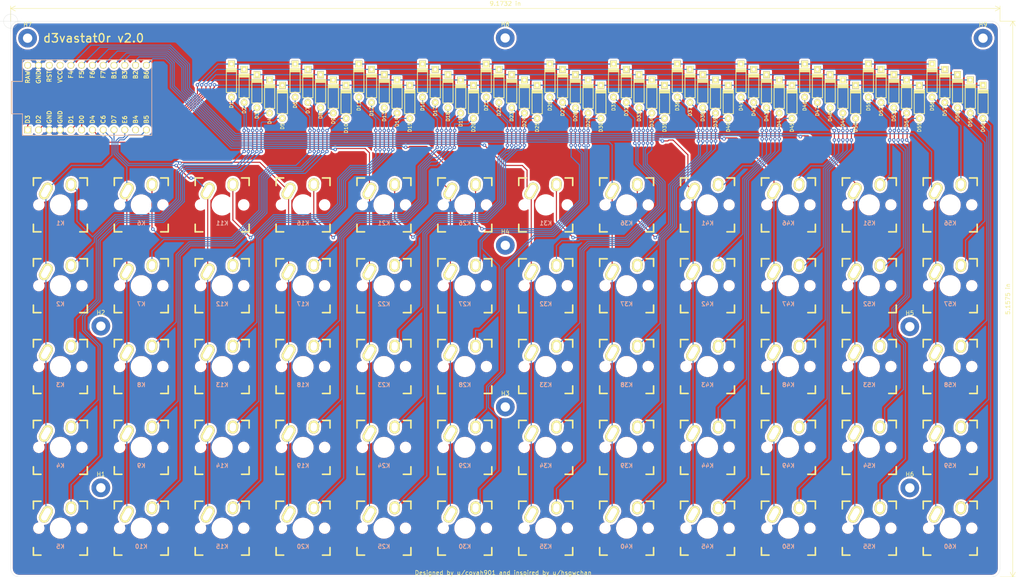
<source format=kicad_pcb>
(kicad_pcb (version 20171130) (host pcbnew "(5.1.0)-1")
  (layers (0 F.Cu signal) (31 B.Cu signal) (34 B.Paste user) (35 F.Paste user) (36 B.SilkS user) (37 F.SilkS user) (38 B.Mask user) (39 F.Mask user) (44 Edge.Cuts user))
  (net 0 "")
  (net 1 "Net-(D1-Pad2)")
  (net 2 /row1)
  (net 3 "Net-(D2-Pad2)")
  (net 4 /row2)
  (net 5 "Net-(D3-Pad2)")
  (net 6 /row3)
  (net 7 "Net-(D4-Pad2)")
  (net 8 /row4)
  (net 9 "Net-(D5-Pad2)")
  (net 10 /row5)
  (net 11 "Net-(D6-Pad2)")
  (net 12 "Net-(D7-Pad2)")
  (net 13 "Net-(D8-Pad2)")
  (net 14 "Net-(D9-Pad2)")
  (net 15 "Net-(D10-Pad2)")
  (net 16 "Net-(D11-Pad2)")
  (net 17 "Net-(D12-Pad2)")
  (net 18 "Net-(D13-Pad2)")
  (net 19 "Net-(D14-Pad2)")
  (net 20 "Net-(D15-Pad2)")
  (net 21 "Net-(D16-Pad2)")
  (net 22 "Net-(D17-Pad2)")
  (net 23 "Net-(D18-Pad2)")
  (net 24 "Net-(D19-Pad2)")
  (net 25 "Net-(D20-Pad2)")
  (net 26 "Net-(D21-Pad2)")
  (net 27 "Net-(D22-Pad2)")
  (net 28 "Net-(D23-Pad2)")
  (net 29 "Net-(D24-Pad2)")
  (net 30 "Net-(D25-Pad2)")
  (net 31 "Net-(D26-Pad2)")
  (net 32 "Net-(D27-Pad2)")
  (net 33 "Net-(D28-Pad2)")
  (net 34 "Net-(D29-Pad2)")
  (net 35 "Net-(D30-Pad2)")
  (net 36 "Net-(D31-Pad2)")
  (net 37 "Net-(D32-Pad2)")
  (net 38 "Net-(D33-Pad2)")
  (net 39 "Net-(D34-Pad2)")
  (net 40 "Net-(D35-Pad2)")
  (net 41 "Net-(D36-Pad2)")
  (net 42 "Net-(D37-Pad2)")
  (net 43 "Net-(D38-Pad2)")
  (net 44 "Net-(D39-Pad2)")
  (net 45 "Net-(D40-Pad2)")
  (net 46 "Net-(D41-Pad2)")
  (net 47 "Net-(D42-Pad2)")
  (net 48 "Net-(D43-Pad2)")
  (net 49 "Net-(D44-Pad2)")
  (net 50 "Net-(D45-Pad2)")
  (net 51 "Net-(D46-Pad2)")
  (net 52 "Net-(D47-Pad2)")
  (net 53 "Net-(D48-Pad2)")
  (net 54 "Net-(D49-Pad2)")
  (net 55 "Net-(D50-Pad2)")
  (net 56 "Net-(D51-Pad2)")
  (net 57 "Net-(D52-Pad2)")
  (net 58 "Net-(D53-Pad2)")
  (net 59 "Net-(D54-Pad2)")
  (net 60 "Net-(D55-Pad2)")
  (net 61 "Net-(D56-Pad2)")
  (net 62 "Net-(D57-Pad2)")
  (net 63 "Net-(D58-Pad2)")
  (net 64 "Net-(D59-Pad2)")
  (net 65 "Net-(D60-Pad2)")
  (net 66 /col1)
  (net 67 /col2)
  (net 68 /col3)
  (net 69 /col4)
  (net 70 /col6)
  (net 71 /col7)
  (net 72 /col8)
  (net 73 /col9)
  (net 74 /col10)
  (net 75 /col12)
  (net 76 GND)
  (net 77 "Net-(U1-Pad11)")
  (net 78 "Net-(U1-Pad24)")
  (net 79 "Net-(U1-Pad22)")
  (net 80 "Net-(U1-Pad21)")
  (net 81 /col11)
  (net 82 /col5)
  (module promicro:ProMicro (layer F.Cu) (at 48 41)
    (fp_text reference U1 hide)
    (fp_text value ProMicro)
    (pad 24 thru_hole circle (at -13.97 -7.62) (size 1.6 1.6) (drill 1.1) (layers *.Cu *.Mask F.SilkS) (net 78 "Net-(U1-Pad24)"))
    (pad 23 thru_hole circle (at -11.43 -7.62) (size 1.6 1.6) (drill 1.1) (layers *.Cu *.Mask F.SilkS) (net 76 GND))
    (pad 22 thru_hole circle (at -8.89 -7.62) (size 1.6 1.6) (drill 1.1) (layers *.Cu *.Mask F.SilkS) (net 79 "Net-(U1-Pad22)"))
    (pad 21 thru_hole circle (at -6.35 -7.62) (size 1.6 1.6) (drill 1.1) (layers *.Cu *.Mask F.SilkS) (net 80 "Net-(U1-Pad21)"))
    (pad 20 thru_hole circle (at -3.81 -7.62) (size 1.6 1.6) (drill 1.1) (layers *.Cu *.Mask F.SilkS) (net 75 /col12))
    (pad 19 thru_hole circle (at -1.27 -7.62) (size 1.6 1.6) (drill 1.1) (layers *.Cu *.Mask F.SilkS) (net 81 /col11))
    (pad 18 thru_hole circle (at 1.27 -7.62) (size 1.6 1.6) (drill 1.1) (layers *.Cu *.Mask F.SilkS) (net 74 /col10))
    (pad 17 thru_hole circle (at 3.81 -7.62) (size 1.6 1.6) (drill 1.1) (layers *.Cu *.Mask F.SilkS) (net 73 /col9))
    (pad 16 thru_hole circle (at 6.35 -7.62) (size 1.6 1.6) (drill 1.1) (layers *.Cu *.Mask F.SilkS) (net 72 /col8))
    (pad 15 thru_hole circle (at 8.89 -7.62) (size 1.6 1.6) (drill 1.1) (layers *.Cu *.Mask F.SilkS) (net 71 /col7))
    (pad 14 thru_hole circle (at 11.43 -7.62) (size 1.6 1.6) (drill 1.1) (layers *.Cu *.Mask F.SilkS) (net 70 /col6))
    (pad 13 thru_hole circle (at 13.97 -7.62) (size 1.6 1.6) (drill 1.1) (layers *.Cu *.Mask F.SilkS) (net 82 /col5))
    (pad 12 thru_hole circle (at 13.97 7.62) (size 1.6 1.6) (drill 1.1) (layers *.Cu *.Mask F.SilkS) (net 69 /col4))
    (pad 11 thru_hole circle (at 11.43 7.62) (size 1.6 1.6) (drill 1.1) (layers *.Cu *.Mask F.SilkS) (net 77 "Net-(U1-Pad11)"))
    (pad 10 thru_hole circle (at 8.89 7.62) (size 1.6 1.6) (drill 1.1) (layers *.Cu *.Mask F.SilkS) (net 68 /col3))
    (pad 9 thru_hole circle (at 6.35 7.62) (size 1.6 1.6) (drill 1.1) (layers *.Cu *.Mask F.SilkS) (net 67 /col2))
    (pad 8 thru_hole circle (at 3.81 7.62) (size 1.6 1.6) (drill 1.1) (layers *.Cu *.Mask F.SilkS) (net 66 /col1))
    (pad 7 thru_hole circle (at 1.27 7.62) (size 1.6 1.6) (drill 1.1) (layers *.Cu *.Mask F.SilkS) (net 10 /row5))
    (pad 6 thru_hole circle (at -1.27 7.62) (size 1.6 1.6) (drill 1.1) (layers *.Cu *.Mask F.SilkS) (net 8 /row4))
    (pad 5 thru_hole circle (at -3.81 7.62) (size 1.6 1.6) (drill 1.1) (layers *.Cu *.Mask F.SilkS) (net 6 /row3))
    (pad 4 thru_hole circle (at -6.35 7.62) (size 1.6 1.6) (drill 1.1) (layers *.Cu *.Mask F.SilkS) (net 76 GND))
    (pad 3 thru_hole circle (at -8.89 7.62) (size 1.6 1.6) (drill 1.1) (layers *.Cu *.Mask F.SilkS) (net 76 GND))
    (pad 2 thru_hole circle (at -11.43 7.62) (size 1.6 1.6) (drill 1.1) (layers *.Cu *.Mask F.SilkS) (net 4 /row2))
    (pad 1 thru_hole rect (at -13.97 7.62) (size 1.6 1.6) (drill 1.1) (layers *.Cu *.Mask F.SilkS) (net 2 /row1))
  )
  (module MountingHole:MountingHole_2.2mm_M2_Pad (layer F.Cu) (at 259 27)
    (fp_text reference H9 (at 0 -3.2) (layer F.SilkS))
    (fp_text value Hole)
    (pad 1 thru_hole circle (at 0 0) (size 4.4 4.4) (drill 2.2) (layers *.Cu *.Mask))
  )
  (module MountingHole:MountingHole_2.2mm_M2_Pad (layer F.Cu) (at 146.475 26.95)
    (fp_text reference H8 (at 0 -3.2) (layer F.SilkS))
    (fp_text value Hole)
    (pad 1 thru_hole circle (at 0 0) (size 4.4 4.4) (drill 2.2) (layers *.Cu *.Mask))
  )
  (module MountingHole:MountingHole_2.2mm_M2_Pad (layer F.Cu) (at 34 27)
    (fp_text reference H7 (at 0 -3.2) (layer F.SilkS))
    (fp_text value Hole)
    (pad 1 thru_hole circle (at 0 0) (size 4.4 4.4) (drill 2.2) (layers *.Cu *.Mask))
  )
  (module MountingHole:MountingHole_2.2mm_M2_Pad (layer F.Cu) (at 241.75 133)
    (fp_text reference H6 (at 0 -3.2) (layer F.SilkS))
    (fp_text value Hole)
    (pad 1 thru_hole circle (at 0 0) (size 4.4 4.4) (drill 2.2) (layers *.Cu *.Mask))
  )
  (module MountingHole:MountingHole_2.2mm_M2_Pad (layer F.Cu) (at 241.75 95)
    (fp_text reference H5 (at 0 -3.2) (layer F.SilkS))
    (fp_text value Hole)
    (pad 1 thru_hole circle (at 0 0) (size 4.4 4.4) (drill 2.2) (layers *.Cu *.Mask))
  )
  (module MountingHole:MountingHole_2.2mm_M2_Pad (layer F.Cu) (at 146.5 75.825)
    (fp_text reference H4 (at 0 -3.2) (layer F.SilkS))
    (fp_text value Hole)
    (pad 1 thru_hole circle (at 0 0) (size 4.4 4.4) (drill 2.2) (layers *.Cu *.Mask))
  )
  (module MountingHole:MountingHole_2.2mm_M2_Pad (layer F.Cu) (at 146.5 113.925)
    (fp_text reference H3 (at 0 -3.2) (layer F.SilkS))
    (fp_text value Hole)
    (pad 1 thru_hole circle (at 0 0) (size 4.4 4.4) (drill 2.2) (layers *.Cu *.Mask))
  )
  (module MountingHole:MountingHole_2.2mm_M2_Pad (layer F.Cu) (at 51.25 94.875)
    (fp_text reference H2 (at 0 -3.2) (layer F.SilkS))
    (fp_text value Hole)
    (pad 1 thru_hole circle (at 0 0) (size 4.4 4.4) (drill 2.2) (layers *.Cu *.Mask))
  )
  (module MountingHole:MountingHole_2.2mm_M2_Pad (layer F.Cu) (at 51.25 132.975)
    (fp_text reference H1 (at 0 -3.2) (layer F.SilkS))
    (fp_text value Hole)
    (pad 1 thru_hole circle (at 0 0) (size 4.4 4.4) (drill 2.2) (layers *.Cu *.Mask))
  )
  (module keyboard_parts:D_axial (layer F.Cu) (at 259 42 270)
    (fp_text reference D60 (at 6 0 270) (layer F.SilkS) (effects (font (size 0.8 0.8))))
    (fp_text value D hide)
    (pad 2 thru_hole circle (at 3.9 0 270) (size 1.6 1.6) (drill 0.7) (layers *.Cu *.Mask F.SilkS) (net 65 "Net-(D60-Pad2)"))
    (pad 1 thru_hole rect (at -3.9 0 270) (size 1.6 1.6) (drill 0.7) (layers *.Cu *.Mask F.SilkS) (net 10 /row5))
  )
  (module keyboard_parts:D_axial (layer F.Cu) (at 256 40.75 270)
    (fp_text reference D59 (at 6 0 270) (layer F.SilkS) (effects (font (size 0.8 0.8))))
    (fp_text value D hide)
    (pad 2 thru_hole circle (at 3.9 0 270) (size 1.6 1.6) (drill 0.7) (layers *.Cu *.Mask F.SilkS) (net 64 "Net-(D59-Pad2)"))
    (pad 1 thru_hole rect (at -3.9 0 270) (size 1.6 1.6) (drill 0.7) (layers *.Cu *.Mask F.SilkS) (net 8 /row4))
  )
  (module keyboard_parts:D_axial (layer F.Cu) (at 253 39.5 270)
    (fp_text reference D58 (at 6 0 270) (layer F.SilkS) (effects (font (size 0.8 0.8))))
    (fp_text value D hide)
    (pad 2 thru_hole circle (at 3.9 0 270) (size 1.6 1.6) (drill 0.7) (layers *.Cu *.Mask F.SilkS) (net 63 "Net-(D58-Pad2)"))
    (pad 1 thru_hole rect (at -3.9 0 270) (size 1.6 1.6) (drill 0.7) (layers *.Cu *.Mask F.SilkS) (net 6 /row3))
  )
  (module keyboard_parts:D_axial (layer F.Cu) (at 250 38.25 270)
    (fp_text reference D57 (at 6 0 270) (layer F.SilkS) (effects (font (size 0.8 0.8))))
    (fp_text value D hide)
    (pad 2 thru_hole circle (at 3.9 0 270) (size 1.6 1.6) (drill 0.7) (layers *.Cu *.Mask F.SilkS) (net 62 "Net-(D57-Pad2)"))
    (pad 1 thru_hole rect (at -3.9 0 270) (size 1.6 1.6) (drill 0.7) (layers *.Cu *.Mask F.SilkS) (net 4 /row2))
  )
  (module keyboard_parts:D_axial (layer F.Cu) (at 247 37 270)
    (fp_text reference D56 (at 6 0 270) (layer F.SilkS) (effects (font (size 0.8 0.8))))
    (fp_text value D hide)
    (pad 2 thru_hole circle (at 3.9 0 270) (size 1.6 1.6) (drill 0.7) (layers *.Cu *.Mask F.SilkS) (net 61 "Net-(D56-Pad2)"))
    (pad 1 thru_hole rect (at -3.9 0 270) (size 1.6 1.6) (drill 0.7) (layers *.Cu *.Mask F.SilkS) (net 2 /row1))
  )
  (module keyboard_parts:D_axial (layer F.Cu) (at 244 42 270)
    (fp_text reference D55 (at 6 0 270) (layer F.SilkS) (effects (font (size 0.8 0.8))))
    (fp_text value D hide)
    (pad 2 thru_hole circle (at 3.9 0 270) (size 1.6 1.6) (drill 0.7) (layers *.Cu *.Mask F.SilkS) (net 60 "Net-(D55-Pad2)"))
    (pad 1 thru_hole rect (at -3.9 0 270) (size 1.6 1.6) (drill 0.7) (layers *.Cu *.Mask F.SilkS) (net 10 /row5))
  )
  (module keyboard_parts:D_axial (layer F.Cu) (at 241 40.75 270)
    (fp_text reference D54 (at 6 0 270) (layer F.SilkS) (effects (font (size 0.8 0.8))))
    (fp_text value D hide)
    (pad 2 thru_hole circle (at 3.9 0 270) (size 1.6 1.6) (drill 0.7) (layers *.Cu *.Mask F.SilkS) (net 59 "Net-(D54-Pad2)"))
    (pad 1 thru_hole rect (at -3.9 0 270) (size 1.6 1.6) (drill 0.7) (layers *.Cu *.Mask F.SilkS) (net 8 /row4))
  )
  (module keyboard_parts:D_axial (layer F.Cu) (at 238 39.5 270)
    (fp_text reference D53 (at 6 0 270) (layer F.SilkS) (effects (font (size 0.8 0.8))))
    (fp_text value D hide)
    (pad 2 thru_hole circle (at 3.9 0 270) (size 1.6 1.6) (drill 0.7) (layers *.Cu *.Mask F.SilkS) (net 58 "Net-(D53-Pad2)"))
    (pad 1 thru_hole rect (at -3.9 0 270) (size 1.6 1.6) (drill 0.7) (layers *.Cu *.Mask F.SilkS) (net 6 /row3))
  )
  (module keyboard_parts:D_axial (layer F.Cu) (at 235 38.25 270)
    (fp_text reference D52 (at 6 0 270) (layer F.SilkS) (effects (font (size 0.8 0.8))))
    (fp_text value D hide)
    (pad 2 thru_hole circle (at 3.9 0 270) (size 1.6 1.6) (drill 0.7) (layers *.Cu *.Mask F.SilkS) (net 57 "Net-(D52-Pad2)"))
    (pad 1 thru_hole rect (at -3.9 0 270) (size 1.6 1.6) (drill 0.7) (layers *.Cu *.Mask F.SilkS) (net 4 /row2))
  )
  (module keyboard_parts:D_axial (layer F.Cu) (at 232 37 270)
    (fp_text reference D51 (at 6 0 270) (layer F.SilkS) (effects (font (size 0.8 0.8))))
    (fp_text value D hide)
    (pad 2 thru_hole circle (at 3.9 0 270) (size 1.6 1.6) (drill 0.7) (layers *.Cu *.Mask F.SilkS) (net 56 "Net-(D51-Pad2)"))
    (pad 1 thru_hole rect (at -3.9 0 270) (size 1.6 1.6) (drill 0.7) (layers *.Cu *.Mask F.SilkS) (net 2 /row1))
  )
  (module keyboard_parts:D_axial (layer F.Cu) (at 229 42 270)
    (fp_text reference D50 (at 6 0 270) (layer F.SilkS) (effects (font (size 0.8 0.8))))
    (fp_text value D hide)
    (pad 2 thru_hole circle (at 3.9 0 270) (size 1.6 1.6) (drill 0.7) (layers *.Cu *.Mask F.SilkS) (net 55 "Net-(D50-Pad2)"))
    (pad 1 thru_hole rect (at -3.9 0 270) (size 1.6 1.6) (drill 0.7) (layers *.Cu *.Mask F.SilkS) (net 10 /row5))
  )
  (module keyboard_parts:D_axial (layer F.Cu) (at 226 40.75 270)
    (fp_text reference D49 (at 6 0 270) (layer F.SilkS) (effects (font (size 0.8 0.8))))
    (fp_text value D hide)
    (pad 2 thru_hole circle (at 3.9 0 270) (size 1.6 1.6) (drill 0.7) (layers *.Cu *.Mask F.SilkS) (net 54 "Net-(D49-Pad2)"))
    (pad 1 thru_hole rect (at -3.9 0 270) (size 1.6 1.6) (drill 0.7) (layers *.Cu *.Mask F.SilkS) (net 8 /row4))
  )
  (module keyboard_parts:D_axial (layer F.Cu) (at 223 39.5 270)
    (fp_text reference D48 (at 6 0 270) (layer F.SilkS) (effects (font (size 0.8 0.8))))
    (fp_text value D hide)
    (pad 2 thru_hole circle (at 3.9 0 270) (size 1.6 1.6) (drill 0.7) (layers *.Cu *.Mask F.SilkS) (net 53 "Net-(D48-Pad2)"))
    (pad 1 thru_hole rect (at -3.9 0 270) (size 1.6 1.6) (drill 0.7) (layers *.Cu *.Mask F.SilkS) (net 6 /row3))
  )
  (module keyboard_parts:D_axial (layer F.Cu) (at 220 38.25 270)
    (fp_text reference D47 (at 6 0 270) (layer F.SilkS) (effects (font (size 0.8 0.8))))
    (fp_text value D hide)
    (pad 2 thru_hole circle (at 3.9 0 270) (size 1.6 1.6) (drill 0.7) (layers *.Cu *.Mask F.SilkS) (net 52 "Net-(D47-Pad2)"))
    (pad 1 thru_hole rect (at -3.9 0 270) (size 1.6 1.6) (drill 0.7) (layers *.Cu *.Mask F.SilkS) (net 4 /row2))
  )
  (module keyboard_parts:D_axial (layer F.Cu) (at 217 37 270)
    (fp_text reference D46 (at 6 0 270) (layer F.SilkS) (effects (font (size 0.8 0.8))))
    (fp_text value D hide)
    (pad 2 thru_hole circle (at 3.9 0 270) (size 1.6 1.6) (drill 0.7) (layers *.Cu *.Mask F.SilkS) (net 51 "Net-(D46-Pad2)"))
    (pad 1 thru_hole rect (at -3.9 0 270) (size 1.6 1.6) (drill 0.7) (layers *.Cu *.Mask F.SilkS) (net 2 /row1))
  )
  (module keyboard_parts:D_axial (layer F.Cu) (at 214 42 270)
    (fp_text reference D45 (at 6 0 270) (layer F.SilkS) (effects (font (size 0.8 0.8))))
    (fp_text value D hide)
    (pad 2 thru_hole circle (at 3.9 0 270) (size 1.6 1.6) (drill 0.7) (layers *.Cu *.Mask F.SilkS) (net 50 "Net-(D45-Pad2)"))
    (pad 1 thru_hole rect (at -3.9 0 270) (size 1.6 1.6) (drill 0.7) (layers *.Cu *.Mask F.SilkS) (net 10 /row5))
  )
  (module keyboard_parts:D_axial (layer F.Cu) (at 211 40.75 270)
    (fp_text reference D44 (at 6 0 270) (layer F.SilkS) (effects (font (size 0.8 0.8))))
    (fp_text value D hide)
    (pad 2 thru_hole circle (at 3.9 0 270) (size 1.6 1.6) (drill 0.7) (layers *.Cu *.Mask F.SilkS) (net 49 "Net-(D44-Pad2)"))
    (pad 1 thru_hole rect (at -3.9 0 270) (size 1.6 1.6) (drill 0.7) (layers *.Cu *.Mask F.SilkS) (net 8 /row4))
  )
  (module keyboard_parts:D_axial (layer F.Cu) (at 208 39.5 270)
    (fp_text reference D43 (at 6 0 270) (layer F.SilkS) (effects (font (size 0.8 0.8))))
    (fp_text value D hide)
    (pad 2 thru_hole circle (at 3.9 0 270) (size 1.6 1.6) (drill 0.7) (layers *.Cu *.Mask F.SilkS) (net 48 "Net-(D43-Pad2)"))
    (pad 1 thru_hole rect (at -3.9 0 270) (size 1.6 1.6) (drill 0.7) (layers *.Cu *.Mask F.SilkS) (net 6 /row3))
  )
  (module keyboard_parts:D_axial (layer F.Cu) (at 205 38.25 270)
    (fp_text reference D42 (at 6 0 270) (layer F.SilkS) (effects (font (size 0.8 0.8))))
    (fp_text value D hide)
    (pad 2 thru_hole circle (at 3.9 0 270) (size 1.6 1.6) (drill 0.7) (layers *.Cu *.Mask F.SilkS) (net 47 "Net-(D42-Pad2)"))
    (pad 1 thru_hole rect (at -3.9 0 270) (size 1.6 1.6) (drill 0.7) (layers *.Cu *.Mask F.SilkS) (net 4 /row2))
  )
  (module keyboard_parts:D_axial (layer F.Cu) (at 202 37 270)
    (fp_text reference D41 (at 6 0 270) (layer F.SilkS) (effects (font (size 0.8 0.8))))
    (fp_text value D hide)
    (pad 2 thru_hole circle (at 3.9 0 270) (size 1.6 1.6) (drill 0.7) (layers *.Cu *.Mask F.SilkS) (net 46 "Net-(D41-Pad2)"))
    (pad 1 thru_hole rect (at -3.9 0 270) (size 1.6 1.6) (drill 0.7) (layers *.Cu *.Mask F.SilkS) (net 2 /row1))
  )
  (module keyboard_parts:D_axial (layer F.Cu) (at 199 42 270)
    (fp_text reference D40 (at 6 0 270) (layer F.SilkS) (effects (font (size 0.8 0.8))))
    (fp_text value D hide)
    (pad 2 thru_hole circle (at 3.9 0 270) (size 1.6 1.6) (drill 0.7) (layers *.Cu *.Mask F.SilkS) (net 45 "Net-(D40-Pad2)"))
    (pad 1 thru_hole rect (at -3.9 0 270) (size 1.6 1.6) (drill 0.7) (layers *.Cu *.Mask F.SilkS) (net 10 /row5))
  )
  (module keyboard_parts:D_axial (layer F.Cu) (at 196 40.75 270)
    (fp_text reference D39 (at 6 0 270) (layer F.SilkS) (effects (font (size 0.8 0.8))))
    (fp_text value D hide)
    (pad 2 thru_hole circle (at 3.9 0 270) (size 1.6 1.6) (drill 0.7) (layers *.Cu *.Mask F.SilkS) (net 44 "Net-(D39-Pad2)"))
    (pad 1 thru_hole rect (at -3.9 0 270) (size 1.6 1.6) (drill 0.7) (layers *.Cu *.Mask F.SilkS) (net 8 /row4))
  )
  (module keyboard_parts:D_axial (layer F.Cu) (at 193 39.5 270)
    (fp_text reference D38 (at 6 0 270) (layer F.SilkS) (effects (font (size 0.8 0.8))))
    (fp_text value D hide)
    (pad 2 thru_hole circle (at 3.9 0 270) (size 1.6 1.6) (drill 0.7) (layers *.Cu *.Mask F.SilkS) (net 43 "Net-(D38-Pad2)"))
    (pad 1 thru_hole rect (at -3.9 0 270) (size 1.6 1.6) (drill 0.7) (layers *.Cu *.Mask F.SilkS) (net 6 /row3))
  )
  (module keyboard_parts:D_axial (layer F.Cu) (at 190 38.25 270)
    (fp_text reference D37 (at 6 0 270) (layer F.SilkS) (effects (font (size 0.8 0.8))))
    (fp_text value D hide)
    (pad 2 thru_hole circle (at 3.9 0 270) (size 1.6 1.6) (drill 0.7) (layers *.Cu *.Mask F.SilkS) (net 42 "Net-(D37-Pad2)"))
    (pad 1 thru_hole rect (at -3.9 0 270) (size 1.6 1.6) (drill 0.7) (layers *.Cu *.Mask F.SilkS) (net 4 /row2))
  )
  (module keyboard_parts:D_axial (layer F.Cu) (at 187 37 270)
    (fp_text reference D36 (at 6 0 270) (layer F.SilkS) (effects (font (size 0.8 0.8))))
    (fp_text value D hide)
    (pad 2 thru_hole circle (at 3.9 0 270) (size 1.6 1.6) (drill 0.7) (layers *.Cu *.Mask F.SilkS) (net 41 "Net-(D36-Pad2)"))
    (pad 1 thru_hole rect (at -3.9 0 270) (size 1.6 1.6) (drill 0.7) (layers *.Cu *.Mask F.SilkS) (net 2 /row1))
  )
  (module keyboard_parts:D_axial (layer F.Cu) (at 184 42 270)
    (fp_text reference D35 (at 6 0 270) (layer F.SilkS) (effects (font (size 0.8 0.8))))
    (fp_text value D hide)
    (pad 2 thru_hole circle (at 3.9 0 270) (size 1.6 1.6) (drill 0.7) (layers *.Cu *.Mask F.SilkS) (net 40 "Net-(D35-Pad2)"))
    (pad 1 thru_hole rect (at -3.9 0 270) (size 1.6 1.6) (drill 0.7) (layers *.Cu *.Mask F.SilkS) (net 10 /row5))
  )
  (module keyboard_parts:D_axial (layer F.Cu) (at 181 40.75 270)
    (fp_text reference D34 (at 6 0 270) (layer F.SilkS) (effects (font (size 0.8 0.8))))
    (fp_text value D hide)
    (pad 2 thru_hole circle (at 3.9 0 270) (size 1.6 1.6) (drill 0.7) (layers *.Cu *.Mask F.SilkS) (net 39 "Net-(D34-Pad2)"))
    (pad 1 thru_hole rect (at -3.9 0 270) (size 1.6 1.6) (drill 0.7) (layers *.Cu *.Mask F.SilkS) (net 8 /row4))
  )
  (module keyboard_parts:D_axial (layer F.Cu) (at 178 39.5 270)
    (fp_text reference D33 (at 6 0 270) (layer F.SilkS) (effects (font (size 0.8 0.8))))
    (fp_text value D hide)
    (pad 2 thru_hole circle (at 3.9 0 270) (size 1.6 1.6) (drill 0.7) (layers *.Cu *.Mask F.SilkS) (net 38 "Net-(D33-Pad2)"))
    (pad 1 thru_hole rect (at -3.9 0 270) (size 1.6 1.6) (drill 0.7) (layers *.Cu *.Mask F.SilkS) (net 6 /row3))
  )
  (module keyboard_parts:D_axial (layer F.Cu) (at 175 38.25 270)
    (fp_text reference D32 (at 6 0 270) (layer F.SilkS) (effects (font (size 0.8 0.8))))
    (fp_text value D hide)
    (pad 2 thru_hole circle (at 3.9 0 270) (size 1.6 1.6) (drill 0.7) (layers *.Cu *.Mask F.SilkS) (net 37 "Net-(D32-Pad2)"))
    (pad 1 thru_hole rect (at -3.9 0 270) (size 1.6 1.6) (drill 0.7) (layers *.Cu *.Mask F.SilkS) (net 4 /row2))
  )
  (module keyboard_parts:D_axial (layer F.Cu) (at 172 37 270)
    (fp_text reference D31 (at 6 0 270) (layer F.SilkS) (effects (font (size 0.8 0.8))))
    (fp_text value D hide)
    (pad 2 thru_hole circle (at 3.9 0 270) (size 1.6 1.6) (drill 0.7) (layers *.Cu *.Mask F.SilkS) (net 36 "Net-(D31-Pad2)"))
    (pad 1 thru_hole rect (at -3.9 0 270) (size 1.6 1.6) (drill 0.7) (layers *.Cu *.Mask F.SilkS) (net 2 /row1))
  )
  (module keyboard_parts:D_axial (layer F.Cu) (at 169 42 270)
    (fp_text reference D30 (at 6 0 270) (layer F.SilkS) (effects (font (size 0.8 0.8))))
    (fp_text value D hide)
    (pad 2 thru_hole circle (at 3.9 0 270) (size 1.6 1.6) (drill 0.7) (layers *.Cu *.Mask F.SilkS) (net 35 "Net-(D30-Pad2)"))
    (pad 1 thru_hole rect (at -3.9 0 270) (size 1.6 1.6) (drill 0.7) (layers *.Cu *.Mask F.SilkS) (net 10 /row5))
  )
  (module keyboard_parts:D_axial (layer F.Cu) (at 166 40.75 270)
    (fp_text reference D29 (at 6 0 270) (layer F.SilkS) (effects (font (size 0.8 0.8))))
    (fp_text value D hide)
    (pad 2 thru_hole circle (at 3.9 0 270) (size 1.6 1.6) (drill 0.7) (layers *.Cu *.Mask F.SilkS) (net 34 "Net-(D29-Pad2)"))
    (pad 1 thru_hole rect (at -3.9 0 270) (size 1.6 1.6) (drill 0.7) (layers *.Cu *.Mask F.SilkS) (net 8 /row4))
  )
  (module keyboard_parts:D_axial (layer F.Cu) (at 163 39.5 270)
    (fp_text reference D28 (at 6 0 270) (layer F.SilkS) (effects (font (size 0.8 0.8))))
    (fp_text value D hide)
    (pad 2 thru_hole circle (at 3.9 0 270) (size 1.6 1.6) (drill 0.7) (layers *.Cu *.Mask F.SilkS) (net 33 "Net-(D28-Pad2)"))
    (pad 1 thru_hole rect (at -3.9 0 270) (size 1.6 1.6) (drill 0.7) (layers *.Cu *.Mask F.SilkS) (net 6 /row3))
  )
  (module keyboard_parts:D_axial (layer F.Cu) (at 160 38.25 270)
    (fp_text reference D27 (at 6 0 270) (layer F.SilkS) (effects (font (size 0.8 0.8))))
    (fp_text value D hide)
    (pad 2 thru_hole circle (at 3.9 0 270) (size 1.6 1.6) (drill 0.7) (layers *.Cu *.Mask F.SilkS) (net 32 "Net-(D27-Pad2)"))
    (pad 1 thru_hole rect (at -3.9 0 270) (size 1.6 1.6) (drill 0.7) (layers *.Cu *.Mask F.SilkS) (net 4 /row2))
  )
  (module keyboard_parts:D_axial (layer F.Cu) (at 157 37 270)
    (fp_text reference D26 (at 6 0 270) (layer F.SilkS) (effects (font (size 0.8 0.8))))
    (fp_text value D hide)
    (pad 2 thru_hole circle (at 3.9 0 270) (size 1.6 1.6) (drill 0.7) (layers *.Cu *.Mask F.SilkS) (net 31 "Net-(D26-Pad2)"))
    (pad 1 thru_hole rect (at -3.9 0 270) (size 1.6 1.6) (drill 0.7) (layers *.Cu *.Mask F.SilkS) (net 2 /row1))
  )
  (module keyboard_parts:D_axial (layer F.Cu) (at 154 42 270)
    (fp_text reference D25 (at 6 0 270) (layer F.SilkS) (effects (font (size 0.8 0.8))))
    (fp_text value D hide)
    (pad 2 thru_hole circle (at 3.9 0 270) (size 1.6 1.6) (drill 0.7) (layers *.Cu *.Mask F.SilkS) (net 30 "Net-(D25-Pad2)"))
    (pad 1 thru_hole rect (at -3.9 0 270) (size 1.6 1.6) (drill 0.7) (layers *.Cu *.Mask F.SilkS) (net 10 /row5))
  )
  (module keyboard_parts:D_axial (layer F.Cu) (at 151 40.75 270)
    (fp_text reference D24 (at 6 0 270) (layer F.SilkS) (effects (font (size 0.8 0.8))))
    (fp_text value D hide)
    (pad 2 thru_hole circle (at 3.9 0 270) (size 1.6 1.6) (drill 0.7) (layers *.Cu *.Mask F.SilkS) (net 29 "Net-(D24-Pad2)"))
    (pad 1 thru_hole rect (at -3.9 0 270) (size 1.6 1.6) (drill 0.7) (layers *.Cu *.Mask F.SilkS) (net 8 /row4))
  )
  (module keyboard_parts:D_axial (layer F.Cu) (at 148 39.5 270)
    (fp_text reference D23 (at 6 0 270) (layer F.SilkS) (effects (font (size 0.8 0.8))))
    (fp_text value D hide)
    (pad 2 thru_hole circle (at 3.9 0 270) (size 1.6 1.6) (drill 0.7) (layers *.Cu *.Mask F.SilkS) (net 28 "Net-(D23-Pad2)"))
    (pad 1 thru_hole rect (at -3.9 0 270) (size 1.6 1.6) (drill 0.7) (layers *.Cu *.Mask F.SilkS) (net 6 /row3))
  )
  (module keyboard_parts:D_axial (layer F.Cu) (at 145 38.25 270)
    (fp_text reference D22 (at 6 0 270) (layer F.SilkS) (effects (font (size 0.8 0.8))))
    (fp_text value D hide)
    (pad 2 thru_hole circle (at 3.9 0 270) (size 1.6 1.6) (drill 0.7) (layers *.Cu *.Mask F.SilkS) (net 27 "Net-(D22-Pad2)"))
    (pad 1 thru_hole rect (at -3.9 0 270) (size 1.6 1.6) (drill 0.7) (layers *.Cu *.Mask F.SilkS) (net 4 /row2))
  )
  (module keyboard_parts:D_axial (layer F.Cu) (at 142 37 270)
    (fp_text reference D21 (at 6 0 270) (layer F.SilkS) (effects (font (size 0.8 0.8))))
    (fp_text value D hide)
    (pad 2 thru_hole circle (at 3.9 0 270) (size 1.6 1.6) (drill 0.7) (layers *.Cu *.Mask F.SilkS) (net 26 "Net-(D21-Pad2)"))
    (pad 1 thru_hole rect (at -3.9 0 270) (size 1.6 1.6) (drill 0.7) (layers *.Cu *.Mask F.SilkS) (net 2 /row1))
  )
  (module keyboard_parts:D_axial (layer F.Cu) (at 139 42 270)
    (fp_text reference D20 (at 6 0 270) (layer F.SilkS) (effects (font (size 0.8 0.8))))
    (fp_text value D hide)
    (pad 2 thru_hole circle (at 3.9 0 270) (size 1.6 1.6) (drill 0.7) (layers *.Cu *.Mask F.SilkS) (net 25 "Net-(D20-Pad2)"))
    (pad 1 thru_hole rect (at -3.9 0 270) (size 1.6 1.6) (drill 0.7) (layers *.Cu *.Mask F.SilkS) (net 10 /row5))
  )
  (module keyboard_parts:D_axial (layer F.Cu) (at 136 40.75 270)
    (fp_text reference D19 (at 6 0 270) (layer F.SilkS) (effects (font (size 0.8 0.8))))
    (fp_text value D hide)
    (pad 2 thru_hole circle (at 3.9 0 270) (size 1.6 1.6) (drill 0.7) (layers *.Cu *.Mask F.SilkS) (net 24 "Net-(D19-Pad2)"))
    (pad 1 thru_hole rect (at -3.9 0 270) (size 1.6 1.6) (drill 0.7) (layers *.Cu *.Mask F.SilkS) (net 8 /row4))
  )
  (module keyboard_parts:D_axial (layer F.Cu) (at 133 39.5 270)
    (fp_text reference D18 (at 6 0 270) (layer F.SilkS) (effects (font (size 0.8 0.8))))
    (fp_text value D hide)
    (pad 2 thru_hole circle (at 3.9 0 270) (size 1.6 1.6) (drill 0.7) (layers *.Cu *.Mask F.SilkS) (net 23 "Net-(D18-Pad2)"))
    (pad 1 thru_hole rect (at -3.9 0 270) (size 1.6 1.6) (drill 0.7) (layers *.Cu *.Mask F.SilkS) (net 6 /row3))
  )
  (module keyboard_parts:D_axial (layer F.Cu) (at 130 38.25 270)
    (fp_text reference D17 (at 6 0 270) (layer F.SilkS) (effects (font (size 0.8 0.8))))
    (fp_text value D hide)
    (pad 2 thru_hole circle (at 3.9 0 270) (size 1.6 1.6) (drill 0.7) (layers *.Cu *.Mask F.SilkS) (net 22 "Net-(D17-Pad2)"))
    (pad 1 thru_hole rect (at -3.9 0 270) (size 1.6 1.6) (drill 0.7) (layers *.Cu *.Mask F.SilkS) (net 4 /row2))
  )
  (module keyboard_parts:D_axial (layer F.Cu) (at 127 37 270)
    (fp_text reference D16 (at 6 0 270) (layer F.SilkS) (effects (font (size 0.8 0.8))))
    (fp_text value D hide)
    (pad 2 thru_hole circle (at 3.9 0 270) (size 1.6 1.6) (drill 0.7) (layers *.Cu *.Mask F.SilkS) (net 21 "Net-(D16-Pad2)"))
    (pad 1 thru_hole rect (at -3.9 0 270) (size 1.6 1.6) (drill 0.7) (layers *.Cu *.Mask F.SilkS) (net 2 /row1))
  )
  (module keyboard_parts:D_axial (layer F.Cu) (at 124 42 270)
    (fp_text reference D15 (at 6 0 270) (layer F.SilkS) (effects (font (size 0.8 0.8))))
    (fp_text value D hide)
    (pad 2 thru_hole circle (at 3.9 0 270) (size 1.6 1.6) (drill 0.7) (layers *.Cu *.Mask F.SilkS) (net 20 "Net-(D15-Pad2)"))
    (pad 1 thru_hole rect (at -3.9 0 270) (size 1.6 1.6) (drill 0.7) (layers *.Cu *.Mask F.SilkS) (net 10 /row5))
  )
  (module keyboard_parts:D_axial (layer F.Cu) (at 121 40.75 270)
    (fp_text reference D14 (at 6 0 270) (layer F.SilkS) (effects (font (size 0.8 0.8))))
    (fp_text value D hide)
    (pad 2 thru_hole circle (at 3.9 0 270) (size 1.6 1.6) (drill 0.7) (layers *.Cu *.Mask F.SilkS) (net 19 "Net-(D14-Pad2)"))
    (pad 1 thru_hole rect (at -3.9 0 270) (size 1.6 1.6) (drill 0.7) (layers *.Cu *.Mask F.SilkS) (net 8 /row4))
  )
  (module keyboard_parts:D_axial (layer F.Cu) (at 118 39.5 270)
    (fp_text reference D13 (at 6 0 270) (layer F.SilkS) (effects (font (size 0.8 0.8))))
    (fp_text value D hide)
    (pad 2 thru_hole circle (at 3.9 0 270) (size 1.6 1.6) (drill 0.7) (layers *.Cu *.Mask F.SilkS) (net 18 "Net-(D13-Pad2)"))
    (pad 1 thru_hole rect (at -3.9 0 270) (size 1.6 1.6) (drill 0.7) (layers *.Cu *.Mask F.SilkS) (net 6 /row3))
  )
  (module keyboard_parts:D_axial (layer F.Cu) (at 115 38.25 270)
    (fp_text reference D12 (at 6 0 270) (layer F.SilkS) (effects (font (size 0.8 0.8))))
    (fp_text value D hide)
    (pad 2 thru_hole circle (at 3.9 0 270) (size 1.6 1.6) (drill 0.7) (layers *.Cu *.Mask F.SilkS) (net 17 "Net-(D12-Pad2)"))
    (pad 1 thru_hole rect (at -3.9 0 270) (size 1.6 1.6) (drill 0.7) (layers *.Cu *.Mask F.SilkS) (net 4 /row2))
  )
  (module keyboard_parts:D_axial (layer F.Cu) (at 112 37 270)
    (fp_text reference D11 (at 6 0 270) (layer F.SilkS) (effects (font (size 0.8 0.8))))
    (fp_text value D hide)
    (pad 2 thru_hole circle (at 3.9 0 270) (size 1.6 1.6) (drill 0.7) (layers *.Cu *.Mask F.SilkS) (net 16 "Net-(D11-Pad2)"))
    (pad 1 thru_hole rect (at -3.9 0 270) (size 1.6 1.6) (drill 0.7) (layers *.Cu *.Mask F.SilkS) (net 2 /row1))
  )
  (module keyboard_parts:D_axial (layer F.Cu) (at 109 42 270)
    (fp_text reference D10 (at 6.25 0 270) (layer F.SilkS) (effects (font (size 0.8 0.8))))
    (fp_text value D hide)
    (pad 2 thru_hole circle (at 3.9 0 270) (size 1.6 1.6) (drill 0.7) (layers *.Cu *.Mask F.SilkS) (net 15 "Net-(D10-Pad2)"))
    (pad 1 thru_hole rect (at -3.9 0 270) (size 1.6 1.6) (drill 0.7) (layers *.Cu *.Mask F.SilkS) (net 10 /row5))
  )
  (module keyboard_parts:D_axial (layer F.Cu) (at 106 40.75 270)
    (fp_text reference D9 (at 5.75 0 270) (layer F.SilkS) (effects (font (size 0.8 0.8))))
    (fp_text value D hide)
    (pad 2 thru_hole circle (at 3.9 0 270) (size 1.6 1.6) (drill 0.7) (layers *.Cu *.Mask F.SilkS) (net 14 "Net-(D9-Pad2)"))
    (pad 1 thru_hole rect (at -3.9 0 270) (size 1.6 1.6) (drill 0.7) (layers *.Cu *.Mask F.SilkS) (net 8 /row4))
  )
  (module keyboard_parts:D_axial (layer F.Cu) (at 103 39.5 270)
    (fp_text reference D8 (at 5.75 0 270) (layer F.SilkS) (effects (font (size 0.8 0.8))))
    (fp_text value D hide)
    (pad 2 thru_hole circle (at 3.9 0 270) (size 1.6 1.6) (drill 0.7) (layers *.Cu *.Mask F.SilkS) (net 13 "Net-(D8-Pad2)"))
    (pad 1 thru_hole rect (at -3.9 0 270) (size 1.6 1.6) (drill 0.7) (layers *.Cu *.Mask F.SilkS) (net 6 /row3))
  )
  (module keyboard_parts:D_axial (layer F.Cu) (at 100 38.25 270)
    (fp_text reference D7 (at 5.75 0 270) (layer F.SilkS) (effects (font (size 0.8 0.8))))
    (fp_text value D hide)
    (pad 2 thru_hole circle (at 3.9 0 270) (size 1.6 1.6) (drill 0.7) (layers *.Cu *.Mask F.SilkS) (net 12 "Net-(D7-Pad2)"))
    (pad 1 thru_hole rect (at -3.9 0 270) (size 1.6 1.6) (drill 0.7) (layers *.Cu *.Mask F.SilkS) (net 4 /row2))
  )
  (module keyboard_parts:D_axial (layer F.Cu) (at 97 37 270)
    (fp_text reference D6 (at 5.75 0 270) (layer F.SilkS) (effects (font (size 0.8 0.8))))
    (fp_text value D hide)
    (pad 2 thru_hole circle (at 3.9 0 270) (size 1.6 1.6) (drill 0.7) (layers *.Cu *.Mask F.SilkS) (net 11 "Net-(D6-Pad2)"))
    (pad 1 thru_hole rect (at -3.9 0 270) (size 1.6 1.6) (drill 0.7) (layers *.Cu *.Mask F.SilkS) (net 2 /row1))
  )
  (module keyboard_parts:D_axial (layer F.Cu) (at 94 42 270)
    (fp_text reference D5 (at 5.75 0 270) (layer F.SilkS) (effects (font (size 0.8 0.8))))
    (fp_text value D hide)
    (pad 2 thru_hole circle (at 3.9 0 270) (size 1.6 1.6) (drill 0.7) (layers *.Cu *.Mask F.SilkS) (net 9 "Net-(D5-Pad2)"))
    (pad 1 thru_hole rect (at -3.9 0 270) (size 1.6 1.6) (drill 0.7) (layers *.Cu *.Mask F.SilkS) (net 10 /row5))
  )
  (module keyboard_parts:D_axial (layer F.Cu) (at 91 40.75 270)
    (fp_text reference D4 (at 5.75 0 270) (layer F.SilkS) (effects (font (size 0.8 0.8))))
    (fp_text value D hide)
    (pad 2 thru_hole circle (at 3.9 0 270) (size 1.6 1.6) (drill 0.7) (layers *.Cu *.Mask F.SilkS) (net 7 "Net-(D4-Pad2)"))
    (pad 1 thru_hole rect (at -3.9 0 270) (size 1.6 1.6) (drill 0.7) (layers *.Cu *.Mask F.SilkS) (net 8 /row4))
  )
  (module keyboard_parts:D_axial (layer F.Cu) (at 88 39.5 270)
    (fp_text reference D3 (at 5.75 0 270) (layer F.SilkS) (effects (font (size 0.8 0.8))))
    (fp_text value D hide)
    (pad 2 thru_hole circle (at 3.9 0 270) (size 1.6 1.6) (drill 0.7) (layers *.Cu *.Mask F.SilkS) (net 5 "Net-(D3-Pad2)"))
    (pad 1 thru_hole rect (at -3.9 0 270) (size 1.6 1.6) (drill 0.7) (layers *.Cu *.Mask F.SilkS) (net 6 /row3))
  )
  (module keyboard_parts:D_axial (layer F.Cu) (at 85 38.25 270)
    (fp_text reference D2 (at 5.75 0 270) (layer F.SilkS) (effects (font (size 0.8 0.8))))
    (fp_text value D hide)
    (pad 2 thru_hole circle (at 3.9 0 270) (size 1.6 1.6) (drill 0.7) (layers *.Cu *.Mask F.SilkS) (net 3 "Net-(D2-Pad2)"))
    (pad 1 thru_hole rect (at -3.9 0 270) (size 1.6 1.6) (drill 0.7) (layers *.Cu *.Mask F.SilkS) (net 4 /row2))
  )
  (module keyboard_parts:D_axial (layer F.Cu) (at 82 37 270)
    (fp_text reference D1 (at 5.75 0 270) (layer F.SilkS) (effects (font (size 0.8 0.8))))
    (fp_text value D hide)
    (pad 2 thru_hole circle (at 3.9 0 270) (size 1.6 1.6) (drill 0.7) (layers *.Cu *.Mask F.SilkS) (net 1 "Net-(D1-Pad2)"))
    (pad 1 thru_hole rect (at -3.9 0 270) (size 1.6 1.6) (drill 0.7) (layers *.Cu *.Mask F.SilkS) (net 2 /row1))
  )
  (module keebs:Mx_Alps_100 (layer F.Cu) (at 41.71875 66.29375)
    (fp_text reference K1 (at 0 4.318) (layer B.SilkS) (effects (font (thickness 0.2)) (justify mirror)))
    (fp_text value KEYSW hide)
    (pad HOLE np_thru_hole circle (at 0 0) (size 3.9878 3.9878) (drill 3.9878) (layers *.Cu))
    (pad HOLE np_thru_hole circle (at -5.08 0) (size 1.7018 1.7018) (drill 1.7018) (layers *.Cu))
    (pad HOLE np_thru_hole circle (at 5.08 0) (size 1.7018 1.7018) (drill 1.7018) (layers *.Cu))
    (pad 1 thru_hole oval (at -3.405 -3.27 330.95) (size 2.5 4.17) (drill oval 1.5 3.17) (layers *.Cu *.Mask F.SilkS) (net 66 /col1))
    (pad 2 thru_hole oval (at 2.52 -4.79 356.1) (size 2.5 3.08) (drill oval 1.5 2.08) (layers *.Cu *.Mask F.SilkS) (net 1 "Net-(D1-Pad2)"))
  )
  (module keebs:Mx_Alps_100 (layer F.Cu) (at 41.71875 85.34375)
    (fp_text reference K2 (at 0 4.318) (layer B.SilkS) (effects (font (thickness 0.2)) (justify mirror)))
    (fp_text value KEYSW hide)
    (pad HOLE np_thru_hole circle (at 0 0) (size 3.9878 3.9878) (drill 3.9878) (layers *.Cu))
    (pad HOLE np_thru_hole circle (at -5.08 0) (size 1.7018 1.7018) (drill 1.7018) (layers *.Cu))
    (pad HOLE np_thru_hole circle (at 5.08 0) (size 1.7018 1.7018) (drill 1.7018) (layers *.Cu))
    (pad 1 thru_hole oval (at -3.405 -3.27 330.95) (size 2.5 4.17) (drill oval 1.5 3.17) (layers *.Cu *.Mask F.SilkS) (net 66 /col1))
    (pad 2 thru_hole oval (at 2.52 -4.79 356.1) (size 2.5 3.08) (drill oval 1.5 2.08) (layers *.Cu *.Mask F.SilkS) (net 3 "Net-(D2-Pad2)"))
  )
  (module keebs:Mx_Alps_100 (layer F.Cu) (at 41.71875 104.39375)
    (fp_text reference K3 (at 0 4.318) (layer B.SilkS) (effects (font (thickness 0.2)) (justify mirror)))
    (fp_text value KEYSW hide)
    (pad HOLE np_thru_hole circle (at 0 0) (size 3.9878 3.9878) (drill 3.9878) (layers *.Cu))
    (pad HOLE np_thru_hole circle (at -5.08 0) (size 1.7018 1.7018) (drill 1.7018) (layers *.Cu))
    (pad HOLE np_thru_hole circle (at 5.08 0) (size 1.7018 1.7018) (drill 1.7018) (layers *.Cu))
    (pad 1 thru_hole oval (at -3.405 -3.27 330.95) (size 2.5 4.17) (drill oval 1.5 3.17) (layers *.Cu *.Mask F.SilkS) (net 66 /col1))
    (pad 2 thru_hole oval (at 2.52 -4.79 356.1) (size 2.5 3.08) (drill oval 1.5 2.08) (layers *.Cu *.Mask F.SilkS) (net 5 "Net-(D3-Pad2)"))
  )
  (module keebs:Mx_Alps_100 (layer F.Cu) (at 41.71875 123.44375)
    (fp_text reference K4 (at 0 4.318) (layer B.SilkS) (effects (font (thickness 0.2)) (justify mirror)))
    (fp_text value KEYSW hide)
    (pad HOLE np_thru_hole circle (at 0 0) (size 3.9878 3.9878) (drill 3.9878) (layers *.Cu))
    (pad HOLE np_thru_hole circle (at -5.08 0) (size 1.7018 1.7018) (drill 1.7018) (layers *.Cu))
    (pad HOLE np_thru_hole circle (at 5.08 0) (size 1.7018 1.7018) (drill 1.7018) (layers *.Cu))
    (pad 1 thru_hole oval (at -3.405 -3.27 330.95) (size 2.5 4.17) (drill oval 1.5 3.17) (layers *.Cu *.Mask F.SilkS) (net 66 /col1))
    (pad 2 thru_hole oval (at 2.52 -4.79 356.1) (size 2.5 3.08) (drill oval 1.5 2.08) (layers *.Cu *.Mask F.SilkS) (net 7 "Net-(D4-Pad2)"))
  )
  (module keebs:Mx_Alps_100 (layer F.Cu) (at 41.71875 142.49375)
    (fp_text reference K5 (at 0 4.318) (layer B.SilkS) (effects (font (thickness 0.2)) (justify mirror)))
    (fp_text value KEYSW hide)
    (pad HOLE np_thru_hole circle (at 0 0) (size 3.9878 3.9878) (drill 3.9878) (layers *.Cu))
    (pad HOLE np_thru_hole circle (at -5.08 0) (size 1.7018 1.7018) (drill 1.7018) (layers *.Cu))
    (pad HOLE np_thru_hole circle (at 5.08 0) (size 1.7018 1.7018) (drill 1.7018) (layers *.Cu))
    (pad 1 thru_hole oval (at -3.405 -3.27 330.95) (size 2.5 4.17) (drill oval 1.5 3.17) (layers *.Cu *.Mask F.SilkS) (net 66 /col1))
    (pad 2 thru_hole oval (at 2.52 -4.79 356.1) (size 2.5 3.08) (drill oval 1.5 2.08) (layers *.Cu *.Mask F.SilkS) (net 9 "Net-(D5-Pad2)"))
  )
  (module keebs:Mx_Alps_100 (layer F.Cu) (at 60.76875 66.29375)
    (fp_text reference K6 (at 0 4.318) (layer B.SilkS) (effects (font (thickness 0.2)) (justify mirror)))
    (fp_text value KEYSW hide)
    (pad 2 thru_hole oval (at 2.52 -4.79 356.1) (size 2.5 3.08) (drill oval 1.5 2.08) (layers *.Cu *.Mask F.SilkS) (net 11 "Net-(D6-Pad2)"))
    (pad 1 thru_hole oval (at -3.405 -3.27 330.95) (size 2.5 4.17) (drill oval 1.5 3.17) (layers *.Cu *.Mask F.SilkS) (net 67 /col2))
    (pad HOLE np_thru_hole circle (at 5.08 0) (size 1.7018 1.7018) (drill 1.7018) (layers *.Cu))
    (pad HOLE np_thru_hole circle (at -5.08 0) (size 1.7018 1.7018) (drill 1.7018) (layers *.Cu))
    (pad HOLE np_thru_hole circle (at 0 0) (size 3.9878 3.9878) (drill 3.9878) (layers *.Cu))
  )
  (module keebs:Mx_Alps_100 (layer F.Cu) (at 60.76875 85.34375)
    (fp_text reference K7 (at 0 4.318) (layer B.SilkS) (effects (font (thickness 0.2)) (justify mirror)))
    (fp_text value KEYSW hide)
    (pad 2 thru_hole oval (at 2.52 -4.79 356.1) (size 2.5 3.08) (drill oval 1.5 2.08) (layers *.Cu *.Mask F.SilkS) (net 12 "Net-(D7-Pad2)"))
    (pad 1 thru_hole oval (at -3.405 -3.27 330.95) (size 2.5 4.17) (drill oval 1.5 3.17) (layers *.Cu *.Mask F.SilkS) (net 67 /col2))
    (pad HOLE np_thru_hole circle (at 5.08 0) (size 1.7018 1.7018) (drill 1.7018) (layers *.Cu))
    (pad HOLE np_thru_hole circle (at -5.08 0) (size 1.7018 1.7018) (drill 1.7018) (layers *.Cu))
    (pad HOLE np_thru_hole circle (at 0 0) (size 3.9878 3.9878) (drill 3.9878) (layers *.Cu))
  )
  (module keebs:Mx_Alps_100 (layer F.Cu) (at 60.76875 104.39375)
    (fp_text reference K8 (at 0 4.318) (layer B.SilkS) (effects (font (thickness 0.2)) (justify mirror)))
    (fp_text value KEYSW hide)
    (pad 2 thru_hole oval (at 2.52 -4.79 356.1) (size 2.5 3.08) (drill oval 1.5 2.08) (layers *.Cu *.Mask F.SilkS) (net 13 "Net-(D8-Pad2)"))
    (pad 1 thru_hole oval (at -3.405 -3.27 330.95) (size 2.5 4.17) (drill oval 1.5 3.17) (layers *.Cu *.Mask F.SilkS) (net 67 /col2))
    (pad HOLE np_thru_hole circle (at 5.08 0) (size 1.7018 1.7018) (drill 1.7018) (layers *.Cu))
    (pad HOLE np_thru_hole circle (at -5.08 0) (size 1.7018 1.7018) (drill 1.7018) (layers *.Cu))
    (pad HOLE np_thru_hole circle (at 0 0) (size 3.9878 3.9878) (drill 3.9878) (layers *.Cu))
  )
  (module keebs:Mx_Alps_100 (layer F.Cu) (at 60.76875 123.44375)
    (fp_text reference K9 (at 0 4.318) (layer B.SilkS) (effects (font (thickness 0.2)) (justify mirror)))
    (fp_text value KEYSW hide)
    (pad 2 thru_hole oval (at 2.52 -4.79 356.1) (size 2.5 3.08) (drill oval 1.5 2.08) (layers *.Cu *.Mask F.SilkS) (net 14 "Net-(D9-Pad2)"))
    (pad 1 thru_hole oval (at -3.405 -3.27 330.95) (size 2.5 4.17) (drill oval 1.5 3.17) (layers *.Cu *.Mask F.SilkS) (net 67 /col2))
    (pad HOLE np_thru_hole circle (at 5.08 0) (size 1.7018 1.7018) (drill 1.7018) (layers *.Cu))
    (pad HOLE np_thru_hole circle (at -5.08 0) (size 1.7018 1.7018) (drill 1.7018) (layers *.Cu))
    (pad HOLE np_thru_hole circle (at 0 0) (size 3.9878 3.9878) (drill 3.9878) (layers *.Cu))
  )
  (module keebs:Mx_Alps_100 (layer F.Cu) (at 60.76875 142.49375)
    (fp_text reference K10 (at 0 4.318) (layer B.SilkS) (effects (font (thickness 0.2)) (justify mirror)))
    (fp_text value KEYSW hide)
    (pad 2 thru_hole oval (at 2.52 -4.79 356.1) (size 2.5 3.08) (drill oval 1.5 2.08) (layers *.Cu *.Mask F.SilkS) (net 15 "Net-(D10-Pad2)"))
    (pad 1 thru_hole oval (at -3.405 -3.27 330.95) (size 2.5 4.17) (drill oval 1.5 3.17) (layers *.Cu *.Mask F.SilkS) (net 67 /col2))
    (pad HOLE np_thru_hole circle (at 5.08 0) (size 1.7018 1.7018) (drill 1.7018) (layers *.Cu))
    (pad HOLE np_thru_hole circle (at -5.08 0) (size 1.7018 1.7018) (drill 1.7018) (layers *.Cu))
    (pad HOLE np_thru_hole circle (at 0 0) (size 3.9878 3.9878) (drill 3.9878) (layers *.Cu))
  )
  (module keebs:Mx_Alps_100 (layer F.Cu) (at 79.81875 66.29375)
    (fp_text reference K11 (at 0 4.318) (layer B.SilkS) (effects (font (thickness 0.2)) (justify mirror)))
    (fp_text value KEYSW hide)
    (pad HOLE np_thru_hole circle (at 0 0) (size 3.9878 3.9878) (drill 3.9878) (layers *.Cu))
    (pad HOLE np_thru_hole circle (at -5.08 0) (size 1.7018 1.7018) (drill 1.7018) (layers *.Cu))
    (pad HOLE np_thru_hole circle (at 5.08 0) (size 1.7018 1.7018) (drill 1.7018) (layers *.Cu))
    (pad 1 thru_hole oval (at -3.405 -3.27 330.95) (size 2.5 4.17) (drill oval 1.5 3.17) (layers *.Cu *.Mask F.SilkS) (net 68 /col3))
    (pad 2 thru_hole oval (at 2.52 -4.79 356.1) (size 2.5 3.08) (drill oval 1.5 2.08) (layers *.Cu *.Mask F.SilkS) (net 16 "Net-(D11-Pad2)"))
  )
  (module keebs:Mx_Alps_100 (layer F.Cu) (at 79.81875 85.34375)
    (fp_text reference K12 (at 0 4.318) (layer B.SilkS) (effects (font (thickness 0.2)) (justify mirror)))
    (fp_text value KEYSW hide)
    (pad 2 thru_hole oval (at 2.52 -4.79 356.1) (size 2.5 3.08) (drill oval 1.5 2.08) (layers *.Cu *.Mask F.SilkS) (net 17 "Net-(D12-Pad2)"))
    (pad 1 thru_hole oval (at -3.405 -3.27 330.95) (size 2.5 4.17) (drill oval 1.5 3.17) (layers *.Cu *.Mask F.SilkS) (net 68 /col3))
    (pad HOLE np_thru_hole circle (at 5.08 0) (size 1.7018 1.7018) (drill 1.7018) (layers *.Cu))
    (pad HOLE np_thru_hole circle (at -5.08 0) (size 1.7018 1.7018) (drill 1.7018) (layers *.Cu))
    (pad HOLE np_thru_hole circle (at 0 0) (size 3.9878 3.9878) (drill 3.9878) (layers *.Cu))
  )
  (module keebs:Mx_Alps_100 (layer F.Cu) (at 79.81875 104.39375)
    (fp_text reference K13 (at 0 4.318) (layer B.SilkS) (effects (font (thickness 0.2)) (justify mirror)))
    (fp_text value KEYSW hide)
    (pad HOLE np_thru_hole circle (at 0 0) (size 3.9878 3.9878) (drill 3.9878) (layers *.Cu))
    (pad HOLE np_thru_hole circle (at -5.08 0) (size 1.7018 1.7018) (drill 1.7018) (layers *.Cu))
    (pad HOLE np_thru_hole circle (at 5.08 0) (size 1.7018 1.7018) (drill 1.7018) (layers *.Cu))
    (pad 1 thru_hole oval (at -3.405 -3.27 330.95) (size 2.5 4.17) (drill oval 1.5 3.17) (layers *.Cu *.Mask F.SilkS) (net 68 /col3))
    (pad 2 thru_hole oval (at 2.52 -4.79 356.1) (size 2.5 3.08) (drill oval 1.5 2.08) (layers *.Cu *.Mask F.SilkS) (net 18 "Net-(D13-Pad2)"))
  )
  (module keebs:Mx_Alps_100 (layer F.Cu) (at 79.81875 123.44375)
    (fp_text reference K14 (at 0 4.318) (layer B.SilkS) (effects (font (thickness 0.2)) (justify mirror)))
    (fp_text value KEYSW hide)
    (pad 2 thru_hole oval (at 2.52 -4.79 356.1) (size 2.5 3.08) (drill oval 1.5 2.08) (layers *.Cu *.Mask F.SilkS) (net 19 "Net-(D14-Pad2)"))
    (pad 1 thru_hole oval (at -3.405 -3.27 330.95) (size 2.5 4.17) (drill oval 1.5 3.17) (layers *.Cu *.Mask F.SilkS) (net 68 /col3))
    (pad HOLE np_thru_hole circle (at 5.08 0) (size 1.7018 1.7018) (drill 1.7018) (layers *.Cu))
    (pad HOLE np_thru_hole circle (at -5.08 0) (size 1.7018 1.7018) (drill 1.7018) (layers *.Cu))
    (pad HOLE np_thru_hole circle (at 0 0) (size 3.9878 3.9878) (drill 3.9878) (layers *.Cu))
  )
  (module keebs:Mx_Alps_100 (layer F.Cu) (at 79.81875 142.49375)
    (fp_text reference K15 (at 0 4.318) (layer B.SilkS) (effects (font (thickness 0.2)) (justify mirror)))
    (fp_text value KEYSW hide)
    (pad HOLE np_thru_hole circle (at 0 0) (size 3.9878 3.9878) (drill 3.9878) (layers *.Cu))
    (pad HOLE np_thru_hole circle (at -5.08 0) (size 1.7018 1.7018) (drill 1.7018) (layers *.Cu))
    (pad HOLE np_thru_hole circle (at 5.08 0) (size 1.7018 1.7018) (drill 1.7018) (layers *.Cu))
    (pad 1 thru_hole oval (at -3.405 -3.27 330.95) (size 2.5 4.17) (drill oval 1.5 3.17) (layers *.Cu *.Mask F.SilkS) (net 68 /col3))
    (pad 2 thru_hole oval (at 2.52 -4.79 356.1) (size 2.5 3.08) (drill oval 1.5 2.08) (layers *.Cu *.Mask F.SilkS) (net 20 "Net-(D15-Pad2)"))
  )
  (module keebs:Mx_Alps_100 (layer F.Cu) (at 98.86875 66.29375)
    (fp_text reference K16 (at 0 4.318) (layer B.SilkS) (effects (font (thickness 0.2)) (justify mirror)))
    (fp_text value KEYSW hide)
    (pad 2 thru_hole oval (at 2.52 -4.79 356.1) (size 2.5 3.08) (drill oval 1.5 2.08) (layers *.Cu *.Mask F.SilkS) (net 21 "Net-(D16-Pad2)"))
    (pad 1 thru_hole oval (at -3.405 -3.27 330.95) (size 2.5 4.17) (drill oval 1.5 3.17) (layers *.Cu *.Mask F.SilkS) (net 69 /col4))
    (pad HOLE np_thru_hole circle (at 5.08 0) (size 1.7018 1.7018) (drill 1.7018) (layers *.Cu))
    (pad HOLE np_thru_hole circle (at -5.08 0) (size 1.7018 1.7018) (drill 1.7018) (layers *.Cu))
    (pad HOLE np_thru_hole circle (at 0 0) (size 3.9878 3.9878) (drill 3.9878) (layers *.Cu))
  )
  (module keebs:Mx_Alps_100 (layer F.Cu) (at 98.86875 85.34375)
    (fp_text reference K17 (at 0 4.318) (layer B.SilkS) (effects (font (thickness 0.2)) (justify mirror)))
    (fp_text value KEYSW hide)
    (pad 2 thru_hole oval (at 2.52 -4.79 356.1) (size 2.5 3.08) (drill oval 1.5 2.08) (layers *.Cu *.Mask F.SilkS) (net 22 "Net-(D17-Pad2)"))
    (pad 1 thru_hole oval (at -3.405 -3.27 330.95) (size 2.5 4.17) (drill oval 1.5 3.17) (layers *.Cu *.Mask F.SilkS) (net 69 /col4))
    (pad HOLE np_thru_hole circle (at 5.08 0) (size 1.7018 1.7018) (drill 1.7018) (layers *.Cu))
    (pad HOLE np_thru_hole circle (at -5.08 0) (size 1.7018 1.7018) (drill 1.7018) (layers *.Cu))
    (pad HOLE np_thru_hole circle (at 0 0) (size 3.9878 3.9878) (drill 3.9878) (layers *.Cu))
  )
  (module keebs:Mx_Alps_100 (layer F.Cu) (at 98.86875 104.39375)
    (fp_text reference K18 (at 0 4.318) (layer B.SilkS) (effects (font (thickness 0.2)) (justify mirror)))
    (fp_text value KEYSW hide)
    (pad 2 thru_hole oval (at 2.52 -4.79 356.1) (size 2.5 3.08) (drill oval 1.5 2.08) (layers *.Cu *.Mask F.SilkS) (net 23 "Net-(D18-Pad2)"))
    (pad 1 thru_hole oval (at -3.405 -3.27 330.95) (size 2.5 4.17) (drill oval 1.5 3.17) (layers *.Cu *.Mask F.SilkS) (net 69 /col4))
    (pad HOLE np_thru_hole circle (at 5.08 0) (size 1.7018 1.7018) (drill 1.7018) (layers *.Cu))
    (pad HOLE np_thru_hole circle (at -5.08 0) (size 1.7018 1.7018) (drill 1.7018) (layers *.Cu))
    (pad HOLE np_thru_hole circle (at 0 0) (size 3.9878 3.9878) (drill 3.9878) (layers *.Cu))
  )
  (module keebs:Mx_Alps_100 (layer F.Cu) (at 98.86875 123.44375)
    (fp_text reference K19 (at 0 4.318) (layer B.SilkS) (effects (font (thickness 0.2)) (justify mirror)))
    (fp_text value KEYSW hide)
    (pad HOLE np_thru_hole circle (at 0 0) (size 3.9878 3.9878) (drill 3.9878) (layers *.Cu))
    (pad HOLE np_thru_hole circle (at -5.08 0) (size 1.7018 1.7018) (drill 1.7018) (layers *.Cu))
    (pad HOLE np_thru_hole circle (at 5.08 0) (size 1.7018 1.7018) (drill 1.7018) (layers *.Cu))
    (pad 1 thru_hole oval (at -3.405 -3.27 330.95) (size 2.5 4.17) (drill oval 1.5 3.17) (layers *.Cu *.Mask F.SilkS) (net 69 /col4))
    (pad 2 thru_hole oval (at 2.52 -4.79 356.1) (size 2.5 3.08) (drill oval 1.5 2.08) (layers *.Cu *.Mask F.SilkS) (net 24 "Net-(D19-Pad2)"))
  )
  (module keebs:Mx_Alps_100 (layer F.Cu) (at 98.86875 142.49375)
    (fp_text reference K20 (at 0 4.318) (layer B.SilkS) (effects (font (thickness 0.2)) (justify mirror)))
    (fp_text value KEYSW hide)
    (pad 2 thru_hole oval (at 2.52 -4.79 356.1) (size 2.5 3.08) (drill oval 1.5 2.08) (layers *.Cu *.Mask F.SilkS) (net 25 "Net-(D20-Pad2)"))
    (pad 1 thru_hole oval (at -3.405 -3.27 330.95) (size 2.5 4.17) (drill oval 1.5 3.17) (layers *.Cu *.Mask F.SilkS) (net 69 /col4))
    (pad HOLE np_thru_hole circle (at 5.08 0) (size 1.7018 1.7018) (drill 1.7018) (layers *.Cu))
    (pad HOLE np_thru_hole circle (at -5.08 0) (size 1.7018 1.7018) (drill 1.7018) (layers *.Cu))
    (pad HOLE np_thru_hole circle (at 0 0) (size 3.9878 3.9878) (drill 3.9878) (layers *.Cu))
  )
  (module keebs:Mx_Alps_100 (layer F.Cu) (at 117.91875 66.29375)
    (fp_text reference K21 (at 0 4.318) (layer B.SilkS) (effects (font (thickness 0.2)) (justify mirror)))
    (fp_text value KEYSW hide)
    (pad HOLE np_thru_hole circle (at 0 0) (size 3.9878 3.9878) (drill 3.9878) (layers *.Cu))
    (pad HOLE np_thru_hole circle (at -5.08 0) (size 1.7018 1.7018) (drill 1.7018) (layers *.Cu))
    (pad HOLE np_thru_hole circle (at 5.08 0) (size 1.7018 1.7018) (drill 1.7018) (layers *.Cu))
    (pad 1 thru_hole oval (at -3.405 -3.27 330.95) (size 2.5 4.17) (drill oval 1.5 3.17) (layers *.Cu *.Mask F.SilkS) (net 82 /col5))
    (pad 2 thru_hole oval (at 2.52 -4.79 356.1) (size 2.5 3.08) (drill oval 1.5 2.08) (layers *.Cu *.Mask F.SilkS) (net 26 "Net-(D21-Pad2)"))
  )
  (module keebs:Mx_Alps_100 (layer F.Cu) (at 117.91875 85.34375)
    (fp_text reference K22 (at 0 4.318) (layer B.SilkS) (effects (font (thickness 0.2)) (justify mirror)))
    (fp_text value KEYSW hide)
    (pad HOLE np_thru_hole circle (at 0 0) (size 3.9878 3.9878) (drill 3.9878) (layers *.Cu))
    (pad HOLE np_thru_hole circle (at -5.08 0) (size 1.7018 1.7018) (drill 1.7018) (layers *.Cu))
    (pad HOLE np_thru_hole circle (at 5.08 0) (size 1.7018 1.7018) (drill 1.7018) (layers *.Cu))
    (pad 1 thru_hole oval (at -3.405 -3.27 330.95) (size 2.5 4.17) (drill oval 1.5 3.17) (layers *.Cu *.Mask F.SilkS) (net 82 /col5))
    (pad 2 thru_hole oval (at 2.52 -4.79 356.1) (size 2.5 3.08) (drill oval 1.5 2.08) (layers *.Cu *.Mask F.SilkS) (net 27 "Net-(D22-Pad2)"))
  )
  (module keebs:Mx_Alps_100 (layer F.Cu) (at 117.91875 104.39375)
    (fp_text reference K23 (at 0 4.318) (layer B.SilkS) (effects (font (thickness 0.2)) (justify mirror)))
    (fp_text value KEYSW hide)
    (pad 2 thru_hole oval (at 2.52 -4.79 356.1) (size 2.5 3.08) (drill oval 1.5 2.08) (layers *.Cu *.Mask F.SilkS) (net 28 "Net-(D23-Pad2)"))
    (pad 1 thru_hole oval (at -3.405 -3.27 330.95) (size 2.5 4.17) (drill oval 1.5 3.17) (layers *.Cu *.Mask F.SilkS) (net 82 /col5))
    (pad HOLE np_thru_hole circle (at 5.08 0) (size 1.7018 1.7018) (drill 1.7018) (layers *.Cu))
    (pad HOLE np_thru_hole circle (at -5.08 0) (size 1.7018 1.7018) (drill 1.7018) (layers *.Cu))
    (pad HOLE np_thru_hole circle (at 0 0) (size 3.9878 3.9878) (drill 3.9878) (layers *.Cu))
  )
  (module keebs:Mx_Alps_100 (layer F.Cu) (at 117.91875 123.44375)
    (fp_text reference K24 (at 0 4.318) (layer B.SilkS) (effects (font (thickness 0.2)) (justify mirror)))
    (fp_text value KEYSW hide)
    (pad HOLE np_thru_hole circle (at 0 0) (size 3.9878 3.9878) (drill 3.9878) (layers *.Cu))
    (pad HOLE np_thru_hole circle (at -5.08 0) (size 1.7018 1.7018) (drill 1.7018) (layers *.Cu))
    (pad HOLE np_thru_hole circle (at 5.08 0) (size 1.7018 1.7018) (drill 1.7018) (layers *.Cu))
    (pad 1 thru_hole oval (at -3.405 -3.27 330.95) (size 2.5 4.17) (drill oval 1.5 3.17) (layers *.Cu *.Mask F.SilkS) (net 82 /col5))
    (pad 2 thru_hole oval (at 2.52 -4.79 356.1) (size 2.5 3.08) (drill oval 1.5 2.08) (layers *.Cu *.Mask F.SilkS) (net 29 "Net-(D24-Pad2)"))
  )
  (module keebs:Mx_Alps_100 (layer F.Cu) (at 117.91875 142.49375)
    (fp_text reference K25 (at 0 4.318) (layer B.SilkS) (effects (font (thickness 0.2)) (justify mirror)))
    (fp_text value KEYSW hide)
    (pad HOLE np_thru_hole circle (at 0 0) (size 3.9878 3.9878) (drill 3.9878) (layers *.Cu))
    (pad HOLE np_thru_hole circle (at -5.08 0) (size 1.7018 1.7018) (drill 1.7018) (layers *.Cu))
    (pad HOLE np_thru_hole circle (at 5.08 0) (size 1.7018 1.7018) (drill 1.7018) (layers *.Cu))
    (pad 1 thru_hole oval (at -3.405 -3.27 330.95) (size 2.5 4.17) (drill oval 1.5 3.17) (layers *.Cu *.Mask F.SilkS) (net 82 /col5))
    (pad 2 thru_hole oval (at 2.52 -4.79 356.1) (size 2.5 3.08) (drill oval 1.5 2.08) (layers *.Cu *.Mask F.SilkS) (net 30 "Net-(D25-Pad2)"))
  )
  (module keebs:Mx_Alps_100 (layer F.Cu) (at 136.96875 66.29375)
    (fp_text reference K26 (at 0 4.318) (layer B.SilkS) (effects (font (thickness 0.2)) (justify mirror)))
    (fp_text value KEYSW hide)
    (pad 2 thru_hole oval (at 2.52 -4.79 356.1) (size 2.5 3.08) (drill oval 1.5 2.08) (layers *.Cu *.Mask F.SilkS) (net 31 "Net-(D26-Pad2)"))
    (pad 1 thru_hole oval (at -3.405 -3.27 330.95) (size 2.5 4.17) (drill oval 1.5 3.17) (layers *.Cu *.Mask F.SilkS) (net 70 /col6))
    (pad HOLE np_thru_hole circle (at 5.08 0) (size 1.7018 1.7018) (drill 1.7018) (layers *.Cu))
    (pad HOLE np_thru_hole circle (at -5.08 0) (size 1.7018 1.7018) (drill 1.7018) (layers *.Cu))
    (pad HOLE np_thru_hole circle (at 0 0) (size 3.9878 3.9878) (drill 3.9878) (layers *.Cu))
  )
  (module keebs:Mx_Alps_100 (layer F.Cu) (at 136.96875 85.34375)
    (fp_text reference K27 (at 0 4.318) (layer B.SilkS) (effects (font (thickness 0.2)) (justify mirror)))
    (fp_text value KEYSW hide)
    (pad HOLE np_thru_hole circle (at 0 0) (size 3.9878 3.9878) (drill 3.9878) (layers *.Cu))
    (pad HOLE np_thru_hole circle (at -5.08 0) (size 1.7018 1.7018) (drill 1.7018) (layers *.Cu))
    (pad HOLE np_thru_hole circle (at 5.08 0) (size 1.7018 1.7018) (drill 1.7018) (layers *.Cu))
    (pad 1 thru_hole oval (at -3.405 -3.27 330.95) (size 2.5 4.17) (drill oval 1.5 3.17) (layers *.Cu *.Mask F.SilkS) (net 70 /col6))
    (pad 2 thru_hole oval (at 2.52 -4.79 356.1) (size 2.5 3.08) (drill oval 1.5 2.08) (layers *.Cu *.Mask F.SilkS) (net 32 "Net-(D27-Pad2)"))
  )
  (module keebs:Mx_Alps_100 (layer F.Cu) (at 136.96875 104.39375)
    (fp_text reference K28 (at 0 4.318) (layer B.SilkS) (effects (font (thickness 0.2)) (justify mirror)))
    (fp_text value KEYSW hide)
    (pad 2 thru_hole oval (at 2.52 -4.79 356.1) (size 2.5 3.08) (drill oval 1.5 2.08) (layers *.Cu *.Mask F.SilkS) (net 33 "Net-(D28-Pad2)"))
    (pad 1 thru_hole oval (at -3.405 -3.27 330.95) (size 2.5 4.17) (drill oval 1.5 3.17) (layers *.Cu *.Mask F.SilkS) (net 70 /col6))
    (pad HOLE np_thru_hole circle (at 5.08 0) (size 1.7018 1.7018) (drill 1.7018) (layers *.Cu))
    (pad HOLE np_thru_hole circle (at -5.08 0) (size 1.7018 1.7018) (drill 1.7018) (layers *.Cu))
    (pad HOLE np_thru_hole circle (at 0 0) (size 3.9878 3.9878) (drill 3.9878) (layers *.Cu))
  )
  (module keebs:Mx_Alps_100 (layer F.Cu) (at 136.96875 123.44375)
    (fp_text reference K29 (at 0 4.318) (layer B.SilkS) (effects (font (thickness 0.2)) (justify mirror)))
    (fp_text value KEYSW hide)
    (pad HOLE np_thru_hole circle (at 0 0) (size 3.9878 3.9878) (drill 3.9878) (layers *.Cu))
    (pad HOLE np_thru_hole circle (at -5.08 0) (size 1.7018 1.7018) (drill 1.7018) (layers *.Cu))
    (pad HOLE np_thru_hole circle (at 5.08 0) (size 1.7018 1.7018) (drill 1.7018) (layers *.Cu))
    (pad 1 thru_hole oval (at -3.405 -3.27 330.95) (size 2.5 4.17) (drill oval 1.5 3.17) (layers *.Cu *.Mask F.SilkS) (net 70 /col6))
    (pad 2 thru_hole oval (at 2.52 -4.79 356.1) (size 2.5 3.08) (drill oval 1.5 2.08) (layers *.Cu *.Mask F.SilkS) (net 34 "Net-(D29-Pad2)"))
  )
  (module keebs:Mx_Alps_100 (layer F.Cu) (at 136.96875 142.49375)
    (fp_text reference K30 (at 0 4.318) (layer B.SilkS) (effects (font (thickness 0.2)) (justify mirror)))
    (fp_text value KEYSW hide)
    (pad 2 thru_hole oval (at 2.52 -4.79 356.1) (size 2.5 3.08) (drill oval 1.5 2.08) (layers *.Cu *.Mask F.SilkS) (net 35 "Net-(D30-Pad2)"))
    (pad 1 thru_hole oval (at -3.405 -3.27 330.95) (size 2.5 4.17) (drill oval 1.5 3.17) (layers *.Cu *.Mask F.SilkS) (net 70 /col6))
    (pad HOLE np_thru_hole circle (at 5.08 0) (size 1.7018 1.7018) (drill 1.7018) (layers *.Cu))
    (pad HOLE np_thru_hole circle (at -5.08 0) (size 1.7018 1.7018) (drill 1.7018) (layers *.Cu))
    (pad HOLE np_thru_hole circle (at 0 0) (size 3.9878 3.9878) (drill 3.9878) (layers *.Cu))
  )
  (module keebs:Mx_Alps_100 (layer F.Cu) (at 156.01875 66.29375)
    (fp_text reference K31 (at 0 4.318) (layer B.SilkS) (effects (font (thickness 0.2)) (justify mirror)))
    (fp_text value KEYSW hide)
    (pad HOLE np_thru_hole circle (at 0 0) (size 3.9878 3.9878) (drill 3.9878) (layers *.Cu))
    (pad HOLE np_thru_hole circle (at -5.08 0) (size 1.7018 1.7018) (drill 1.7018) (layers *.Cu))
    (pad HOLE np_thru_hole circle (at 5.08 0) (size 1.7018 1.7018) (drill 1.7018) (layers *.Cu))
    (pad 1 thru_hole oval (at -3.405 -3.27 330.95) (size 2.5 4.17) (drill oval 1.5 3.17) (layers *.Cu *.Mask F.SilkS) (net 71 /col7))
    (pad 2 thru_hole oval (at 2.52 -4.79 356.1) (size 2.5 3.08) (drill oval 1.5 2.08) (layers *.Cu *.Mask F.SilkS) (net 36 "Net-(D31-Pad2)"))
  )
  (module keebs:Mx_Alps_100 (layer F.Cu) (at 156.01875 85.34375)
    (fp_text reference K32 (at 0 4.318) (layer B.SilkS) (effects (font (thickness 0.2)) (justify mirror)))
    (fp_text value KEYSW hide)
    (pad HOLE np_thru_hole circle (at 0 0) (size 3.9878 3.9878) (drill 3.9878) (layers *.Cu))
    (pad HOLE np_thru_hole circle (at -5.08 0) (size 1.7018 1.7018) (drill 1.7018) (layers *.Cu))
    (pad HOLE np_thru_hole circle (at 5.08 0) (size 1.7018 1.7018) (drill 1.7018) (layers *.Cu))
    (pad 1 thru_hole oval (at -3.405 -3.27 330.95) (size 2.5 4.17) (drill oval 1.5 3.17) (layers *.Cu *.Mask F.SilkS) (net 71 /col7))
    (pad 2 thru_hole oval (at 2.52 -4.79 356.1) (size 2.5 3.08) (drill oval 1.5 2.08) (layers *.Cu *.Mask F.SilkS) (net 37 "Net-(D32-Pad2)"))
  )
  (module keebs:Mx_Alps_100 (layer F.Cu) (at 156.01875 104.39375)
    (fp_text reference K33 (at 0 4.318) (layer B.SilkS) (effects (font (thickness 0.2)) (justify mirror)))
    (fp_text value KEYSW hide)
    (pad HOLE np_thru_hole circle (at 0 0) (size 3.9878 3.9878) (drill 3.9878) (layers *.Cu))
    (pad HOLE np_thru_hole circle (at -5.08 0) (size 1.7018 1.7018) (drill 1.7018) (layers *.Cu))
    (pad HOLE np_thru_hole circle (at 5.08 0) (size 1.7018 1.7018) (drill 1.7018) (layers *.Cu))
    (pad 1 thru_hole oval (at -3.405 -3.27 330.95) (size 2.5 4.17) (drill oval 1.5 3.17) (layers *.Cu *.Mask F.SilkS) (net 71 /col7))
    (pad 2 thru_hole oval (at 2.52 -4.79 356.1) (size 2.5 3.08) (drill oval 1.5 2.08) (layers *.Cu *.Mask F.SilkS) (net 38 "Net-(D33-Pad2)"))
  )
  (module keebs:Mx_Alps_100 (layer F.Cu) (at 156.01875 123.44375)
    (fp_text reference K34 (at 0 4.318) (layer B.SilkS) (effects (font (thickness 0.2)) (justify mirror)))
    (fp_text value KEYSW hide)
    (pad HOLE np_thru_hole circle (at 0 0) (size 3.9878 3.9878) (drill 3.9878) (layers *.Cu))
    (pad HOLE np_thru_hole circle (at -5.08 0) (size 1.7018 1.7018) (drill 1.7018) (layers *.Cu))
    (pad HOLE np_thru_hole circle (at 5.08 0) (size 1.7018 1.7018) (drill 1.7018) (layers *.Cu))
    (pad 1 thru_hole oval (at -3.405 -3.27 330.95) (size 2.5 4.17) (drill oval 1.5 3.17) (layers *.Cu *.Mask F.SilkS) (net 71 /col7))
    (pad 2 thru_hole oval (at 2.52 -4.79 356.1) (size 2.5 3.08) (drill oval 1.5 2.08) (layers *.Cu *.Mask F.SilkS) (net 39 "Net-(D34-Pad2)"))
  )
  (module keebs:Mx_Alps_100 (layer F.Cu) (at 156.01875 142.49375)
    (fp_text reference K35 (at 0 4.318) (layer B.SilkS) (effects (font (thickness 0.2)) (justify mirror)))
    (fp_text value KEYSW hide)
    (pad HOLE np_thru_hole circle (at 0 0) (size 3.9878 3.9878) (drill 3.9878) (layers *.Cu))
    (pad HOLE np_thru_hole circle (at -5.08 0) (size 1.7018 1.7018) (drill 1.7018) (layers *.Cu))
    (pad HOLE np_thru_hole circle (at 5.08 0) (size 1.7018 1.7018) (drill 1.7018) (layers *.Cu))
    (pad 1 thru_hole oval (at -3.405 -3.27 330.95) (size 2.5 4.17) (drill oval 1.5 3.17) (layers *.Cu *.Mask F.SilkS) (net 71 /col7))
    (pad 2 thru_hole oval (at 2.52 -4.79 356.1) (size 2.5 3.08) (drill oval 1.5 2.08) (layers *.Cu *.Mask F.SilkS) (net 40 "Net-(D35-Pad2)"))
  )
  (module keebs:Mx_Alps_100 (layer F.Cu) (at 175.06875 66.29375)
    (fp_text reference K36 (at 0 4.318) (layer B.SilkS) (effects (font (thickness 0.2)) (justify mirror)))
    (fp_text value KEYSW hide)
    (pad 2 thru_hole oval (at 2.52 -4.79 356.1) (size 2.5 3.08) (drill oval 1.5 2.08) (layers *.Cu *.Mask F.SilkS) (net 41 "Net-(D36-Pad2)"))
    (pad 1 thru_hole oval (at -3.405 -3.27 330.95) (size 2.5 4.17) (drill oval 1.5 3.17) (layers *.Cu *.Mask F.SilkS) (net 72 /col8))
    (pad HOLE np_thru_hole circle (at 5.08 0) (size 1.7018 1.7018) (drill 1.7018) (layers *.Cu))
    (pad HOLE np_thru_hole circle (at -5.08 0) (size 1.7018 1.7018) (drill 1.7018) (layers *.Cu))
    (pad HOLE np_thru_hole circle (at 0 0) (size 3.9878 3.9878) (drill 3.9878) (layers *.Cu))
  )
  (module keebs:Mx_Alps_100 (layer F.Cu) (at 175.06875 85.34375)
    (fp_text reference K37 (at 0 4.318) (layer B.SilkS) (effects (font (thickness 0.2)) (justify mirror)))
    (fp_text value KEYSW hide)
    (pad 2 thru_hole oval (at 2.52 -4.79 356.1) (size 2.5 3.08) (drill oval 1.5 2.08) (layers *.Cu *.Mask F.SilkS) (net 42 "Net-(D37-Pad2)"))
    (pad 1 thru_hole oval (at -3.405 -3.27 330.95) (size 2.5 4.17) (drill oval 1.5 3.17) (layers *.Cu *.Mask F.SilkS) (net 72 /col8))
    (pad HOLE np_thru_hole circle (at 5.08 0) (size 1.7018 1.7018) (drill 1.7018) (layers *.Cu))
    (pad HOLE np_thru_hole circle (at -5.08 0) (size 1.7018 1.7018) (drill 1.7018) (layers *.Cu))
    (pad HOLE np_thru_hole circle (at 0 0) (size 3.9878 3.9878) (drill 3.9878) (layers *.Cu))
  )
  (module keebs:Mx_Alps_100 (layer F.Cu) (at 175.06875 104.39375)
    (fp_text reference K38 (at 0 4.318) (layer B.SilkS) (effects (font (thickness 0.2)) (justify mirror)))
    (fp_text value KEYSW hide)
    (pad 2 thru_hole oval (at 2.52 -4.79 356.1) (size 2.5 3.08) (drill oval 1.5 2.08) (layers *.Cu *.Mask F.SilkS) (net 43 "Net-(D38-Pad2)"))
    (pad 1 thru_hole oval (at -3.405 -3.27 330.95) (size 2.5 4.17) (drill oval 1.5 3.17) (layers *.Cu *.Mask F.SilkS) (net 72 /col8))
    (pad HOLE np_thru_hole circle (at 5.08 0) (size 1.7018 1.7018) (drill 1.7018) (layers *.Cu))
    (pad HOLE np_thru_hole circle (at -5.08 0) (size 1.7018 1.7018) (drill 1.7018) (layers *.Cu))
    (pad HOLE np_thru_hole circle (at 0 0) (size 3.9878 3.9878) (drill 3.9878) (layers *.Cu))
  )
  (module keebs:Mx_Alps_100 (layer F.Cu) (at 175.06875 123.44375)
    (fp_text reference K39 (at 0 4.318) (layer B.SilkS) (effects (font (thickness 0.2)) (justify mirror)))
    (fp_text value KEYSW hide)
    (pad 2 thru_hole oval (at 2.52 -4.79 356.1) (size 2.5 3.08) (drill oval 1.5 2.08) (layers *.Cu *.Mask F.SilkS) (net 44 "Net-(D39-Pad2)"))
    (pad 1 thru_hole oval (at -3.405 -3.27 330.95) (size 2.5 4.17) (drill oval 1.5 3.17) (layers *.Cu *.Mask F.SilkS) (net 72 /col8))
    (pad HOLE np_thru_hole circle (at 5.08 0) (size 1.7018 1.7018) (drill 1.7018) (layers *.Cu))
    (pad HOLE np_thru_hole circle (at -5.08 0) (size 1.7018 1.7018) (drill 1.7018) (layers *.Cu))
    (pad HOLE np_thru_hole circle (at 0 0) (size 3.9878 3.9878) (drill 3.9878) (layers *.Cu))
  )
  (module keebs:Mx_Alps_100 (layer F.Cu) (at 175.06875 142.49375)
    (fp_text reference K40 (at 0 4.318) (layer B.SilkS) (effects (font (thickness 0.2)) (justify mirror)))
    (fp_text value KEYSW hide)
    (pad HOLE np_thru_hole circle (at 0 0) (size 3.9878 3.9878) (drill 3.9878) (layers *.Cu))
    (pad HOLE np_thru_hole circle (at -5.08 0) (size 1.7018 1.7018) (drill 1.7018) (layers *.Cu))
    (pad HOLE np_thru_hole circle (at 5.08 0) (size 1.7018 1.7018) (drill 1.7018) (layers *.Cu))
    (pad 1 thru_hole oval (at -3.405 -3.27 330.95) (size 2.5 4.17) (drill oval 1.5 3.17) (layers *.Cu *.Mask F.SilkS) (net 72 /col8))
    (pad 2 thru_hole oval (at 2.52 -4.79 356.1) (size 2.5 3.08) (drill oval 1.5 2.08) (layers *.Cu *.Mask F.SilkS) (net 45 "Net-(D40-Pad2)"))
  )
  (module keebs:Mx_Alps_100 (layer F.Cu) (at 194.11875 66.29375)
    (fp_text reference K41 (at 0 4.318) (layer B.SilkS) (effects (font (thickness 0.2)) (justify mirror)))
    (fp_text value KEYSW hide)
    (pad 2 thru_hole oval (at 2.52 -4.79 356.1) (size 2.5 3.08) (drill oval 1.5 2.08) (layers *.Cu *.Mask F.SilkS) (net 46 "Net-(D41-Pad2)"))
    (pad 1 thru_hole oval (at -3.405 -3.27 330.95) (size 2.5 4.17) (drill oval 1.5 3.17) (layers *.Cu *.Mask F.SilkS) (net 73 /col9))
    (pad HOLE np_thru_hole circle (at 5.08 0) (size 1.7018 1.7018) (drill 1.7018) (layers *.Cu))
    (pad HOLE np_thru_hole circle (at -5.08 0) (size 1.7018 1.7018) (drill 1.7018) (layers *.Cu))
    (pad HOLE np_thru_hole circle (at 0 0) (size 3.9878 3.9878) (drill 3.9878) (layers *.Cu))
  )
  (module keebs:Mx_Alps_100 (layer F.Cu) (at 194.11875 85.34375)
    (fp_text reference K42 (at 0 4.318) (layer B.SilkS) (effects (font (thickness 0.2)) (justify mirror)))
    (fp_text value KEYSW hide)
    (pad HOLE np_thru_hole circle (at 0 0) (size 3.9878 3.9878) (drill 3.9878) (layers *.Cu))
    (pad HOLE np_thru_hole circle (at -5.08 0) (size 1.7018 1.7018) (drill 1.7018) (layers *.Cu))
    (pad HOLE np_thru_hole circle (at 5.08 0) (size 1.7018 1.7018) (drill 1.7018) (layers *.Cu))
    (pad 1 thru_hole oval (at -3.405 -3.27 330.95) (size 2.5 4.17) (drill oval 1.5 3.17) (layers *.Cu *.Mask F.SilkS) (net 73 /col9))
    (pad 2 thru_hole oval (at 2.52 -4.79 356.1) (size 2.5 3.08) (drill oval 1.5 2.08) (layers *.Cu *.Mask F.SilkS) (net 47 "Net-(D42-Pad2)"))
  )
  (module keebs:Mx_Alps_100 (layer F.Cu) (at 194.11875 104.39375)
    (fp_text reference K43 (at 0 4.318) (layer B.SilkS) (effects (font (thickness 0.2)) (justify mirror)))
    (fp_text value KEYSW hide)
    (pad HOLE np_thru_hole circle (at 0 0) (size 3.9878 3.9878) (drill 3.9878) (layers *.Cu))
    (pad HOLE np_thru_hole circle (at -5.08 0) (size 1.7018 1.7018) (drill 1.7018) (layers *.Cu))
    (pad HOLE np_thru_hole circle (at 5.08 0) (size 1.7018 1.7018) (drill 1.7018) (layers *.Cu))
    (pad 1 thru_hole oval (at -3.405 -3.27 330.95) (size 2.5 4.17) (drill oval 1.5 3.17) (layers *.Cu *.Mask F.SilkS) (net 73 /col9))
    (pad 2 thru_hole oval (at 2.52 -4.79 356.1) (size 2.5 3.08) (drill oval 1.5 2.08) (layers *.Cu *.Mask F.SilkS) (net 48 "Net-(D43-Pad2)"))
  )
  (module keebs:Mx_Alps_100 (layer F.Cu) (at 194.11875 123.44375)
    (fp_text reference K44 (at 0 4.318) (layer B.SilkS) (effects (font (thickness 0.2)) (justify mirror)))
    (fp_text value KEYSW hide)
    (pad HOLE np_thru_hole circle (at 0 0) (size 3.9878 3.9878) (drill 3.9878) (layers *.Cu))
    (pad HOLE np_thru_hole circle (at -5.08 0) (size 1.7018 1.7018) (drill 1.7018) (layers *.Cu))
    (pad HOLE np_thru_hole circle (at 5.08 0) (size 1.7018 1.7018) (drill 1.7018) (layers *.Cu))
    (pad 1 thru_hole oval (at -3.405 -3.27 330.95) (size 2.5 4.17) (drill oval 1.5 3.17) (layers *.Cu *.Mask F.SilkS) (net 73 /col9))
    (pad 2 thru_hole oval (at 2.52 -4.79 356.1) (size 2.5 3.08) (drill oval 1.5 2.08) (layers *.Cu *.Mask F.SilkS) (net 49 "Net-(D44-Pad2)"))
  )
  (module keebs:Mx_Alps_100 (layer F.Cu) (at 194.11875 142.49375)
    (fp_text reference K45 (at 0 4.318) (layer B.SilkS) (effects (font (thickness 0.2)) (justify mirror)))
    (fp_text value KEYSW hide)
    (pad HOLE np_thru_hole circle (at 0 0) (size 3.9878 3.9878) (drill 3.9878) (layers *.Cu))
    (pad HOLE np_thru_hole circle (at -5.08 0) (size 1.7018 1.7018) (drill 1.7018) (layers *.Cu))
    (pad HOLE np_thru_hole circle (at 5.08 0) (size 1.7018 1.7018) (drill 1.7018) (layers *.Cu))
    (pad 1 thru_hole oval (at -3.405 -3.27 330.95) (size 2.5 4.17) (drill oval 1.5 3.17) (layers *.Cu *.Mask F.SilkS) (net 73 /col9))
    (pad 2 thru_hole oval (at 2.52 -4.79 356.1) (size 2.5 3.08) (drill oval 1.5 2.08) (layers *.Cu *.Mask F.SilkS) (net 50 "Net-(D45-Pad2)"))
  )
  (module keebs:Mx_Alps_100 (layer F.Cu) (at 213.16875 66.29375)
    (fp_text reference K46 (at 0 4.318) (layer B.SilkS) (effects (font (thickness 0.2)) (justify mirror)))
    (fp_text value KEYSW hide)
    (pad HOLE np_thru_hole circle (at 0 0) (size 3.9878 3.9878) (drill 3.9878) (layers *.Cu))
    (pad HOLE np_thru_hole circle (at -5.08 0) (size 1.7018 1.7018) (drill 1.7018) (layers *.Cu))
    (pad HOLE np_thru_hole circle (at 5.08 0) (size 1.7018 1.7018) (drill 1.7018) (layers *.Cu))
    (pad 1 thru_hole oval (at -3.405 -3.27 330.95) (size 2.5 4.17) (drill oval 1.5 3.17) (layers *.Cu *.Mask F.SilkS) (net 74 /col10))
    (pad 2 thru_hole oval (at 2.52 -4.79 356.1) (size 2.5 3.08) (drill oval 1.5 2.08) (layers *.Cu *.Mask F.SilkS) (net 51 "Net-(D46-Pad2)"))
  )
  (module keebs:Mx_Alps_100 (layer F.Cu) (at 213.16875 85.34375)
    (fp_text reference K47 (at 0 4.318) (layer B.SilkS) (effects (font (thickness 0.2)) (justify mirror)))
    (fp_text value KEYSW hide)
    (pad 2 thru_hole oval (at 2.52 -4.79 356.1) (size 2.5 3.08) (drill oval 1.5 2.08) (layers *.Cu *.Mask F.SilkS) (net 52 "Net-(D47-Pad2)"))
    (pad 1 thru_hole oval (at -3.405 -3.27 330.95) (size 2.5 4.17) (drill oval 1.5 3.17) (layers *.Cu *.Mask F.SilkS) (net 74 /col10))
    (pad HOLE np_thru_hole circle (at 5.08 0) (size 1.7018 1.7018) (drill 1.7018) (layers *.Cu))
    (pad HOLE np_thru_hole circle (at -5.08 0) (size 1.7018 1.7018) (drill 1.7018) (layers *.Cu))
    (pad HOLE np_thru_hole circle (at 0 0) (size 3.9878 3.9878) (drill 3.9878) (layers *.Cu))
  )
  (module keebs:Mx_Alps_100 (layer F.Cu) (at 213.16875 104.39375)
    (fp_text reference K48 (at 0 4.318) (layer B.SilkS) (effects (font (thickness 0.2)) (justify mirror)))
    (fp_text value KEYSW hide)
    (pad 2 thru_hole oval (at 2.52 -4.79 356.1) (size 2.5 3.08) (drill oval 1.5 2.08) (layers *.Cu *.Mask F.SilkS) (net 53 "Net-(D48-Pad2)"))
    (pad 1 thru_hole oval (at -3.405 -3.27 330.95) (size 2.5 4.17) (drill oval 1.5 3.17) (layers *.Cu *.Mask F.SilkS) (net 74 /col10))
    (pad HOLE np_thru_hole circle (at 5.08 0) (size 1.7018 1.7018) (drill 1.7018) (layers *.Cu))
    (pad HOLE np_thru_hole circle (at -5.08 0) (size 1.7018 1.7018) (drill 1.7018) (layers *.Cu))
    (pad HOLE np_thru_hole circle (at 0 0) (size 3.9878 3.9878) (drill 3.9878) (layers *.Cu))
  )
  (module keebs:Mx_Alps_100 (layer F.Cu) (at 213.16875 123.44375)
    (fp_text reference K49 (at 0 4.318) (layer B.SilkS) (effects (font (thickness 0.2)) (justify mirror)))
    (fp_text value KEYSW hide)
    (pad 2 thru_hole oval (at 2.52 -4.79 356.1) (size 2.5 3.08) (drill oval 1.5 2.08) (layers *.Cu *.Mask F.SilkS) (net 54 "Net-(D49-Pad2)"))
    (pad 1 thru_hole oval (at -3.405 -3.27 330.95) (size 2.5 4.17) (drill oval 1.5 3.17) (layers *.Cu *.Mask F.SilkS) (net 74 /col10))
    (pad HOLE np_thru_hole circle (at 5.08 0) (size 1.7018 1.7018) (drill 1.7018) (layers *.Cu))
    (pad HOLE np_thru_hole circle (at -5.08 0) (size 1.7018 1.7018) (drill 1.7018) (layers *.Cu))
    (pad HOLE np_thru_hole circle (at 0 0) (size 3.9878 3.9878) (drill 3.9878) (layers *.Cu))
  )
  (module keebs:Mx_Alps_100 (layer F.Cu) (at 213.16875 142.49375)
    (fp_text reference K50 (at 0 4.318) (layer B.SilkS) (effects (font (thickness 0.2)) (justify mirror)))
    (fp_text value KEYSW hide)
    (pad HOLE np_thru_hole circle (at 0 0) (size 3.9878 3.9878) (drill 3.9878) (layers *.Cu))
    (pad HOLE np_thru_hole circle (at -5.08 0) (size 1.7018 1.7018) (drill 1.7018) (layers *.Cu))
    (pad HOLE np_thru_hole circle (at 5.08 0) (size 1.7018 1.7018) (drill 1.7018) (layers *.Cu))
    (pad 1 thru_hole oval (at -3.405 -3.27 330.95) (size 2.5 4.17) (drill oval 1.5 3.17) (layers *.Cu *.Mask F.SilkS) (net 74 /col10))
    (pad 2 thru_hole oval (at 2.52 -4.79 356.1) (size 2.5 3.08) (drill oval 1.5 2.08) (layers *.Cu *.Mask F.SilkS) (net 55 "Net-(D50-Pad2)"))
  )
  (module keebs:Mx_Alps_100 (layer F.Cu) (at 232.21875 66.29375)
    (fp_text reference K51 (at 0 4.318) (layer B.SilkS) (effects (font (thickness 0.2)) (justify mirror)))
    (fp_text value KEYSW hide)
    (pad HOLE np_thru_hole circle (at 0 0) (size 3.9878 3.9878) (drill 3.9878) (layers *.Cu))
    (pad HOLE np_thru_hole circle (at -5.08 0) (size 1.7018 1.7018) (drill 1.7018) (layers *.Cu))
    (pad HOLE np_thru_hole circle (at 5.08 0) (size 1.7018 1.7018) (drill 1.7018) (layers *.Cu))
    (pad 1 thru_hole oval (at -3.405 -3.27 330.95) (size 2.5 4.17) (drill oval 1.5 3.17) (layers *.Cu *.Mask F.SilkS) (net 81 /col11))
    (pad 2 thru_hole oval (at 2.52 -4.79 356.1) (size 2.5 3.08) (drill oval 1.5 2.08) (layers *.Cu *.Mask F.SilkS) (net 56 "Net-(D51-Pad2)"))
  )
  (module keebs:Mx_Alps_100 (layer F.Cu) (at 232.21875 85.34375)
    (fp_text reference K52 (at 0 4.318) (layer B.SilkS) (effects (font (thickness 0.2)) (justify mirror)))
    (fp_text value KEYSW hide)
    (pad 2 thru_hole oval (at 2.52 -4.79 356.1) (size 2.5 3.08) (drill oval 1.5 2.08) (layers *.Cu *.Mask F.SilkS) (net 57 "Net-(D52-Pad2)"))
    (pad 1 thru_hole oval (at -3.405 -3.27 330.95) (size 2.5 4.17) (drill oval 1.5 3.17) (layers *.Cu *.Mask F.SilkS) (net 81 /col11))
    (pad HOLE np_thru_hole circle (at 5.08 0) (size 1.7018 1.7018) (drill 1.7018) (layers *.Cu))
    (pad HOLE np_thru_hole circle (at -5.08 0) (size 1.7018 1.7018) (drill 1.7018) (layers *.Cu))
    (pad HOLE np_thru_hole circle (at 0 0) (size 3.9878 3.9878) (drill 3.9878) (layers *.Cu))
  )
  (module keebs:Mx_Alps_100 (layer F.Cu) (at 232.21875 104.39375)
    (fp_text reference K53 (at 0 4.318) (layer B.SilkS) (effects (font (thickness 0.2)) (justify mirror)))
    (fp_text value KEYSW hide)
    (pad 2 thru_hole oval (at 2.52 -4.79 356.1) (size 2.5 3.08) (drill oval 1.5 2.08) (layers *.Cu *.Mask F.SilkS) (net 58 "Net-(D53-Pad2)"))
    (pad 1 thru_hole oval (at -3.405 -3.27 330.95) (size 2.5 4.17) (drill oval 1.5 3.17) (layers *.Cu *.Mask F.SilkS) (net 81 /col11))
    (pad HOLE np_thru_hole circle (at 5.08 0) (size 1.7018 1.7018) (drill 1.7018) (layers *.Cu))
    (pad HOLE np_thru_hole circle (at -5.08 0) (size 1.7018 1.7018) (drill 1.7018) (layers *.Cu))
    (pad HOLE np_thru_hole circle (at 0 0) (size 3.9878 3.9878) (drill 3.9878) (layers *.Cu))
  )
  (module keebs:Mx_Alps_100 (layer F.Cu) (at 232.21875 123.44375)
    (fp_text reference K54 (at 0 4.318) (layer B.SilkS) (effects (font (thickness 0.2)) (justify mirror)))
    (fp_text value KEYSW hide)
    (pad 2 thru_hole oval (at 2.52 -4.79 356.1) (size 2.5 3.08) (drill oval 1.5 2.08) (layers *.Cu *.Mask F.SilkS) (net 59 "Net-(D54-Pad2)"))
    (pad 1 thru_hole oval (at -3.405 -3.27 330.95) (size 2.5 4.17) (drill oval 1.5 3.17) (layers *.Cu *.Mask F.SilkS) (net 81 /col11))
    (pad HOLE np_thru_hole circle (at 5.08 0) (size 1.7018 1.7018) (drill 1.7018) (layers *.Cu))
    (pad HOLE np_thru_hole circle (at -5.08 0) (size 1.7018 1.7018) (drill 1.7018) (layers *.Cu))
    (pad HOLE np_thru_hole circle (at 0 0) (size 3.9878 3.9878) (drill 3.9878) (layers *.Cu))
  )
  (module keebs:Mx_Alps_100 (layer F.Cu) (at 232.21875 142.49375)
    (fp_text reference K55 (at 0 4.318) (layer B.SilkS) (effects (font (thickness 0.2)) (justify mirror)))
    (fp_text value KEYSW hide)
    (pad 2 thru_hole oval (at 2.52 -4.79 356.1) (size 2.5 3.08) (drill oval 1.5 2.08) (layers *.Cu *.Mask F.SilkS) (net 60 "Net-(D55-Pad2)"))
    (pad 1 thru_hole oval (at -3.405 -3.27 330.95) (size 2.5 4.17) (drill oval 1.5 3.17) (layers *.Cu *.Mask F.SilkS) (net 81 /col11))
    (pad HOLE np_thru_hole circle (at 5.08 0) (size 1.7018 1.7018) (drill 1.7018) (layers *.Cu))
    (pad HOLE np_thru_hole circle (at -5.08 0) (size 1.7018 1.7018) (drill 1.7018) (layers *.Cu))
    (pad HOLE np_thru_hole circle (at 0 0) (size 3.9878 3.9878) (drill 3.9878) (layers *.Cu))
  )
  (module keebs:Mx_Alps_100 (layer F.Cu) (at 251.26875 66.29375)
    (fp_text reference K56 (at 0 4.318) (layer B.SilkS) (effects (font (thickness 0.2)) (justify mirror)))
    (fp_text value KEYSW hide)
    (pad HOLE np_thru_hole circle (at 0 0) (size 3.9878 3.9878) (drill 3.9878) (layers *.Cu))
    (pad HOLE np_thru_hole circle (at -5.08 0) (size 1.7018 1.7018) (drill 1.7018) (layers *.Cu))
    (pad HOLE np_thru_hole circle (at 5.08 0) (size 1.7018 1.7018) (drill 1.7018) (layers *.Cu))
    (pad 1 thru_hole oval (at -3.405 -3.27 330.95) (size 2.5 4.17) (drill oval 1.5 3.17) (layers *.Cu *.Mask F.SilkS) (net 75 /col12))
    (pad 2 thru_hole oval (at 2.52 -4.79 356.1) (size 2.5 3.08) (drill oval 1.5 2.08) (layers *.Cu *.Mask F.SilkS) (net 61 "Net-(D56-Pad2)"))
  )
  (module keebs:Mx_Alps_100 (layer F.Cu) (at 251.26875 85.34375)
    (fp_text reference K57 (at 0 4.318) (layer B.SilkS) (effects (font (thickness 0.2)) (justify mirror)))
    (fp_text value KEYSW hide)
    (pad 2 thru_hole oval (at 2.52 -4.79 356.1) (size 2.5 3.08) (drill oval 1.5 2.08) (layers *.Cu *.Mask F.SilkS) (net 62 "Net-(D57-Pad2)"))
    (pad 1 thru_hole oval (at -3.405 -3.27 330.95) (size 2.5 4.17) (drill oval 1.5 3.17) (layers *.Cu *.Mask F.SilkS) (net 75 /col12))
    (pad HOLE np_thru_hole circle (at 5.08 0) (size 1.7018 1.7018) (drill 1.7018) (layers *.Cu))
    (pad HOLE np_thru_hole circle (at -5.08 0) (size 1.7018 1.7018) (drill 1.7018) (layers *.Cu))
    (pad HOLE np_thru_hole circle (at 0 0) (size 3.9878 3.9878) (drill 3.9878) (layers *.Cu))
  )
  (module keebs:Mx_Alps_100 (layer F.Cu) (at 251.26875 104.39375)
    (fp_text reference K58 (at 0 4.318) (layer B.SilkS) (effects (font (thickness 0.2)) (justify mirror)))
    (fp_text value KEYSW hide)
    (pad 2 thru_hole oval (at 2.52 -4.79 356.1) (size 2.5 3.08) (drill oval 1.5 2.08) (layers *.Cu *.Mask F.SilkS) (net 63 "Net-(D58-Pad2)"))
    (pad 1 thru_hole oval (at -3.405 -3.27 330.95) (size 2.5 4.17) (drill oval 1.5 3.17) (layers *.Cu *.Mask F.SilkS) (net 75 /col12))
    (pad HOLE np_thru_hole circle (at 5.08 0) (size 1.7018 1.7018) (drill 1.7018) (layers *.Cu))
    (pad HOLE np_thru_hole circle (at -5.08 0) (size 1.7018 1.7018) (drill 1.7018) (layers *.Cu))
    (pad HOLE np_thru_hole circle (at 0 0) (size 3.9878 3.9878) (drill 3.9878) (layers *.Cu))
  )
  (module keebs:Mx_Alps_100 (layer F.Cu) (at 251.26875 123.44375)
    (fp_text reference K59 (at 0 4.318) (layer B.SilkS) (effects (font (thickness 0.2)) (justify mirror)))
    (fp_text value KEYSW hide)
    (pad HOLE np_thru_hole circle (at 0 0) (size 3.9878 3.9878) (drill 3.9878) (layers *.Cu))
    (pad HOLE np_thru_hole circle (at -5.08 0) (size 1.7018 1.7018) (drill 1.7018) (layers *.Cu))
    (pad HOLE np_thru_hole circle (at 5.08 0) (size 1.7018 1.7018) (drill 1.7018) (layers *.Cu))
    (pad 1 thru_hole oval (at -3.405 -3.27 330.95) (size 2.5 4.17) (drill oval 1.5 3.17) (layers *.Cu *.Mask F.SilkS) (net 75 /col12))
    (pad 2 thru_hole oval (at 2.52 -4.79 356.1) (size 2.5 3.08) (drill oval 1.5 2.08) (layers *.Cu *.Mask F.SilkS) (net 64 "Net-(D59-Pad2)"))
  )
  (module keebs:Mx_Alps_100 (layer F.Cu) (at 251.26875 142.49375)
    (fp_text reference K60 (at 0 4.318) (layer B.SilkS) (effects (font (thickness 0.2)) (justify mirror)))
    (fp_text value KEYSW hide)
    (pad 2 thru_hole oval (at 2.52 -4.79 356.1) (size 2.5 3.08) (drill oval 1.5 2.08) (layers *.Cu *.Mask F.SilkS) (net 65 "Net-(D60-Pad2)"))
    (pad 1 thru_hole oval (at -3.405 -3.27 330.95) (size 2.5 4.17) (drill oval 1.5 3.17) (layers *.Cu *.Mask F.SilkS) (net 75 /col12))
    (pad HOLE np_thru_hole circle (at 5.08 0) (size 1.7018 1.7018) (drill 1.7018) (layers *.Cu))
    (pad HOLE np_thru_hole circle (at -5.08 0) (size 1.7018 1.7018) (drill 1.7018) (layers *.Cu))
    (pad HOLE np_thru_hole circle (at 0 0) (size 3.9878 3.9878) (drill 3.9878) (layers *.Cu))
  )
  (gr_text B6 (at 61.976 34.544 90) (layer F.SilkS) (effects (font (size 1 1) (thickness 0.2)) (justify right)))
  (gr_text B2 (at 59.436 34.544 90) (layer F.SilkS) (effects (font (size 1 1) (thickness 0.2)) (justify right)))
  (gr_text B3 (at 56.896 34.544 90) (layer F.SilkS) (effects (font (size 1 1) (thickness 0.2)) (justify right)))
  (gr_text B1 (at 54.356 34.544 90) (layer F.SilkS) (effects (font (size 1 1) (thickness 0.2)) (justify right)))
  (gr_text F7 (at 51.816 34.544 90) (layer F.SilkS) (effects (font (size 1 1) (thickness 0.2)) (justify right)))
  (gr_text F6 (at 49.276 34.544 90) (layer F.SilkS) (effects (font (size 1 1) (thickness 0.2)) (justify right)))
  (gr_text F5 (at 46.736 34.544 90) (layer F.SilkS) (effects (font (size 1 1) (thickness 0.2)) (justify right)))
  (gr_text F4 (at 44.196 34.544 90) (layer F.SilkS) (effects (font (size 1 1) (thickness 0.2)) (justify right)))
  (gr_text VCC (at 41.656 34.544 90) (layer F.SilkS) (effects (font (size 1 1) (thickness 0.2)) (justify right)))
  (gr_text RST (at 39.116 34.544 90) (layer F.SilkS) (effects (font (size 1 1) (thickness 0.2)) (justify right)))
  (gr_text GND (at 36.576 34.544 90) (layer F.SilkS) (effects (font (size 1 1) (thickness 0.2)) (justify right)))
  (gr_text RAW (at 34.036 34.544 90) (layer F.SilkS) (effects (font (size 1 1) (thickness 0.2)) (justify right)))
  (gr_text B5 (at 61.976 47.244 90) (layer F.SilkS) (effects (font (size 1 1) (thickness 0.2)) (justify left)))
  (gr_text B4 (at 59.436 47.244 90) (layer F.SilkS) (effects (font (size 1 1) (thickness 0.2)) (justify left)))
  (gr_text E6 (at 56.896 47.244 90) (layer F.SilkS) (effects (font (size 1 1) (thickness 0.2)) (justify left)))
  (gr_text "D7\n" (at 54.356 47.244 90) (layer F.SilkS) (effects (font (size 1 1) (thickness 0.2)) (justify left)))
  (gr_text C6 (at 51.816 47.244 90) (layer F.SilkS) (effects (font (size 1 1) (thickness 0.2)) (justify left)))
  (gr_text D4 (at 49.276 47.244 90) (layer F.SilkS) (effects (font (size 1 1) (thickness 0.2)) (justify left)))
  (gr_text D0 (at 46.736 47.244 90) (layer F.SilkS) (effects (font (size 1 1) (thickness 0.2)) (justify left)))
  (gr_text D1 (at 44.196 47.244 90) (layer F.SilkS) (effects (font (size 1 1) (thickness 0.2)) (justify left)))
  (gr_text GND (at 41.656 47.244 90) (layer F.SilkS) (effects (font (size 1 1) (thickness 0.2)) (justify left)))
  (gr_text GND (at 39.116 47.244 90) (layer F.SilkS) (effects (font (size 1 1) (thickness 0.2)) (justify left)))
  (gr_text "D2\n" (at 36.576 47.244 90) (layer F.SilkS) (effects (font (size 1 1) (thickness 0.2)) (justify left)))
  (gr_text D3 (at 34 47.244 90) (layer F.SilkS) (effects (font (size 1 1) (thickness 0.2)) (justify left)))
  (gr_text "Designed by u/covah901 and inspired by u/hsgwchan" (at 146 153) (layer F.SilkS) (effects (font (size 1 1))))
  (gr_text "d3vastat0r v2.0" (at 37.5 27) (layer F.SilkS) (effects (font (size 2 2) (thickness 0.3)) (justify left)))
  (target plus (at 30 23) (size 5) (width 0.05) (layer Edge.Cuts))
  (dimension 131 (width 0.12) (layer F.SilkS) (gr_text "131.000 mm" (at 267.27 88.5 270) (layer F.SilkS) (effects (font (size 1 1) (thickness 0.15)))) (feature1 (pts (xy 263 154) (xy 266.586421 154))) (feature2 (pts (xy 263 23) (xy 266.586421 23))) (crossbar (pts (xy 266 23) (xy 266 154))) (arrow1a (pts (xy 266 154) (xy 265.413579 152.873496))) (arrow1b (pts (xy 266 154) (xy 266.586421 152.873496))) (arrow2a (pts (xy 266 23) (xy 265.413579 24.126504))) (arrow2b (pts (xy 266 23) (xy 266.586421 24.126504))))
  (dimension 233 (width 0.12) (layer F.SilkS) (gr_text "233.000 mm" (at 146.5 18.73) (layer F.SilkS) (effects (font (size 1 1) (thickness 0.15)))) (feature1 (pts (xy 263 23) (xy 263 19.413579))) (feature2 (pts (xy 30 23) (xy 30 19.413579))) (crossbar (pts (xy 30 20) (xy 263 20))) (arrow1a (pts (xy 263 20) (xy 261.873496 20.586421))) (arrow1b (pts (xy 263 20) (xy 261.873496 19.413579))) (arrow2a (pts (xy 30 20) (xy 31.126504 20.586421))) (arrow2b (pts (xy 30 20) (xy 31.126504 19.413579))))
  (gr_line (start 30 25) (end 30 30) (layer Edge.Cuts) (width 0.05))
  (gr_line (start 263 25) (end 263 30) (layer Edge.Cuts) (width 0.05))
  (gr_line (start 32 23) (end 261 23) (layer Edge.Cuts) (width 0.05))
  (gr_arc (start 261 25) (end 263 25) (angle -90) (layer Edge.Cuts) (width 0.05))
  (gr_arc (start 32 25) (end 32 23) (angle -90) (layer Edge.Cuts) (width 0.05))
  (gr_line (start 30 30) (end 30 32) (layer Edge.Cuts) (width 0.05))
  (gr_line (start 263 152) (end 263 30) (layer Edge.Cuts) (width 0.05))
  (gr_arc (start 261 152) (end 261 154) (angle -90) (layer Edge.Cuts) (width 0.05))
  (gr_line (start 32 154) (end 261 154) (layer Edge.Cuts) (width 0.05))
  (gr_arc (start 32 152) (end 30 152) (angle -90) (layer Edge.Cuts) (width 0.05))
  (gr_line (start 30 32) (end 30 152) (layer Edge.Cuts) (width 0.05))
  (segment (start 82 42.03137) (end 85 45.03137) (width 0.25) (layer B.Cu) (net 1))
  (segment (start 82 40.9) (end 82 42.03137) (width 0.25) (layer B.Cu) (net 1))
  (via (at 85 48.775) (size 0.8) (drill 0.4) (layers F.Cu B.Cu) (net 1))
  (segment (start 85 45.03137) (end 85 48.775) (width 0.25) (layer B.Cu) (net 1))
  (via (at 85 53.67501) (size 0.8) (drill 0.4) (layers F.Cu B.Cu) (net 1))
  (segment (start 85 48.775) (end 85 53.67501) (width 0.25) (layer F.Cu) (net 1))
  (segment (start 82.12502 56.54999) (end 85 53.67501) (width 0.25) (layer B.Cu) (net 1))
  (segment (start 70.813599 56.549991) (end 82.12502 56.54999) (width 0.25) (layer B.Cu) (net 1))
  (segment (start 69 58.36359) (end 70.813599 56.549991) (width 0.25) (layer B.Cu) (net 1))
  (segment (start 69 64.882834) (end 69 58.36359) (width 0.25) (layer B.Cu) (net 1))
  (segment (start 44.23875 61.50375) (end 45.622849 62.887849) (width 0.25) (layer B.Cu) (net 1))
  (segment (start 45.622849 62.887849) (end 45.622849 70.147849) (width 0.25) (layer B.Cu) (net 1))
  (segment (start 45.622849 70.147849) (end 49.3 73.825) (width 0.25) (layer B.Cu) (net 1))
  (segment (start 49.3 73.825) (end 54.512349 68.612651) (width 0.25) (layer B.Cu) (net 1))
  (segment (start 54.512349 68.612651) (end 65.270183 68.612651) (width 0.25) (layer B.Cu) (net 1))
  (segment (start 65.270183 68.612651) (end 69 64.882834) (width 0.25) (layer B.Cu) (net 1))
  (segment (start 247 33.1) (end 232 33.1) (width 0.25) (layer B.Cu) (net 2))
  (segment (start 232 33.1) (end 217 33.1) (width 0.25) (layer B.Cu) (net 2))
  (segment (start 217 33.1) (end 202 33.1) (width 0.25) (layer B.Cu) (net 2))
  (segment (start 202 33.1) (end 187 33.1) (width 0.25) (layer B.Cu) (net 2))
  (segment (start 187 33.1) (end 172 33.1) (width 0.25) (layer B.Cu) (net 2))
  (segment (start 172 33.1) (end 157 33.1) (width 0.25) (layer B.Cu) (net 2))
  (segment (start 157 33.1) (end 142 33.1) (width 0.25) (layer B.Cu) (net 2))
  (segment (start 142 33.1) (end 112 33.1) (width 0.25) (layer B.Cu) (net 2))
  (segment (start 112 33.1) (end 82 33.1) (width 0.25) (layer B.Cu) (net 2))
  (via (at 74 38) (size 0.8) (drill 0.4) (layers F.Cu B.Cu) (net 2))
  (segment (start 74 37.926998) (end 74 38) (width 0.25) (layer B.Cu) (net 2))
  (segment (start 82 33.1) (end 78.826998 33.1) (width 0.25) (layer B.Cu) (net 2))
  (segment (start 78.826998 33.1) (end 74 37.926998) (width 0.25) (layer B.Cu) (net 2))
  (segment (start 74 40.020045) (end 74 38) (width 0.25) (layer F.Cu) (net 2))
  (segment (start 68.745075 45.27497) (end 74 40.020045) (width 0.25) (layer F.Cu) (net 2))
  (segment (start 36.24873 45.27497) (end 68.745075 45.27497) (width 0.25) (layer F.Cu) (net 2))
  (segment (start 34.03 48.62) (end 34.03 47.4937) (width 0.25) (layer F.Cu) (net 2))
  (segment (start 34.03 47.4937) (end 36.24873 45.27497) (width 0.25) (layer F.Cu) (net 2))
  (segment (start 85 43.28137) (end 85.5 43.78137) (width 0.25) (layer B.Cu) (net 3))
  (segment (start 85 42.15) (end 85 43.28137) (width 0.25) (layer B.Cu) (net 3))
  (segment (start 85.5 43.78137) (end 85.5 48) (width 0.25) (layer B.Cu) (net 3))
  (via (at 86.000003 48.775) (size 0.8) (drill 0.4) (layers F.Cu B.Cu) (net 3))
  (segment (start 85.5 48) (end 86.000003 48.500003) (width 0.25) (layer B.Cu) (net 3))
  (segment (start 86.000003 48.500003) (end 86.000003 48.775) (width 0.25) (layer B.Cu) (net 3))
  (via (at 86 53.67501) (size 0.8) (drill 0.4) (layers F.Cu B.Cu) (net 3))
  (segment (start 86.000003 48.775) (end 86.000003 53.675007) (width 0.25) (layer F.Cu) (net 3))
  (segment (start 86.000003 53.675007) (end 86 53.67501) (width 0.25) (layer F.Cu) (net 3))
  (segment (start 86 54.240695) (end 86 53.67501) (width 0.25) (layer B.Cu) (net 3))
  (segment (start 71 57) (end 83.240695 57) (width 0.25) (layer B.Cu) (net 3))
  (segment (start 44.23875 80.55375) (end 49.725 75.0675) (width 0.25) (layer B.Cu) (net 3))
  (segment (start 49.725 74.03641) (end 54.698749 69.062661) (width 0.25) (layer B.Cu) (net 3))
  (segment (start 49.725 75.0675) (end 49.725 74.03641) (width 0.25) (layer B.Cu) (net 3))
  (segment (start 54.698749 69.062661) (end 65.456584 69.06266) (width 0.25) (layer B.Cu) (net 3))
  (segment (start 65.456584 69.06266) (end 69.5 65.019244) (width 0.25) (layer B.Cu) (net 3))
  (segment (start 83.240695 57) (end 86 54.240695) (width 0.25) (layer B.Cu) (net 3))
  (segment (start 69.5 58.5) (end 71 57) (width 0.25) (layer B.Cu) (net 3))
  (segment (start 69.5 65.019244) (end 69.5 58.5) (width 0.25) (layer B.Cu) (net 3))
  (segment (start 250 34.35) (end 235 34.35) (width 0.25) (layer B.Cu) (net 4))
  (segment (start 235 34.35) (end 220 34.35) (width 0.25) (layer B.Cu) (net 4))
  (segment (start 220 34.35) (end 205 34.35) (width 0.25) (layer B.Cu) (net 4))
  (segment (start 205 34.35) (end 190 34.35) (width 0.25) (layer B.Cu) (net 4))
  (segment (start 190 34.35) (end 175 34.35) (width 0.25) (layer B.Cu) (net 4))
  (segment (start 175 34.35) (end 160 34.35) (width 0.25) (layer B.Cu) (net 4))
  (segment (start 160 34.35) (end 145 34.35) (width 0.25) (layer B.Cu) (net 4))
  (segment (start 130 34.35) (end 85 34.35) (width 0.25) (layer B.Cu) (net 4))
  (segment (start 145 34.35) (end 130 34.35) (width 0.25) (layer B.Cu) (net 4))
  (via (at 75 38) (size 0.8) (drill 0.4) (layers F.Cu B.Cu) (net 4))
  (segment (start 75 37.926998) (end 75 38) (width 0.25) (layer B.Cu) (net 4))
  (segment (start 85 34.35) (end 78.576998 34.35) (width 0.25) (layer B.Cu) (net 4))
  (segment (start 78.576998 34.35) (end 75 37.926998) (width 0.25) (layer B.Cu) (net 4))
  (segment (start 75 39.656455) (end 75 38) (width 0.25) (layer F.Cu) (net 4))
  (segment (start 68.931465 45.72499) (end 75 39.656455) (width 0.25) (layer F.Cu) (net 4))
  (segment (start 58.6864 45.72499) (end 68.931465 45.72499) (width 0.25) (layer F.Cu) (net 4))
  (segment (start 58.68639 45.72498) (end 58.6864 45.72499) (width 0.25) (layer F.Cu) (net 4))
  (segment (start 36.57 48.62) (end 39.46502 45.72498) (width 0.25) (layer F.Cu) (net 4))
  (segment (start 39.46502 45.72498) (end 58.68639 45.72498) (width 0.25) (layer F.Cu) (net 4))
  (via (at 87 53.675009) (size 0.8) (drill 0.4) (layers F.Cu B.Cu) (net 5))
  (via (at 87.000006 48.775) (size 0.8) (drill 0.4) (layers F.Cu B.Cu) (net 5))
  (segment (start 87 53.675009) (end 87 48.775006) (width 0.25) (layer F.Cu) (net 5))
  (segment (start 87 48.775006) (end 87.000006 48.775) (width 0.25) (layer F.Cu) (net 5))
  (segment (start 87.000006 44.399994) (end 87.000006 48.775) (width 0.25) (layer B.Cu) (net 5))
  (segment (start 88 43.4) (end 87.000006 44.399994) (width 0.25) (layer B.Cu) (net 5))
  (segment (start 83.427096 57.450009) (end 87 53.877105) (width 0.25) (layer B.Cu) (net 5))
  (segment (start 70 65.155654) (end 70 58.75) (width 0.25) (layer B.Cu) (net 5))
  (segment (start 54.885151 69.512669) (end 65.642985 69.512669) (width 0.25) (layer B.Cu) (net 5))
  (segment (start 45.33736 98.50514) (end 45.49486 98.50514) (width 0.25) (layer B.Cu) (net 5))
  (segment (start 70 58.75) (end 71.29999 57.45001) (width 0.25) (layer B.Cu) (net 5))
  (segment (start 44.23875 99.60375) (end 45.33736 98.50514) (width 0.25) (layer B.Cu) (net 5))
  (segment (start 71.29999 57.45001) (end 83.427096 57.450009) (width 0.25) (layer B.Cu) (net 5))
  (segment (start 45.49486 98.50514) (end 45.49486 93.25514) (width 0.25) (layer B.Cu) (net 5))
  (segment (start 65.642985 69.512669) (end 70 65.155654) (width 0.25) (layer B.Cu) (net 5))
  (segment (start 45.49486 93.25514) (end 50.17501 88.57499) (width 0.25) (layer B.Cu) (net 5))
  (segment (start 50.17501 88.57499) (end 50.17501 74.22281) (width 0.25) (layer B.Cu) (net 5))
  (segment (start 87 53.877105) (end 87 53.675009) (width 0.25) (layer B.Cu) (net 5))
  (segment (start 50.17501 74.22281) (end 54.885151 69.512669) (width 0.25) (layer B.Cu) (net 5))
  (segment (start 253 35.6) (end 238 35.6) (width 0.25) (layer B.Cu) (net 6))
  (segment (start 238 35.6) (end 223 35.6) (width 0.25) (layer B.Cu) (net 6))
  (segment (start 223 35.6) (end 208 35.6) (width 0.25) (layer B.Cu) (net 6))
  (segment (start 208 35.6) (end 193 35.6) (width 0.25) (layer B.Cu) (net 6))
  (segment (start 193 35.6) (end 178 35.6) (width 0.25) (layer B.Cu) (net 6))
  (segment (start 178 35.6) (end 163 35.6) (width 0.25) (layer B.Cu) (net 6))
  (segment (start 163 35.6) (end 148 35.6) (width 0.25) (layer B.Cu) (net 6))
  (segment (start 88 35.6) (end 148 35.6) (width 0.25) (layer B.Cu) (net 6))
  (via (at 76 38) (size 0.8) (drill 0.4) (layers F.Cu B.Cu) (net 6))
  (segment (start 76 37.926998) (end 76 38) (width 0.25) (layer B.Cu) (net 6))
  (segment (start 88 35.6) (end 78.326998 35.6) (width 0.25) (layer B.Cu) (net 6))
  (segment (start 78.326998 35.6) (end 76 37.926998) (width 0.25) (layer B.Cu) (net 6))
  (segment (start 46.63501 46.17499) (end 58.49999 46.17499) (width 0.25) (layer F.Cu) (net 6))
  (segment (start 44.19 48.62) (end 46.63501 46.17499) (width 0.25) (layer F.Cu) (net 6))
  (segment (start 58.5 46.175) (end 69.117865 46.175) (width 0.25) (layer F.Cu) (net 6))
  (segment (start 58.49999 46.17499) (end 58.5 46.175) (width 0.25) (layer F.Cu) (net 6))
  (segment (start 76 39.292865) (end 76 38) (width 0.25) (layer F.Cu) (net 6))
  (segment (start 69.117865 46.175) (end 76 39.292865) (width 0.25) (layer F.Cu) (net 6))
  (via (at 88.000003 53.675009) (size 0.8) (drill 0.4) (layers F.Cu B.Cu) (net 7))
  (via (at 88.000009 48.775) (size 0.8) (drill 0.4) (layers F.Cu B.Cu) (net 7))
  (segment (start 88.000003 53.675009) (end 88.000003 48.775006) (width 0.25) (layer F.Cu) (net 7))
  (segment (start 88.000003 48.775006) (end 88.000009 48.775) (width 0.25) (layer F.Cu) (net 7))
  (segment (start 88.000009 48.209315) (end 88.000009 48.775) (width 0.25) (layer B.Cu) (net 7))
  (segment (start 88.000009 46.518621) (end 88.000009 48.209315) (width 0.25) (layer B.Cu) (net 7))
  (segment (start 89.86863 44.65) (end 88.000009 46.518621) (width 0.25) (layer B.Cu) (net 7))
  (segment (start 91 44.65) (end 89.86863 44.65) (width 0.25) (layer B.Cu) (net 7))
  (segment (start 88.000003 53.748008) (end 88.000003 53.675009) (width 0.25) (layer B.Cu) (net 7))
  (segment (start 72.349982 57.900018) (end 83.847993 57.900018) (width 0.25) (layer B.Cu) (net 7))
  (segment (start 72.34998 57.90002) (end 72.349982 57.900018) (width 0.25) (layer B.Cu) (net 7))
  (segment (start 70.45001 58.9364) (end 71.48639 57.90002) (width 0.25) (layer B.Cu) (net 7))
  (segment (start 83.847993 57.900018) (end 88.000003 53.748008) (width 0.25) (layer B.Cu) (net 7))
  (segment (start 70.45001 65.342054) (end 70.45001 58.9364) (width 0.25) (layer B.Cu) (net 7))
  (segment (start 55.287321 69.962679) (end 65.829386 69.962678) (width 0.25) (layer B.Cu) (net 7))
  (segment (start 50.62502 74.62498) (end 55.287321 69.962679) (width 0.25) (layer B.Cu) (net 7))
  (segment (start 50.62502 99.62502) (end 46.943205 95.943205) (width 0.25) (layer B.Cu) (net 7))
  (segment (start 50.62502 112.26748) (end 50.62502 99.62502) (width 0.25) (layer B.Cu) (net 7))
  (segment (start 46.943205 95.943205) (end 46.943205 92.443205) (width 0.25) (layer B.Cu) (net 7))
  (segment (start 65.829386 69.962678) (end 70.45001 65.342054) (width 0.25) (layer B.Cu) (net 7))
  (segment (start 46.943205 92.443205) (end 50.62502 88.76139) (width 0.25) (layer B.Cu) (net 7))
  (segment (start 71.48639 57.90002) (end 72.34998 57.90002) (width 0.25) (layer B.Cu) (net 7))
  (segment (start 44.23875 118.65375) (end 50.62502 112.26748) (width 0.25) (layer B.Cu) (net 7))
  (segment (start 50.62502 88.76139) (end 50.62502 74.62498) (width 0.25) (layer B.Cu) (net 7))
  (segment (start 256 36.85) (end 241 36.85) (width 0.25) (layer B.Cu) (net 8))
  (segment (start 241 36.85) (end 226 36.85) (width 0.25) (layer B.Cu) (net 8))
  (segment (start 226 36.85) (end 211 36.85) (width 0.25) (layer B.Cu) (net 8))
  (segment (start 211 36.85) (end 196 36.85) (width 0.25) (layer B.Cu) (net 8))
  (segment (start 196 36.85) (end 181 36.85) (width 0.25) (layer B.Cu) (net 8))
  (segment (start 181 36.85) (end 166 36.85) (width 0.25) (layer B.Cu) (net 8))
  (segment (start 166 36.85) (end 151 36.85) (width 0.25) (layer B.Cu) (net 8))
  (segment (start 151 36.85) (end 106 36.85) (width 0.25) (layer B.Cu) (net 8))
  (segment (start 106 36.85) (end 91 36.85) (width 0.25) (layer B.Cu) (net 8))
  (via (at 77 38) (size 0.8) (drill 0.4) (layers F.Cu B.Cu) (net 8))
  (segment (start 77 37.926998) (end 77 38) (width 0.25) (layer B.Cu) (net 8))
  (segment (start 91 36.85) (end 78.076998 36.85) (width 0.25) (layer B.Cu) (net 8))
  (segment (start 78.076998 36.85) (end 77 37.926998) (width 0.25) (layer B.Cu) (net 8))
  (segment (start 46.73 47.380725) (end 47.485725 46.625) (width 0.25) (layer F.Cu) (net 8))
  (segment (start 46.73 48.62) (end 46.73 47.380725) (width 0.25) (layer F.Cu) (net 8))
  (segment (start 47.485725 46.625) (end 69.304275 46.625) (width 0.25) (layer F.Cu) (net 8))
  (segment (start 77 38.929275) (end 77 38) (width 0.25) (layer F.Cu) (net 8))
  (segment (start 69.304275 46.625) (end 77 38.929275) (width 0.25) (layer F.Cu) (net 8))
  (via (at 89.000006 53.675009) (size 0.8) (drill 0.4) (layers F.Cu B.Cu) (net 9))
  (via (at 89.000012 48.775) (size 0.8) (drill 0.4) (layers F.Cu B.Cu) (net 9))
  (segment (start 89.000006 53.675009) (end 89.000006 48.775006) (width 0.25) (layer F.Cu) (net 9))
  (segment (start 89.000006 48.775006) (end 89.000012 48.775) (width 0.25) (layer F.Cu) (net 9))
  (segment (start 92.86863 45.9) (end 92.01863 46.75) (width 0.25) (layer B.Cu) (net 9))
  (segment (start 94 45.9) (end 92.86863 45.9) (width 0.25) (layer B.Cu) (net 9))
  (segment (start 92.01863 46.75) (end 89.25 46.75) (width 0.25) (layer B.Cu) (net 9))
  (segment (start 89.000012 46.999988) (end 89.000012 48.775) (width 0.25) (layer B.Cu) (net 9))
  (segment (start 89.25 46.75) (end 89.000012 46.999988) (width 0.25) (layer B.Cu) (net 9))
  (segment (start 89.000006 53.748008) (end 89.000006 53.675009) (width 0.25) (layer B.Cu) (net 9))
  (segment (start 47.5 92.52282) (end 51.07503 88.94779) (width 0.25) (layer B.Cu) (net 9))
  (segment (start 44.23875 137.70375) (end 44.23875 132.26125) (width 0.25) (layer B.Cu) (net 9))
  (segment (start 47.5 95.86359) (end 47.5 92.52282) (width 0.25) (layer B.Cu) (net 9))
  (segment (start 51.075029 99.438619) (end 47.5 95.86359) (width 0.25) (layer B.Cu) (net 9))
  (segment (start 44.23875 132.26125) (end 51.07503 125.42497) (width 0.25) (layer B.Cu) (net 9))
  (segment (start 51.07503 88.94779) (end 51.07503 74.81138) (width 0.25) (layer B.Cu) (net 9))
  (segment (start 51.07503 74.81138) (end 55.473721 70.412689) (width 0.25) (layer B.Cu) (net 9))
  (segment (start 55.473721 70.412689) (end 57.9364 70.412689) (width 0.25) (layer B.Cu) (net 9))
  (segment (start 57.9364 70.412689) (end 57.936402 70.412687) (width 0.25) (layer B.Cu) (net 9))
  (segment (start 51.07503 125.42497) (end 51.075029 99.438619) (width 0.25) (layer B.Cu) (net 9))
  (segment (start 57.936402 70.412687) (end 66.015787 70.412687) (width 0.25) (layer B.Cu) (net 9))
  (segment (start 66.015787 70.412687) (end 70.90002 65.528454) (width 0.25) (layer B.Cu) (net 9))
  (segment (start 70.90002 65.528454) (end 70.90002 59.98639) (width 0.25) (layer B.Cu) (net 9))
  (segment (start 70.90002 59.98639) (end 72.536382 58.350028) (width 0.25) (layer B.Cu) (net 9))
  (segment (start 72.536382 58.350028) (end 84.397986 58.350028) (width 0.25) (layer B.Cu) (net 9))
  (segment (start 84.397986 58.350028) (end 89.000006 53.748008) (width 0.25) (layer B.Cu) (net 9))
  (segment (start 259 38.1) (end 244 38.1) (width 0.25) (layer B.Cu) (net 10))
  (segment (start 244 38.1) (end 229 38.1) (width 0.25) (layer B.Cu) (net 10))
  (segment (start 229 38.1) (end 214 38.1) (width 0.25) (layer B.Cu) (net 10))
  (segment (start 214 38.1) (end 199 38.1) (width 0.25) (layer B.Cu) (net 10))
  (segment (start 199 38.1) (end 184 38.1) (width 0.25) (layer B.Cu) (net 10))
  (segment (start 184 38.1) (end 169 38.1) (width 0.25) (layer B.Cu) (net 10))
  (segment (start 169 38.1) (end 154 38.1) (width 0.25) (layer B.Cu) (net 10))
  (segment (start 94 38.1) (end 169 38.1) (width 0.25) (layer B.Cu) (net 10))
  (via (at 78 38) (size 0.8) (drill 0.4) (layers F.Cu B.Cu) (net 10))
  (segment (start 94 38.1) (end 78.1 38.1) (width 0.25) (layer B.Cu) (net 10))
  (segment (start 78.1 38.1) (end 78 38) (width 0.25) (layer B.Cu) (net 10))
  (segment (start 78 38.565685) (end 78 38) (width 0.25) (layer F.Cu) (net 10))
  (segment (start 65.040685 51.525) (end 78 38.565685) (width 0.25) (layer F.Cu) (net 10))
  (segment (start 49.27 48.62) (end 52.175 51.525) (width 0.25) (layer F.Cu) (net 10))
  (segment (start 52.175 51.525) (end 65.040685 51.525) (width 0.25) (layer F.Cu) (net 10))
  (segment (start 97 42.03137) (end 100.46863 45.5) (width 0.25) (layer B.Cu) (net 11))
  (segment (start 97 40.9) (end 97 42.03137) (width 0.25) (layer B.Cu) (net 11))
  (via (at 100.5 48.775) (size 0.8) (drill 0.4) (layers F.Cu B.Cu) (net 11))
  (segment (start 100.46863 45.5) (end 100.46863 48.74363) (width 0.25) (layer B.Cu) (net 11))
  (segment (start 100.46863 48.74363) (end 100.5 48.775) (width 0.25) (layer B.Cu) (net 11))
  (via (at 63.5 72) (size 0.8) (drill 0.4) (layers F.Cu B.Cu) (net 11))
  (segment (start 63.28875 61.50375) (end 63.28875 71.78875) (width 0.25) (layer F.Cu) (net 11))
  (segment (start 63.28875 71.78875) (end 63.5 72) (width 0.25) (layer F.Cu) (net 11))
  (segment (start 63.5 72) (end 65.5 74) (width 0.25) (layer B.Cu) (net 11))
  (segment (start 65.5 74) (end 82 74) (width 0.25) (layer B.Cu) (net 11))
  (segment (start 82 74) (end 88.5 67.5) (width 0.25) (layer B.Cu) (net 11))
  (segment (start 88.5 67.5) (end 88.5 59.5) (width 0.25) (layer B.Cu) (net 11))
  (segment (start 88.5 59.5) (end 91 57) (width 0.25) (layer B.Cu) (net 11))
  (via (at 100.5 53.67501) (size 0.8) (drill 0.4) (layers F.Cu B.Cu) (net 11))
  (segment (start 100.5 48.775) (end 100.5 53.67501) (width 0.25) (layer F.Cu) (net 11))
  (segment (start 97.17501 57) (end 100.5 53.67501) (width 0.25) (layer B.Cu) (net 11))
  (segment (start 91 57) (end 97.17501 57) (width 0.25) (layer B.Cu) (net 11))
  (segment (start 100 42.15) (end 101 43.15) (width 0.25) (layer B.Cu) (net 12))
  (segment (start 101 43.15) (end 101 48) (width 0.25) (layer B.Cu) (net 12))
  (via (at 101.5 48.775) (size 0.8) (drill 0.4) (layers F.Cu B.Cu) (net 12))
  (segment (start 101 48) (end 101.5 48.5) (width 0.25) (layer B.Cu) (net 12))
  (segment (start 101.5 48.5) (end 101.5 48.775) (width 0.25) (layer B.Cu) (net 12))
  (via (at 101.5 53.67501) (size 0.8) (drill 0.4) (layers F.Cu B.Cu) (net 12))
  (segment (start 101.5 48.775) (end 101.5 53.67501) (width 0.25) (layer F.Cu) (net 12))
  (segment (start 101.5 54.240695) (end 101.5 53.67501) (width 0.25) (layer B.Cu) (net 12))
  (segment (start 63.28875 80.55375) (end 63.28875 77.21125) (width 0.25) (layer B.Cu) (net 12))
  (segment (start 91.13641 57.5) (end 98.240695 57.5) (width 0.25) (layer B.Cu) (net 12))
  (segment (start 63.28875 77.21125) (end 66.04999 74.45001) (width 0.25) (layer B.Cu) (net 12))
  (segment (start 66.04999 74.45001) (end 82.186401 74.450009) (width 0.25) (layer B.Cu) (net 12))
  (segment (start 98.240695 57.5) (end 101.5 54.240695) (width 0.25) (layer B.Cu) (net 12))
  (segment (start 82.186401 74.450009) (end 89 67.63641) (width 0.25) (layer B.Cu) (net 12))
  (segment (start 89 67.63641) (end 89 59.63641) (width 0.25) (layer B.Cu) (net 12))
  (segment (start 89 59.63641) (end 91.13641 57.5) (width 0.25) (layer B.Cu) (net 12))
  (segment (start 63.28875 99.60375) (end 69 93.8925) (width 0.25) (layer B.Cu) (net 13))
  (segment (start 69 93.8925) (end 69 80) (width 0.25) (layer B.Cu) (net 13))
  (segment (start 69 80) (end 69 78) (width 0.25) (layer B.Cu) (net 13))
  (segment (start 69 78) (end 72 75) (width 0.25) (layer B.Cu) (net 13))
  (segment (start 72 75) (end 75 75) (width 0.25) (layer B.Cu) (net 13))
  (segment (start 82.27282 75) (end 82.372802 74.900018) (width 0.25) (layer B.Cu) (net 13))
  (segment (start 75 75) (end 82.27282 75) (width 0.25) (layer B.Cu) (net 13))
  (segment (start 82.372802 74.900018) (end 86.13641 71.13641) (width 0.25) (layer B.Cu) (net 13))
  (segment (start 86.13641 71.13641) (end 89.45001 67.82281) (width 0.25) (layer B.Cu) (net 13))
  (segment (start 89.45001 67.82281) (end 89.45001 59.82281) (width 0.25) (layer B.Cu) (net 13))
  (segment (start 89.45001 59.82281) (end 90.98641 58.28641) (width 0.25) (layer B.Cu) (net 13))
  (segment (start 90.98641 58.28641) (end 91.32281 57.95001) (width 0.25) (layer B.Cu) (net 13))
  (segment (start 91.32281 57.95001) (end 94.175 57.95001) (width 0.25) (layer B.Cu) (net 13))
  (segment (start 94.175 57.95001) (end 98.427096 57.950009) (width 0.25) (layer B.Cu) (net 13))
  (via (at 102.500001 53.675009) (size 0.8) (drill 0.4) (layers F.Cu B.Cu) (net 13))
  (segment (start 98.427096 57.950009) (end 102.500001 53.877104) (width 0.25) (layer B.Cu) (net 13))
  (segment (start 102.500001 53.877104) (end 102.500001 53.675009) (width 0.25) (layer B.Cu) (net 13))
  (via (at 102.500003 48.775) (size 0.8) (drill 0.4) (layers F.Cu B.Cu) (net 13))
  (segment (start 102.500001 53.675009) (end 102.500001 48.775002) (width 0.25) (layer F.Cu) (net 13))
  (segment (start 102.500001 48.775002) (end 102.500003 48.775) (width 0.25) (layer F.Cu) (net 13))
  (segment (start 102.500003 43.899997) (end 103 43.4) (width 0.25) (layer B.Cu) (net 13))
  (segment (start 102.500003 48.775) (end 102.500003 43.899997) (width 0.25) (layer B.Cu) (net 13))
  (segment (start 69.45001 112.49249) (end 69.45001 94.0789) (width 0.25) (layer B.Cu) (net 14))
  (segment (start 63.28875 118.65375) (end 69.45001 112.49249) (width 0.25) (layer B.Cu) (net 14))
  (segment (start 69.45001 94.0789) (end 69.45001 82.5) (width 0.25) (layer B.Cu) (net 14))
  (segment (start 69.45001 82.5) (end 69.45001 78.1864) (width 0.25) (layer B.Cu) (net 14))
  (segment (start 69.45001 78.1864) (end 72.13641 75.5) (width 0.25) (layer B.Cu) (net 14))
  (segment (start 72.13641 75.5) (end 78.65 75.5) (width 0.25) (layer B.Cu) (net 14))
  (segment (start 82.40923 75.5) (end 82.559203 75.350027) (width 0.25) (layer B.Cu) (net 14))
  (segment (start 78.65 75.5) (end 82.40923 75.5) (width 0.25) (layer B.Cu) (net 14))
  (segment (start 82.559203 75.350027) (end 89.90002 68.00921) (width 0.25) (layer B.Cu) (net 14))
  (segment (start 89.90002 68.00921) (end 89.90002 62.75) (width 0.25) (layer B.Cu) (net 14))
  (segment (start 89.90002 60.00921) (end 91.50921 58.40002) (width 0.25) (layer B.Cu) (net 14))
  (segment (start 89.90002 62.75) (end 89.90002 60.00921) (width 0.25) (layer B.Cu) (net 14))
  (segment (start 91.50921 58.40002) (end 93.45 58.40002) (width 0.25) (layer B.Cu) (net 14))
  (via (at 103.500004 53.675009) (size 0.8) (drill 0.4) (layers F.Cu B.Cu) (net 14))
  (segment (start 103.500004 53.748008) (end 103.500004 53.675009) (width 0.25) (layer B.Cu) (net 14))
  (segment (start 93.45 58.40002) (end 98.847992 58.40002) (width 0.25) (layer B.Cu) (net 14))
  (segment (start 98.847992 58.40002) (end 103.500004 53.748008) (width 0.25) (layer B.Cu) (net 14))
  (via (at 103.500006 48.775) (size 0.8) (drill 0.4) (layers F.Cu B.Cu) (net 14))
  (segment (start 103.500004 53.675009) (end 103.500004 48.775002) (width 0.25) (layer F.Cu) (net 14))
  (segment (start 103.500004 48.775002) (end 103.500006 48.775) (width 0.25) (layer F.Cu) (net 14))
  (segment (start 103.500006 48.209315) (end 103.500006 48.775) (width 0.25) (layer B.Cu) (net 14))
  (segment (start 103.500006 46.018624) (end 103.500006 48.209315) (width 0.25) (layer B.Cu) (net 14))
  (segment (start 104.86863 44.65) (end 103.500006 46.018624) (width 0.25) (layer B.Cu) (net 14))
  (segment (start 106 44.65) (end 104.86863 44.65) (width 0.25) (layer B.Cu) (net 14))
  (segment (start 69.90002 131.09248) (end 69.90002 112.67889) (width 0.25) (layer B.Cu) (net 15))
  (segment (start 63.28875 137.70375) (end 69.90002 131.09248) (width 0.25) (layer B.Cu) (net 15))
  (segment (start 69.90002 112.67889) (end 69.90002 97.75) (width 0.25) (layer B.Cu) (net 15))
  (segment (start 69.90002 97.75) (end 69.90002 78.3728) (width 0.25) (layer B.Cu) (net 15))
  (segment (start 69.90002 78.3728) (end 72.32281 75.95001) (width 0.25) (layer B.Cu) (net 15))
  (segment (start 72.32281 75.95001) (end 74.2 75.95001) (width 0.25) (layer B.Cu) (net 15))
  (segment (start 82.595631 75.950009) (end 82.745604 75.800036) (width 0.25) (layer B.Cu) (net 15))
  (segment (start 74.2 75.95001) (end 82.595631 75.950009) (width 0.25) (layer B.Cu) (net 15))
  (segment (start 82.745604 75.800036) (end 86.89782 71.64782) (width 0.25) (layer B.Cu) (net 15))
  (segment (start 86.89782 71.64782) (end 90.35003 68.19561) (width 0.25) (layer B.Cu) (net 15))
  (segment (start 90.35003 68.19561) (end 90.35003 63.5) (width 0.25) (layer B.Cu) (net 15))
  (segment (start 90.35003 63.5) (end 90.35003 60.19561) (width 0.25) (layer B.Cu) (net 15))
  (segment (start 91.69561 58.85003) (end 93.2636 58.85003) (width 0.25) (layer B.Cu) (net 15))
  (segment (start 90.35003 60.19561) (end 91.69561 58.85003) (width 0.25) (layer B.Cu) (net 15))
  (segment (start 93.2636 58.85003) (end 96.4 58.85003) (width 0.25) (layer B.Cu) (net 15))
  (via (at 104.500007 53.675009) (size 0.8) (drill 0.4) (layers F.Cu B.Cu) (net 15))
  (segment (start 104.500007 53.748008) (end 104.500007 53.675009) (width 0.25) (layer B.Cu) (net 15))
  (segment (start 96.4 58.85003) (end 99.397985 58.85003) (width 0.25) (layer B.Cu) (net 15))
  (segment (start 99.397985 58.85003) (end 104.500007 53.748008) (width 0.25) (layer B.Cu) (net 15))
  (via (at 104.500009 48.775) (size 0.8) (drill 0.4) (layers F.Cu B.Cu) (net 15))
  (segment (start 104.500007 53.675009) (end 104.500007 48.775002) (width 0.25) (layer F.Cu) (net 15))
  (segment (start 104.500007 48.775002) (end 104.500009 48.775) (width 0.25) (layer F.Cu) (net 15))
  (segment (start 107.375009 45.9) (end 104.500009 48.775) (width 0.25) (layer B.Cu) (net 15))
  (segment (start 109 45.9) (end 107.375009 45.9) (width 0.25) (layer B.Cu) (net 15))
  (segment (start 112 42.03137) (end 115.96863 46) (width 0.25) (layer B.Cu) (net 16))
  (segment (start 112 40.9) (end 112 42.03137) (width 0.25) (layer B.Cu) (net 16))
  (via (at 116 48.775) (size 0.8) (drill 0.4) (layers F.Cu B.Cu) (net 16))
  (segment (start 115.96863 48.74363) (end 116 48.775) (width 0.25) (layer B.Cu) (net 16))
  (segment (start 116 48.5) (end 116 48.775) (width 0.25) (layer B.Cu) (net 16))
  (segment (start 115.96863 48.46863) (end 116 48.5) (width 0.25) (layer B.Cu) (net 16))
  (segment (start 115.96863 46) (end 115.96863 48.46863) (width 0.25) (layer B.Cu) (net 16))
  (via (at 116 53.225) (size 0.8) (drill 0.4) (layers F.Cu B.Cu) (net 16))
  (segment (start 116 48.775) (end 116 53.225) (width 0.25) (layer F.Cu) (net 16))
  (via (at 86.5 74) (size 0.8) (drill 0.4) (layers F.Cu B.Cu) (net 16))
  (segment (start 82.33875 61.50375) (end 82.33875 69.83875) (width 0.25) (layer F.Cu) (net 16))
  (segment (start 82.33875 69.83875) (end 86.5 74) (width 0.25) (layer F.Cu) (net 16))
  (segment (start 116 55) (end 116 53.225) (width 0.25) (layer B.Cu) (net 16))
  (segment (start 114 57) (end 116 55) (width 0.25) (layer B.Cu) (net 16))
  (segment (start 86.5 74) (end 91.887349 68.612651) (width 0.25) (layer B.Cu) (net 16))
  (segment (start 104.387349 68.612651) (end 107 66) (width 0.25) (layer B.Cu) (net 16))
  (segment (start 91.887349 68.612651) (end 104.387349 68.612651) (width 0.25) (layer B.Cu) (net 16))
  (segment (start 107 66) (end 107 60) (width 0.25) (layer B.Cu) (net 16))
  (segment (start 107 60) (end 110 57) (width 0.25) (layer B.Cu) (net 16))
  (segment (start 110 57) (end 114 57) (width 0.25) (layer B.Cu) (net 16))
  (via (at 117.000003 48.775) (size 0.8) (drill 0.4) (layers F.Cu B.Cu) (net 17))
  (segment (start 117.000003 48.500003) (end 117.000003 48.775) (width 0.25) (layer B.Cu) (net 17))
  (segment (start 117.000003 46.394963) (end 117.000003 48.775) (width 0.25) (layer B.Cu) (net 17))
  (segment (start 115 42.15) (end 115 44.39496) (width 0.25) (layer B.Cu) (net 17))
  (segment (start 115 44.39496) (end 117.000003 46.394963) (width 0.25) (layer B.Cu) (net 17))
  (via (at 117 53.225) (size 0.8) (drill 0.4) (layers F.Cu B.Cu) (net 17))
  (segment (start 117.000003 48.775) (end 117.000003 53.224997) (width 0.25) (layer F.Cu) (net 17))
  (segment (start 117.000003 53.224997) (end 117 53.225) (width 0.25) (layer F.Cu) (net 17))
  (segment (start 117 53.790685) (end 117 53.225) (width 0.25) (layer B.Cu) (net 17))
  (segment (start 117 54.63641) (end 117 53.790685) (width 0.25) (layer B.Cu) (net 17))
  (segment (start 110.1864 57.45001) (end 114.186401 57.450009) (width 0.25) (layer B.Cu) (net 17))
  (segment (start 107.5 60.13641) (end 110.1864 57.45001) (width 0.25) (layer B.Cu) (net 17))
  (segment (start 107.5 66.13641) (end 107.5 60.13641) (width 0.25) (layer B.Cu) (net 17))
  (segment (start 104.57375 69.06266) (end 107.5 66.13641) (width 0.25) (layer B.Cu) (net 17))
  (segment (start 114.186401 57.450009) (end 117 54.63641) (width 0.25) (layer B.Cu) (net 17))
  (segment (start 92.073749 69.062661) (end 104.57375 69.06266) (width 0.25) (layer B.Cu) (net 17))
  (segment (start 82.33875 80.55375) (end 82.33875 78.919328) (width 0.25) (layer B.Cu) (net 17))
  (segment (start 82.33875 78.919328) (end 86.533077 74.725001) (width 0.25) (layer B.Cu) (net 17))
  (segment (start 86.533077 74.725001) (end 86.848001 74.725001) (width 0.25) (layer B.Cu) (net 17))
  (segment (start 86.848001 74.725001) (end 87.5 74.073002) (width 0.25) (layer B.Cu) (net 17))
  (segment (start 87.5 74.073002) (end 87.5 73.63641) (width 0.25) (layer B.Cu) (net 17))
  (segment (start 87.5 73.63641) (end 92.073749 69.062661) (width 0.25) (layer B.Cu) (net 17))
  (segment (start 82.33875 99.60375) (end 88 93.9425) (width 0.25) (layer B.Cu) (net 18))
  (segment (start 88 93.9425) (end 88 92.5) (width 0.25) (layer B.Cu) (net 18))
  (segment (start 88 92.5) (end 88 73.77282) (width 0.25) (layer B.Cu) (net 18))
  (segment (start 88 73.77282) (end 89.51141 72.26141) (width 0.25) (layer B.Cu) (net 18))
  (segment (start 89.51141 72.26141) (end 92.260151 69.512669) (width 0.25) (layer B.Cu) (net 18))
  (segment (start 92.260151 69.512669) (end 100.762669 69.512669) (width 0.25) (layer B.Cu) (net 18))
  (segment (start 104.760151 69.512669) (end 107.95001 66.32281) (width 0.25) (layer B.Cu) (net 18))
  (segment (start 100.762669 69.512669) (end 104.760151 69.512669) (width 0.25) (layer B.Cu) (net 18))
  (segment (start 107.95001 66.32281) (end 107.95001 63.75) (width 0.25) (layer B.Cu) (net 18))
  (segment (start 107.95001 63.75) (end 107.95001 60.32281) (width 0.25) (layer B.Cu) (net 18))
  (segment (start 107.95001 60.32281) (end 109.51141 58.76141) (width 0.25) (layer B.Cu) (net 18))
  (segment (start 110.372802 57.900018) (end 114.372802 57.900018) (width 0.25) (layer B.Cu) (net 18))
  (segment (start 109.51141 58.76141) (end 110.372802 57.900018) (width 0.25) (layer B.Cu) (net 18))
  (segment (start 114.372802 57.900018) (end 115.88641 56.38641) (width 0.25) (layer B.Cu) (net 18))
  (via (at 118.000003 53.225) (size 0.8) (drill 0.4) (layers F.Cu B.Cu) (net 18))
  (segment (start 115.88641 56.38641) (end 118.000003 54.272817) (width 0.25) (layer B.Cu) (net 18))
  (segment (start 118.000003 54.272817) (end 118.000003 53.225) (width 0.25) (layer B.Cu) (net 18))
  (via (at 118.000006 48.775) (size 0.8) (drill 0.4) (layers F.Cu B.Cu) (net 18))
  (segment (start 118.000003 53.225) (end 118.000003 48.775003) (width 0.25) (layer F.Cu) (net 18))
  (segment (start 118.000003 48.775003) (end 118.000006 48.775) (width 0.25) (layer F.Cu) (net 18))
  (segment (start 118 48.774994) (end 118.000006 48.775) (width 0.25) (layer B.Cu) (net 18))
  (segment (start 118 43.4) (end 118 48.774994) (width 0.25) (layer B.Cu) (net 18))
  (segment (start 88.45001 112.54249) (end 88.45001 92.6864) (width 0.25) (layer B.Cu) (net 19))
  (segment (start 82.33875 118.65375) (end 88.45001 112.54249) (width 0.25) (layer B.Cu) (net 19))
  (segment (start 88.45001 92.6864) (end 88.45001 83.5) (width 0.25) (layer B.Cu) (net 19))
  (segment (start 88.45001 74.04999) (end 92.537321 69.962679) (width 0.25) (layer B.Cu) (net 19))
  (segment (start 88.45001 83.5) (end 88.45001 74.04999) (width 0.25) (layer B.Cu) (net 19))
  (segment (start 92.537321 69.962679) (end 94.325 69.962679) (width 0.25) (layer B.Cu) (net 19))
  (segment (start 108.40002 66.50921) (end 108.40002 63.9364) (width 0.25) (layer B.Cu) (net 19))
  (segment (start 94.325 69.962679) (end 104.946552 69.962678) (width 0.25) (layer B.Cu) (net 19))
  (segment (start 104.946552 69.962678) (end 108.40002 66.50921) (width 0.25) (layer B.Cu) (net 19))
  (segment (start 108.40002 60.50921) (end 110.559202 58.350028) (width 0.25) (layer B.Cu) (net 19))
  (segment (start 108.40002 63.9364) (end 108.40002 60.50921) (width 0.25) (layer B.Cu) (net 19))
  (segment (start 110.559202 58.350028) (end 112.9 58.350028) (width 0.25) (layer B.Cu) (net 19))
  (via (at 119.000006 53.225) (size 0.8) (drill 0.4) (layers F.Cu B.Cu) (net 19))
  (segment (start 119.000006 53.909224) (end 119.000006 53.225) (width 0.25) (layer B.Cu) (net 19))
  (segment (start 112.9 58.350028) (end 114.559203 58.350027) (width 0.25) (layer B.Cu) (net 19))
  (segment (start 114.559203 58.350027) (end 119.000006 53.909224) (width 0.25) (layer B.Cu) (net 19))
  (via (at 119.000009 48.775) (size 0.8) (drill 0.4) (layers F.Cu B.Cu) (net 19))
  (segment (start 119.000006 53.225) (end 119.000006 48.775003) (width 0.25) (layer F.Cu) (net 19))
  (segment (start 119.000006 48.775003) (end 119.000009 48.775) (width 0.25) (layer F.Cu) (net 19))
  (segment (start 119.000009 46.649991) (end 119.000009 48.775) (width 0.25) (layer B.Cu) (net 19))
  (segment (start 121 44.65) (end 119.000009 46.649991) (width 0.25) (layer B.Cu) (net 19))
  (segment (start 88.90002 131.14248) (end 88.90002 112.72889) (width 0.25) (layer B.Cu) (net 20))
  (segment (start 82.33875 137.70375) (end 88.90002 131.14248) (width 0.25) (layer B.Cu) (net 20))
  (segment (start 88.90002 112.72889) (end 88.90002 96.75) (width 0.25) (layer B.Cu) (net 20))
  (segment (start 88.90002 96.75) (end 88.90002 74.23639) (width 0.25) (layer B.Cu) (net 20))
  (segment (start 88.90002 74.23639) (end 91.168205 71.968205) (width 0.25) (layer B.Cu) (net 20))
  (segment (start 94.5114 70.412689) (end 94.511402 70.412687) (width 0.25) (layer B.Cu) (net 20))
  (segment (start 91.168205 71.968205) (end 92.723721 70.412689) (width 0.25) (layer B.Cu) (net 20))
  (segment (start 92.723721 70.412689) (end 94.5114 70.412689) (width 0.25) (layer B.Cu) (net 20))
  (segment (start 108.85003 66.69561) (end 108.85003 64.1228) (width 0.25) (layer B.Cu) (net 20))
  (segment (start 94.511402 70.412687) (end 105.132953 70.412687) (width 0.25) (layer B.Cu) (net 20))
  (segment (start 105.132953 70.412687) (end 108.85003 66.69561) (width 0.25) (layer B.Cu) (net 20))
  (segment (start 108.85003 64.1228) (end 108.85003 62.5) (width 0.25) (layer B.Cu) (net 20))
  (segment (start 108.85003 62.5) (end 108.85003 60.69561) (width 0.25) (layer B.Cu) (net 20))
  (segment (start 108.85003 60.69561) (end 110.14782 59.39782) (width 0.25) (layer B.Cu) (net 20))
  (segment (start 110.745604 58.800036) (end 112.713601 58.800037) (width 0.25) (layer B.Cu) (net 20))
  (segment (start 110.14782 59.39782) (end 110.745604 58.800036) (width 0.25) (layer B.Cu) (net 20))
  (segment (start 112.713601 58.800037) (end 114.745604 58.800036) (width 0.25) (layer B.Cu) (net 20))
  (segment (start 114.745604 58.800036) (end 117.66032 55.88532) (width 0.25) (layer B.Cu) (net 20))
  (via (at 120.000009 53.225) (size 0.8) (drill 0.4) (layers F.Cu B.Cu) (net 20))
  (segment (start 117.66032 55.88532) (end 120.000009 53.545631) (width 0.25) (layer B.Cu) (net 20))
  (segment (start 120.000009 53.545631) (end 120.000009 53.225) (width 0.25) (layer B.Cu) (net 20))
  (via (at 120.000012 48.775) (size 0.8) (drill 0.4) (layers F.Cu B.Cu) (net 20))
  (segment (start 120.000009 53.225) (end 120.000009 48.775003) (width 0.25) (layer F.Cu) (net 20))
  (segment (start 120.000009 48.775003) (end 120.000012 48.775) (width 0.25) (layer F.Cu) (net 20))
  (segment (start 124 45.9) (end 121.95 45.9) (width 0.25) (layer B.Cu) (net 20))
  (segment (start 120.000012 47.849988) (end 120.000012 48.775) (width 0.25) (layer B.Cu) (net 20))
  (segment (start 121.95 45.9) (end 120.000012 47.849988) (width 0.25) (layer B.Cu) (net 20))
  (segment (start 127 40.9) (end 127 42.5) (width 0.25) (layer B.Cu) (net 21))
  (segment (start 127 42.5) (end 130.5 46) (width 0.25) (layer B.Cu) (net 21))
  (via (at 130.5 48.775) (size 0.8) (drill 0.4) (layers F.Cu B.Cu) (net 21))
  (segment (start 130.5 48.5) (end 130.5 48.775) (width 0.25) (layer B.Cu) (net 21))
  (segment (start 130.5 46) (end 130.5 48.5) (width 0.25) (layer B.Cu) (net 21))
  (via (at 130.5 52.725) (size 0.8) (drill 0.4) (layers F.Cu B.Cu) (net 21))
  (segment (start 130.5 48.775) (end 130.5 52.725) (width 0.25) (layer F.Cu) (net 21))
  (via (at 106 74) (size 0.8) (drill 0.4) (layers F.Cu B.Cu) (net 21))
  (segment (start 101.38875 61.50375) (end 101.38875 69.38875) (width 0.25) (layer F.Cu) (net 21))
  (segment (start 101.38875 69.38875) (end 106 74) (width 0.25) (layer F.Cu) (net 21))
  (segment (start 126 57.225) (end 130.5 52.725) (width 0.25) (layer B.Cu) (net 21))
  (segment (start 126 65.032834) (end 126 57.225) (width 0.25) (layer B.Cu) (net 21))
  (segment (start 122.420183 68.612651) (end 126 65.032834) (width 0.25) (layer B.Cu) (net 21))
  (segment (start 106 74) (end 111.387349 68.612651) (width 0.25) (layer B.Cu) (net 21))
  (segment (start 111.387349 68.612651) (end 122.420183 68.612651) (width 0.25) (layer B.Cu) (net 21))
  (segment (start 130 42.15) (end 130 44.5) (width 0.25) (layer B.Cu) (net 22))
  (via (at 131.5 48.775) (size 0.8) (drill 0.4) (layers F.Cu B.Cu) (net 22))
  (segment (start 130 44.5) (end 131.5 46) (width 0.25) (layer B.Cu) (net 22))
  (segment (start 131.5 46) (end 131.5 48.775) (width 0.25) (layer B.Cu) (net 22))
  (via (at 131.5 52.725) (size 0.8) (drill 0.4) (layers F.Cu B.Cu) (net 22))
  (segment (start 131.5 48.775) (end 131.5 52.725) (width 0.25) (layer F.Cu) (net 22))
  (segment (start 107.068205 74.874295) (end 101.38875 80.55375) (width 0.25) (layer B.Cu) (net 22))
  (segment (start 107.068205 73.568205) (end 107.068205 74.874295) (width 0.25) (layer B.Cu) (net 22))
  (segment (start 122.606584 69.06266) (end 111.573749 69.062661) (width 0.25) (layer B.Cu) (net 22))
  (segment (start 131.5 53.290685) (end 131.340684 53.450001) (width 0.25) (layer B.Cu) (net 22))
  (segment (start 111.573749 69.062661) (end 107.068205 73.568205) (width 0.25) (layer B.Cu) (net 22))
  (segment (start 131.340684 53.450001) (end 130.411409 53.450001) (width 0.25) (layer B.Cu) (net 22))
  (segment (start 130.411409 53.450001) (end 126.45001 57.4114) (width 0.25) (layer B.Cu) (net 22))
  (segment (start 126.45001 57.4114) (end 126.45001 65.219234) (width 0.25) (layer B.Cu) (net 22))
  (segment (start 131.5 52.725) (end 131.5 53.290685) (width 0.25) (layer B.Cu) (net 22))
  (segment (start 126.45001 65.219234) (end 122.606584 69.06266) (width 0.25) (layer B.Cu) (net 22))
  (segment (start 107.518214 93.474286) (end 107.518215 75.060695) (width 0.25) (layer B.Cu) (net 23))
  (segment (start 101.38875 99.60375) (end 107.518214 93.474286) (width 0.25) (layer B.Cu) (net 23))
  (segment (start 107.518215 75.060695) (end 107.518215 74.25) (width 0.25) (layer B.Cu) (net 23))
  (segment (start 107.518215 74.25) (end 107.518215 73.754605) (width 0.25) (layer B.Cu) (net 23))
  (segment (start 107.518215 73.754605) (end 109.18641 72.08641) (width 0.25) (layer B.Cu) (net 23))
  (segment (start 109.18641 72.08641) (end 111.760151 69.512669) (width 0.25) (layer B.Cu) (net 23))
  (segment (start 111.760151 69.512669) (end 122.792985 69.512669) (width 0.25) (layer B.Cu) (net 23))
  (segment (start 122.792985 69.512669) (end 124.940327 67.365327) (width 0.25) (layer B.Cu) (net 23))
  (segment (start 124.940327 67.365327) (end 126.90002 65.405634) (width 0.25) (layer B.Cu) (net 23))
  (segment (start 126.90002 65.405634) (end 126.90002 59) (width 0.25) (layer B.Cu) (net 23))
  (segment (start 126.90002 59) (end 126.90002 57.5978) (width 0.25) (layer B.Cu) (net 23))
  (segment (start 126.90002 57.5978) (end 129.36141 55.13641) (width 0.25) (layer B.Cu) (net 23))
  (via (at 132.500003 52.725) (size 0.8) (drill 0.4) (layers F.Cu B.Cu) (net 23))
  (segment (start 132.500003 53.035607) (end 132.500003 52.725) (width 0.25) (layer B.Cu) (net 23))
  (segment (start 129.36141 55.13641) (end 130.3992 55.13641) (width 0.25) (layer B.Cu) (net 23))
  (segment (start 130.3992 55.13641) (end 132.500003 53.035607) (width 0.25) (layer B.Cu) (net 23))
  (via (at 132.557337 48.775) (size 0.8) (drill 0.4) (layers F.Cu B.Cu) (net 23))
  (segment (start 132.500003 52.725) (end 132.500003 48.832334) (width 0.25) (layer F.Cu) (net 23))
  (segment (start 132.500003 48.832334) (end 132.557337 48.775) (width 0.25) (layer F.Cu) (net 23))
  (segment (start 132.557337 48.209315) (end 132.557337 48.775) (width 0.25) (layer B.Cu) (net 23))
  (segment (start 132.557337 44.974033) (end 132.557337 48.209315) (width 0.25) (layer B.Cu) (net 23))
  (segment (start 133 44.53137) (end 132.557337 44.974033) (width 0.25) (layer B.Cu) (net 23))
  (segment (start 133 43.4) (end 133 44.53137) (width 0.25) (layer B.Cu) (net 23))
  (segment (start 107.968223 112.074277) (end 107.968223 93.660685) (width 0.25) (layer B.Cu) (net 24))
  (segment (start 101.38875 118.65375) (end 107.968223 112.074277) (width 0.25) (layer B.Cu) (net 24))
  (segment (start 107.968223 93.660685) (end 107.968224 91.25) (width 0.25) (layer B.Cu) (net 24))
  (segment (start 107.968224 73.941006) (end 109.372811 72.536419) (width 0.25) (layer B.Cu) (net 24))
  (segment (start 107.968224 91.25) (end 107.968224 73.941006) (width 0.25) (layer B.Cu) (net 24))
  (segment (start 109.372811 72.536419) (end 111.946551 69.962679) (width 0.25) (layer B.Cu) (net 24))
  (segment (start 111.946551 69.962679) (end 117.225 69.962679) (width 0.25) (layer B.Cu) (net 24))
  (segment (start 122.979386 69.962678) (end 127.35003 65.592034) (width 0.25) (layer B.Cu) (net 24))
  (segment (start 117.225 69.962679) (end 122.979386 69.962678) (width 0.25) (layer B.Cu) (net 24))
  (segment (start 127.35003 65.592034) (end 127.35003 60.5) (width 0.25) (layer B.Cu) (net 24))
  (segment (start 127.35003 60.5) (end 127.35003 57.7842) (width 0.25) (layer B.Cu) (net 24))
  (segment (start 127.35003 57.7842) (end 128.992115 56.142115) (width 0.25) (layer B.Cu) (net 24))
  (via (at 133.500006 52.725) (size 0.8) (drill 0.4) (layers F.Cu B.Cu) (net 24))
  (segment (start 133.500006 52.762693) (end 133.500006 52.725) (width 0.25) (layer B.Cu) (net 24))
  (segment (start 128.992115 56.142115) (end 130.120584 56.142115) (width 0.25) (layer B.Cu) (net 24))
  (segment (start 130.120584 56.142115) (end 133.500006 52.762693) (width 0.25) (layer B.Cu) (net 24))
  (via (at 133.55734 48.775) (size 0.8) (drill 0.4) (layers F.Cu B.Cu) (net 24))
  (segment (start 133.500006 52.725) (end 133.500006 48.832334) (width 0.25) (layer F.Cu) (net 24))
  (segment (start 133.500006 48.832334) (end 133.55734 48.775) (width 0.25) (layer F.Cu) (net 24))
  (segment (start 133.55734 47.09266) (end 133.55734 48.775) (width 0.25) (layer B.Cu) (net 24))
  (segment (start 136 44.65) (end 133.55734 47.09266) (width 0.25) (layer B.Cu) (net 24))
  (segment (start 108.418234 130.674266) (end 108.418234 80.181766) (width 0.25) (layer B.Cu) (net 25))
  (segment (start 101.38875 137.70375) (end 108.418234 130.674266) (width 0.25) (layer B.Cu) (net 25))
  (segment (start 108.418234 74.127406) (end 109.559212 72.986428) (width 0.25) (layer B.Cu) (net 25))
  (segment (start 108.418234 80.181766) (end 108.418234 74.127406) (width 0.25) (layer B.Cu) (net 25))
  (segment (start 109.559212 72.986428) (end 112.132951 70.412689) (width 0.25) (layer B.Cu) (net 25))
  (segment (start 117.4114 70.412689) (end 117.411402 70.412687) (width 0.25) (layer B.Cu) (net 25))
  (segment (start 112.132951 70.412689) (end 117.4114 70.412689) (width 0.25) (layer B.Cu) (net 25))
  (segment (start 123.165787 70.412687) (end 127.80004 65.778434) (width 0.25) (layer B.Cu) (net 25))
  (segment (start 117.411402 70.412687) (end 123.165787 70.412687) (width 0.25) (layer B.Cu) (net 25))
  (segment (start 127.80004 65.778434) (end 127.80004 60.5) (width 0.25) (layer B.Cu) (net 25))
  (segment (start 127.80004 60.5) (end 127.80004 57.9706) (width 0.25) (layer B.Cu) (net 25))
  (segment (start 127.80004 57.9706) (end 128.76032 57.01032) (width 0.25) (layer B.Cu) (net 25))
  (via (at 134.500009 52.725) (size 0.8) (drill 0.4) (layers F.Cu B.Cu) (net 25))
  (segment (start 134.500009 52.797999) (end 134.500009 52.725) (width 0.25) (layer B.Cu) (net 25))
  (segment (start 128.76032 57.01032) (end 130.287688 57.01032) (width 0.25) (layer B.Cu) (net 25))
  (segment (start 130.287688 57.01032) (end 134.500009 52.797999) (width 0.25) (layer B.Cu) (net 25))
  (via (at 134.557343 48.775) (size 0.8) (drill 0.4) (layers F.Cu B.Cu) (net 25))
  (segment (start 134.500009 52.725) (end 134.500009 48.832334) (width 0.25) (layer F.Cu) (net 25))
  (segment (start 134.500009 48.832334) (end 134.557343 48.775) (width 0.25) (layer F.Cu) (net 25))
  (segment (start 134.557343 48.775) (end 134.557343 47.192657) (width 0.25) (layer B.Cu) (net 25))
  (segment (start 137.707343 47.192657) (end 139 45.9) (width 0.25) (layer B.Cu) (net 25))
  (segment (start 134.557343 47.192657) (end 137.707343 47.192657) (width 0.25) (layer B.Cu) (net 25))
  (segment (start 142 42.03137) (end 147 47.03137) (width 0.25) (layer B.Cu) (net 26))
  (segment (start 142 40.9) (end 142 42.03137) (width 0.25) (layer B.Cu) (net 26))
  (via (at 147 48.775) (size 0.8) (drill 0.4) (layers F.Cu B.Cu) (net 26))
  (segment (start 147 47.03137) (end 147 48.775) (width 0.25) (layer B.Cu) (net 26))
  (via (at 147 52.225) (size 0.8) (drill 0.4) (layers F.Cu B.Cu) (net 26))
  (segment (start 147 48.775) (end 147 52.225) (width 0.25) (layer F.Cu) (net 26))
  (via (at 124.75 73.925) (size 0.8) (drill 0.4) (layers F.Cu B.Cu) (net 26))
  (segment (start 120.43875 61.50375) (end 120.43875 69.61375) (width 0.25) (layer F.Cu) (net 26))
  (segment (start 120.43875 69.61375) (end 124.75 73.925) (width 0.25) (layer F.Cu) (net 26))
  (segment (start 130.062349 68.612651) (end 124.75 73.925) (width 0.25) (layer B.Cu) (net 26))
  (segment (start 141.470183 68.612651) (end 130.062349 68.612651) (width 0.25) (layer B.Cu) (net 26))
  (segment (start 144.75 65.332834) (end 141.470183 68.612651) (width 0.25) (layer B.Cu) (net 26))
  (segment (start 144.75 55.040685) (end 144.75 65.332834) (width 0.25) (layer B.Cu) (net 26))
  (segment (start 147 52.790685) (end 144.75 55.040685) (width 0.25) (layer B.Cu) (net 26))
  (segment (start 147 52.225) (end 147 52.790685) (width 0.25) (layer B.Cu) (net 26))
  (segment (start 145 42.15) (end 145 44.39496) (width 0.25) (layer B.Cu) (net 27))
  (segment (start 145 44.39496) (end 147.5 46.89496) (width 0.25) (layer B.Cu) (net 27))
  (via (at 148 48.775) (size 0.8) (drill 0.4) (layers F.Cu B.Cu) (net 27))
  (segment (start 147.5 46.89496) (end 148 47.39496) (width 0.25) (layer B.Cu) (net 27))
  (segment (start 148 47.39496) (end 148 48.775) (width 0.25) (layer B.Cu) (net 27))
  (via (at 148 52.225) (size 0.8) (drill 0.4) (layers F.Cu B.Cu) (net 27))
  (segment (start 148 48.775) (end 148 52.225) (width 0.25) (layer F.Cu) (net 27))
  (segment (start 148 52.790685) (end 148 52.225) (width 0.25) (layer B.Cu) (net 27))
  (segment (start 146.801048 53.626047) (end 147.164638 53.626047) (width 0.25) (layer B.Cu) (net 27))
  (segment (start 145.20001 55.227085) (end 146.801048 53.626047) (width 0.25) (layer B.Cu) (net 27))
  (segment (start 120.43875 80.55375) (end 125.475001 75.517499) (width 0.25) (layer B.Cu) (net 27))
  (segment (start 147.164638 53.626047) (end 148 52.790685) (width 0.25) (layer B.Cu) (net 27))
  (segment (start 125.475001 75.517499) (end 125.475001 73.836409) (width 0.25) (layer B.Cu) (net 27))
  (segment (start 125.475001 73.836409) (end 130.248749 69.062661) (width 0.25) (layer B.Cu) (net 27))
  (segment (start 130.248749 69.062661) (end 141.656584 69.06266) (width 0.25) (layer B.Cu) (net 27))
  (segment (start 141.656584 69.06266) (end 145.20001 65.519234) (width 0.25) (layer B.Cu) (net 27))
  (segment (start 145.20001 65.519234) (end 145.20001 55.227085) (width 0.25) (layer B.Cu) (net 27))
  (segment (start 121.53736 98.50514) (end 121.53736 95.93764) (width 0.25) (layer B.Cu) (net 28))
  (segment (start 120.43875 99.60375) (end 121.53736 98.50514) (width 0.25) (layer B.Cu) (net 28))
  (segment (start 121.53736 95.93764) (end 125.975 91.5) (width 0.25) (layer B.Cu) (net 28))
  (segment (start 127.1 90.375) (end 127.1 72.84782) (width 0.25) (layer B.Cu) (net 28))
  (segment (start 125.975 91.5) (end 127.1 90.375) (width 0.25) (layer B.Cu) (net 28))
  (segment (start 127.1 72.84782) (end 127.51141 72.43641) (width 0.25) (layer B.Cu) (net 28))
  (segment (start 127.53859 72.43641) (end 130.462331 69.512669) (width 0.25) (layer B.Cu) (net 28))
  (segment (start 127.51141 72.43641) (end 127.53859 72.43641) (width 0.25) (layer B.Cu) (net 28))
  (segment (start 141.842985 69.512669) (end 145.65002 65.705634) (width 0.25) (layer B.Cu) (net 28))
  (segment (start 130.462331 69.512669) (end 141.842985 69.512669) (width 0.25) (layer B.Cu) (net 28))
  (segment (start 145.65002 65.705634) (end 145.65002 61.075) (width 0.25) (layer B.Cu) (net 28))
  (segment (start 145.65002 55.44998) (end 146.7 54.4) (width 0.25) (layer B.Cu) (net 28))
  (segment (start 145.65002 61.075) (end 145.65002 55.44998) (width 0.25) (layer B.Cu) (net 28))
  (via (at 149.000003 52.225) (size 0.8) (drill 0.4) (layers F.Cu B.Cu) (net 28))
  (segment (start 149.000003 52.427092) (end 149.000003 52.225) (width 0.25) (layer B.Cu) (net 28))
  (segment (start 146.7 54.4) (end 147.027095 54.4) (width 0.25) (layer B.Cu) (net 28))
  (segment (start 147.027095 54.4) (end 149.000003 52.427092) (width 0.25) (layer B.Cu) (net 28))
  (via (at 149.000003 48.775) (size 0.8) (drill 0.4) (layers F.Cu B.Cu) (net 28))
  (segment (start 149.000003 52.225) (end 149.000003 48.775) (width 0.25) (layer F.Cu) (net 28))
  (segment (start 149.000003 44.400003) (end 148 43.4) (width 0.25) (layer B.Cu) (net 28))
  (segment (start 149.000003 48.775) (end 149.000003 44.400003) (width 0.25) (layer B.Cu) (net 28))
  (via (at 150.000006 48.775) (size 0.8) (drill 0.4) (layers F.Cu B.Cu) (net 29))
  (via (at 150.000006 52.225) (size 0.8) (drill 0.4) (layers F.Cu B.Cu) (net 29))
  (segment (start 150.000006 48.775) (end 150.000006 52.225) (width 0.25) (layer F.Cu) (net 29))
  (segment (start 150.000006 45.649994) (end 150.000006 48.775) (width 0.25) (layer B.Cu) (net 29))
  (segment (start 151 44.65) (end 150.000006 45.649994) (width 0.25) (layer B.Cu) (net 29))
  (segment (start 150.000006 52.790685) (end 150.000006 52.225) (width 0.25) (layer B.Cu) (net 29))
  (segment (start 149.113504 52.950001) (end 149.84069 52.950001) (width 0.25) (layer B.Cu) (net 29))
  (segment (start 146.10003 55.963475) (end 149.113504 52.950001) (width 0.25) (layer B.Cu) (net 29))
  (segment (start 120.43875 118.65375) (end 127.550009 111.542491) (width 0.25) (layer B.Cu) (net 29))
  (segment (start 127.550009 111.542491) (end 127.55001 73.0614) (width 0.25) (layer B.Cu) (net 29))
  (segment (start 149.84069 52.950001) (end 150.000006 52.790685) (width 0.25) (layer B.Cu) (net 29))
  (segment (start 127.55001 73.0614) (end 130.648731 69.962679) (width 0.25) (layer B.Cu) (net 29))
  (segment (start 130.648731 69.962679) (end 142.029386 69.962678) (width 0.25) (layer B.Cu) (net 29))
  (segment (start 142.029386 69.962678) (end 146.10003 65.892034) (width 0.25) (layer B.Cu) (net 29))
  (segment (start 146.10003 65.892034) (end 146.10003 55.963475) (width 0.25) (layer B.Cu) (net 29))
  (via (at 151.025311 48.775) (size 0.8) (drill 0.4) (layers F.Cu B.Cu) (net 30))
  (segment (start 151 48.9) (end 150.85 48.9) (width 0.25) (layer B.Cu) (net 30))
  (via (at 151.000009 52.225) (size 0.8) (drill 0.4) (layers F.Cu B.Cu) (net 30))
  (segment (start 150.85 48.9) (end 150.85 52.074991) (width 0.25) (layer F.Cu) (net 30))
  (segment (start 150.85 52.074991) (end 151.000009 52.225) (width 0.25) (layer F.Cu) (net 30))
  (segment (start 154 45.9) (end 152.225 45.9) (width 0.25) (layer B.Cu) (net 30))
  (segment (start 151.025311 47.099689) (end 151.025311 48.775) (width 0.25) (layer B.Cu) (net 30))
  (segment (start 152.225 45.9) (end 151.025311 47.099689) (width 0.25) (layer B.Cu) (net 30))
  (segment (start 151.000009 52.790685) (end 151.000009 52.225) (width 0.25) (layer B.Cu) (net 30))
  (segment (start 149.299905 53.40001) (end 150.390684 53.40001) (width 0.25) (layer B.Cu) (net 30))
  (segment (start 128.000018 130.142482) (end 128.000019 73.249981) (width 0.25) (layer B.Cu) (net 30))
  (segment (start 146.55004 56.149875) (end 149.299905 53.40001) (width 0.25) (layer B.Cu) (net 30))
  (segment (start 120.43875 137.70375) (end 128.000018 130.142482) (width 0.25) (layer B.Cu) (net 30))
  (segment (start 128.000019 73.249981) (end 130.837313 70.412687) (width 0.25) (layer B.Cu) (net 30))
  (segment (start 130.837313 70.412687) (end 142.215787 70.412687) (width 0.25) (layer B.Cu) (net 30))
  (segment (start 142.215787 70.412687) (end 146.55004 66.078434) (width 0.25) (layer B.Cu) (net 30))
  (segment (start 150.390684 53.40001) (end 151.000009 52.790685) (width 0.25) (layer B.Cu) (net 30))
  (segment (start 146.55004 66.078434) (end 146.55004 56.149875) (width 0.25) (layer B.Cu) (net 30))
  (segment (start 157 40.9) (end 162 45.9) (width 0.25) (layer B.Cu) (net 31))
  (via (at 162 48.775) (size 0.8) (drill 0.4) (layers F.Cu B.Cu) (net 31))
  (segment (start 162 45.9) (end 162 48.775) (width 0.25) (layer B.Cu) (net 31))
  (via (at 162 52.225) (size 0.8) (drill 0.4) (layers F.Cu B.Cu) (net 31))
  (segment (start 162 48.775) (end 162 52.225) (width 0.25) (layer F.Cu) (net 31))
  (segment (start 139.48875 61.50375) (end 139.48875 69.88875) (width 0.25) (layer F.Cu) (net 31))
  (via (at 141 71.925) (size 0.8) (drill 0.4) (layers F.Cu B.Cu) (net 31))
  (segment (start 139.48875 69.88875) (end 139.48875 70.41375) (width 0.25) (layer F.Cu) (net 31))
  (segment (start 139.48875 70.41375) (end 141 71.925) (width 0.25) (layer F.Cu) (net 31))
  (segment (start 162 54.925) (end 162 52.225) (width 0.25) (layer B.Cu) (net 31))
  (segment (start 163.95 56.875) (end 162 54.925) (width 0.25) (layer B.Cu) (net 31))
  (segment (start 163.95 65.182834) (end 163.95 56.875) (width 0.25) (layer B.Cu) (net 31))
  (segment (start 141 71.925) (end 157.207834 71.925) (width 0.25) (layer B.Cu) (net 31))
  (segment (start 157.207834 71.925) (end 163.95 65.182834) (width 0.25) (layer B.Cu) (net 31))
  (via (at 163 48.775) (size 0.8) (drill 0.4) (layers F.Cu B.Cu) (net 32))
  (segment (start 163 48.775) (end 163 48.701998) (width 0.25) (layer B.Cu) (net 32))
  (via (at 163 52.225) (size 0.8) (drill 0.4) (layers F.Cu B.Cu) (net 32))
  (segment (start 163 48.775) (end 163 52.225) (width 0.25) (layer F.Cu) (net 32))
  (segment (start 163 45.15) (end 163 48.775) (width 0.25) (layer B.Cu) (net 32))
  (segment (start 160 42.15) (end 163 45.15) (width 0.25) (layer B.Cu) (net 32))
  (segment (start 164.40001 54.190695) (end 163 52.790685) (width 0.25) (layer B.Cu) (net 32))
  (segment (start 140.58736 79.45514) (end 140.58736 74.73764) (width 0.25) (layer B.Cu) (net 32))
  (segment (start 139.48875 80.55375) (end 140.58736 79.45514) (width 0.25) (layer B.Cu) (net 32))
  (segment (start 140.58736 74.73764) (end 142.94999 72.37501) (width 0.25) (layer B.Cu) (net 32))
  (segment (start 142.94999 72.37501) (end 157.394235 72.375009) (width 0.25) (layer B.Cu) (net 32))
  (segment (start 157.394235 72.375009) (end 164.40001 65.369234) (width 0.25) (layer B.Cu) (net 32))
  (segment (start 163 52.790685) (end 163 52.225) (width 0.25) (layer B.Cu) (net 32))
  (segment (start 164.40001 65.369234) (end 164.40001 54.190695) (width 0.25) (layer B.Cu) (net 32))
  (via (at 164.000003 52.225) (size 0.8) (drill 0.4) (layers F.Cu B.Cu) (net 33))
  (via (at 164.000003 48.775) (size 0.8) (drill 0.4) (layers F.Cu B.Cu) (net 33))
  (segment (start 164.000003 52.225) (end 164.000003 48.775) (width 0.25) (layer F.Cu) (net 33))
  (segment (start 164.000003 44.400003) (end 164.000003 48.775) (width 0.25) (layer B.Cu) (net 33))
  (segment (start 163 43.4) (end 164.000003 44.400003) (width 0.25) (layer B.Cu) (net 33))
  (segment (start 164.000003 53.124996) (end 164.000003 52.225) (width 0.25) (layer B.Cu) (net 33))
  (segment (start 163.985362 53.139637) (end 164.000003 53.124996) (width 0.25) (layer B.Cu) (net 33))
  (segment (start 164.850019 54.004294) (end 163.985362 53.139637) (width 0.25) (layer B.Cu) (net 33))
  (segment (start 164.85002 65.555634) (end 164.850019 54.004294) (width 0.25) (layer B.Cu) (net 33))
  (segment (start 143.136392 72.825018) (end 157.580636 72.825018) (width 0.25) (layer B.Cu) (net 33))
  (segment (start 141.03737 74.92404) (end 143.136392 72.825018) (width 0.25) (layer B.Cu) (net 33))
  (segment (start 157.580636 72.825018) (end 164.85002 65.555634) (width 0.25) (layer B.Cu) (net 33))
  (segment (start 139.48875 99.60375) (end 139.48875 95.83625) (width 0.25) (layer B.Cu) (net 33))
  (segment (start 145.074999 80.624999) (end 141.03737 76.58737) (width 0.25) (layer B.Cu) (net 33))
  (segment (start 141.03737 76.58737) (end 141.03737 74.92404) (width 0.25) (layer B.Cu) (net 33))
  (segment (start 145.074999 80.624999) (end 145.074999 91.299999) (width 0.25) (layer B.Cu) (net 33))
  (segment (start 140.538748 95.83625) (end 145.074999 91.299999) (width 0.25) (layer B.Cu) (net 33))
  (segment (start 139.48875 95.83625) (end 140.538748 95.83625) (width 0.25) (layer B.Cu) (net 33))
  (via (at 165.000006 52.225) (size 0.8) (drill 0.4) (layers F.Cu B.Cu) (net 34))
  (via (at 165.000006 48.775) (size 0.8) (drill 0.4) (layers F.Cu B.Cu) (net 34))
  (segment (start 165.000006 52.225) (end 165.000006 48.775) (width 0.25) (layer F.Cu) (net 34))
  (segment (start 165.000006 45.649994) (end 165.000006 48.775) (width 0.25) (layer B.Cu) (net 34))
  (segment (start 166 44.65) (end 165.000006 45.649994) (width 0.25) (layer B.Cu) (net 34))
  (segment (start 142.075 109.025) (end 142.075 114.433078) (width 0.25) (layer B.Cu) (net 34))
  (segment (start 165.30003 52.525024) (end 165.30003 65.742034) (width 0.25) (layer B.Cu) (net 34))
  (segment (start 139.48875 117.019328) (end 139.48875 118.65375) (width 0.25) (layer B.Cu) (net 34))
  (segment (start 142.075 114.433078) (end 139.48875 117.019328) (width 0.25) (layer B.Cu) (net 34))
  (segment (start 145.525009 105.574991) (end 142.075 109.025) (width 0.25) (layer B.Cu) (net 34))
  (segment (start 165.000006 52.225) (end 165.30003 52.525024) (width 0.25) (layer B.Cu) (net 34))
  (segment (start 165.30003 65.742034) (end 157.767037 73.275027) (width 0.25) (layer B.Cu) (net 34))
  (segment (start 157.767037 73.275027) (end 153.349973 73.275027) (width 0.25) (layer B.Cu) (net 34))
  (segment (start 153.349973 73.275027) (end 145.525009 81.099991) (width 0.25) (layer B.Cu) (net 34))
  (segment (start 145.525009 81.099991) (end 145.525009 105.574991) (width 0.25) (layer B.Cu) (net 34))
  (via (at 166.000009 52.225) (size 0.8) (drill 0.4) (layers F.Cu B.Cu) (net 35))
  (via (at 166.000009 48.775) (size 0.8) (drill 0.4) (layers F.Cu B.Cu) (net 35))
  (segment (start 166.000009 52.225) (end 166.000009 48.775) (width 0.25) (layer F.Cu) (net 35))
  (segment (start 169 45.9) (end 166.6 45.9) (width 0.25) (layer B.Cu) (net 35))
  (segment (start 166.6 45.9) (end 166 46.5) (width 0.25) (layer B.Cu) (net 35))
  (segment (start 166.000009 46.500009) (end 166.000009 48.775) (width 0.25) (layer B.Cu) (net 35))
  (segment (start 166 46.5) (end 166.000009 46.500009) (width 0.25) (layer B.Cu) (net 35))
  (segment (start 165.75004 52.474969) (end 166.000009 52.225) (width 0.25) (layer B.Cu) (net 35))
  (segment (start 157.953437 73.725037) (end 165.75004 65.928434) (width 0.25) (layer B.Cu) (net 35))
  (segment (start 153.536373 73.725037) (end 157.953437 73.725037) (width 0.25) (layer B.Cu) (net 35))
  (segment (start 145.975019 81.286391) (end 153.536373 73.725037) (width 0.25) (layer B.Cu) (net 35))
  (segment (start 145.975019 105.761391) (end 145.975019 81.286391) (width 0.25) (layer B.Cu) (net 35))
  (segment (start 142.52501 109.2114) (end 145.975019 105.761391) (width 0.25) (layer B.Cu) (net 35))
  (segment (start 140.58736 136.60514) (end 140.58736 133.31264) (width 0.25) (layer B.Cu) (net 35))
  (segment (start 140.58736 133.31264) (end 145.025 128.875) (width 0.25) (layer B.Cu) (net 35))
  (segment (start 165.75004 65.928434) (end 165.75004 52.474969) (width 0.25) (layer B.Cu) (net 35))
  (segment (start 145.025 128.875) (end 145.025 116.525) (width 0.25) (layer B.Cu) (net 35))
  (segment (start 145.025 116.525) (end 142.52501 114.02501) (width 0.25) (layer B.Cu) (net 35))
  (segment (start 139.48875 137.70375) (end 140.58736 136.60514) (width 0.25) (layer B.Cu) (net 35))
  (segment (start 142.52501 114.02501) (end 142.52501 109.2114) (width 0.25) (layer B.Cu) (net 35))
  (segment (start 172 40.9) (end 177 45.9) (width 0.25) (layer B.Cu) (net 36))
  (via (at 177 48.775) (size 0.8) (drill 0.4) (layers F.Cu B.Cu) (net 36))
  (segment (start 177 45.9) (end 177 48.775) (width 0.25) (layer B.Cu) (net 36))
  (via (at 177 51.75) (size 0.8) (drill 0.4) (layers F.Cu B.Cu) (net 36))
  (segment (start 177 48.775) (end 177 51.75) (width 0.25) (layer F.Cu) (net 36))
  (via (at 162.45 74) (size 0.8) (drill 0.4) (layers F.Cu B.Cu) (net 36))
  (segment (start 158.53875 61.50375) (end 158.53875 70.08875) (width 0.25) (layer F.Cu) (net 36))
  (segment (start 158.53875 70.08875) (end 162.45 74) (width 0.25) (layer F.Cu) (net 36))
  (segment (start 177.274999 52.024999) (end 177 51.75) (width 0.25) (layer B.Cu) (net 36))
  (segment (start 177.274999 56.574999) (end 177.274999 52.024999) (width 0.25) (layer B.Cu) (net 36))
  (segment (start 182.3 61.6) (end 177.274999 56.574999) (width 0.25) (layer B.Cu) (net 36))
  (segment (start 182.3 66.45) (end 182.3 61.6) (width 0.25) (layer B.Cu) (net 36))
  (segment (start 174.75 74) (end 182.3 66.45) (width 0.25) (layer B.Cu) (net 36))
  (segment (start 162.45 74) (end 174.75 74) (width 0.25) (layer B.Cu) (net 36))
  (segment (start 175 42.15) (end 177.5 44.65) (width 0.25) (layer B.Cu) (net 37))
  (via (at 178 48.775) (size 0.8) (drill 0.4) (layers F.Cu B.Cu) (net 37))
  (segment (start 177.5 44.65) (end 178 45.15) (width 0.25) (layer B.Cu) (net 37))
  (segment (start 178 45.15) (end 178 48.775) (width 0.25) (layer B.Cu) (net 37))
  (via (at 178 51.725) (size 0.8) (drill 0.4) (layers F.Cu B.Cu) (net 37))
  (segment (start 178 48.775) (end 178 51.725) (width 0.25) (layer F.Cu) (net 37))
  (segment (start 177.725009 52.925) (end 178 52.650009) (width 0.25) (layer B.Cu) (net 37))
  (segment (start 177.725009 56.388599) (end 177.725009 52.925) (width 0.25) (layer B.Cu) (net 37))
  (segment (start 182.750009 61.413599) (end 177.725009 56.388599) (width 0.25) (layer B.Cu) (net 37))
  (segment (start 182.75001 66.6364) (end 182.750009 61.413599) (width 0.25) (layer B.Cu) (net 37))
  (segment (start 158.53875 75.93875) (end 159.752499 74.725001) (width 0.25) (layer B.Cu) (net 37))
  (segment (start 158.53875 80.55375) (end 158.53875 75.93875) (width 0.25) (layer B.Cu) (net 37))
  (segment (start 159.752499 74.725001) (end 163.774999 74.725001) (width 0.25) (layer B.Cu) (net 37))
  (segment (start 163.774999 74.725001) (end 164.04999 74.45001) (width 0.25) (layer B.Cu) (net 37))
  (segment (start 164.04999 74.45001) (end 174.936401 74.450009) (width 0.25) (layer B.Cu) (net 37))
  (segment (start 178 52.650009) (end 178 51.725) (width 0.25) (layer B.Cu) (net 37))
  (segment (start 174.936401 74.450009) (end 182.75001 66.6364) (width 0.25) (layer B.Cu) (net 37))
  (via (at 179 48.775) (size 0.8) (drill 0.4) (layers F.Cu B.Cu) (net 38))
  (segment (start 178 43.4) (end 179 44.4) (width 0.25) (layer B.Cu) (net 38))
  (segment (start 179 44.4) (end 179 48.775) (width 0.25) (layer B.Cu) (net 38))
  (via (at 179.000003 51.725) (size 0.8) (drill 0.4) (layers F.Cu B.Cu) (net 38))
  (segment (start 179 48.775) (end 179 51.724997) (width 0.25) (layer F.Cu) (net 38))
  (segment (start 179 51.724997) (end 179.000003 51.725) (width 0.25) (layer F.Cu) (net 38))
  (segment (start 179.000003 57.027183) (end 179.000003 51.725) (width 0.25) (layer B.Cu) (net 38))
  (segment (start 183.200018 61.227198) (end 179.000003 57.027183) (width 0.25) (layer B.Cu) (net 38))
  (segment (start 164.075 94.0675) (end 164.075 76.7) (width 0.25) (layer B.Cu) (net 38))
  (segment (start 158.53875 99.60375) (end 164.075 94.0675) (width 0.25) (layer B.Cu) (net 38))
  (segment (start 164.075 76.7) (end 165.874982 74.900018) (width 0.25) (layer B.Cu) (net 38))
  (segment (start 165.874982 74.900018) (end 175.122802 74.900018) (width 0.25) (layer B.Cu) (net 38))
  (segment (start 175.122802 74.900018) (end 183.200019 66.822799) (width 0.25) (layer B.Cu) (net 38))
  (segment (start 183.200019 66.822799) (end 183.200018 61.227198) (width 0.25) (layer B.Cu) (net 38))
  (segment (start 181 44.65) (end 180 45.65) (width 0.25) (layer B.Cu) (net 39))
  (via (at 180 48.775) (size 0.8) (drill 0.4) (layers F.Cu B.Cu) (net 39))
  (segment (start 180 45.65) (end 180 48.775) (width 0.25) (layer B.Cu) (net 39))
  (via (at 180.000006 51.725) (size 0.8) (drill 0.4) (layers F.Cu B.Cu) (net 39))
  (segment (start 180 48.775) (end 180 51.724994) (width 0.25) (layer F.Cu) (net 39))
  (segment (start 180 51.724994) (end 180.000006 51.725) (width 0.25) (layer F.Cu) (net 39))
  (segment (start 179.450013 53.175) (end 180.000006 52.625007) (width 0.25) (layer B.Cu) (net 39))
  (segment (start 183.650027 61.040797) (end 179.450013 56.840783) (width 0.25) (layer B.Cu) (net 39))
  (segment (start 164.52501 112.66749) (end 164.52501 76.94999) (width 0.25) (layer B.Cu) (net 39))
  (segment (start 158.53875 118.65375) (end 164.52501 112.66749) (width 0.25) (layer B.Cu) (net 39))
  (segment (start 180.000006 52.625007) (end 180.000006 51.725) (width 0.25) (layer B.Cu) (net 39))
  (segment (start 164.52501 76.94999) (end 166.124972 75.350028) (width 0.25) (layer B.Cu) (net 39))
  (segment (start 166.124972 75.350028) (end 175.309203 75.350027) (width 0.25) (layer B.Cu) (net 39))
  (segment (start 179.450013 56.840783) (end 179.450013 53.175) (width 0.25) (layer B.Cu) (net 39))
  (segment (start 175.309203 75.350027) (end 183.650028 67.009198) (width 0.25) (layer B.Cu) (net 39))
  (segment (start 183.650028 67.009198) (end 183.650027 61.040797) (width 0.25) (layer B.Cu) (net 39))
  (segment (start 184 45.9) (end 182.1 45.9) (width 0.25) (layer B.Cu) (net 40))
  (segment (start 182.1 45.9) (end 181 47) (width 0.25) (layer B.Cu) (net 40))
  (via (at 181 48.775) (size 0.8) (drill 0.4) (layers F.Cu B.Cu) (net 40))
  (segment (start 181 47) (end 181 48.775) (width 0.25) (layer B.Cu) (net 40))
  (via (at 181.000009 51.725) (size 0.8) (drill 0.4) (layers F.Cu B.Cu) (net 40))
  (segment (start 181 48.775) (end 181 51.724991) (width 0.25) (layer F.Cu) (net 40))
  (segment (start 181 51.724991) (end 181.000009 51.725) (width 0.25) (layer F.Cu) (net 40))
  (segment (start 181.000009 53.275014) (end 181.000009 51.725) (width 0.25) (layer B.Cu) (net 40))
  (segment (start 179.900023 56.654383) (end 179.900023 54.375) (width 0.25) (layer B.Cu) (net 40))
  (segment (start 184.100036 60.854396) (end 179.900023 56.654383) (width 0.25) (layer B.Cu) (net 40))
  (segment (start 184.100037 67.195597) (end 184.100036 60.854396) (width 0.25) (layer B.Cu) (net 40))
  (segment (start 158.53875 133.153416) (end 164.97502 126.717146) (width 0.25) (layer B.Cu) (net 40))
  (segment (start 158.53875 137.70375) (end 158.53875 133.153416) (width 0.25) (layer B.Cu) (net 40))
  (segment (start 179.900023 54.375) (end 181.000009 53.275014) (width 0.25) (layer B.Cu) (net 40))
  (segment (start 164.97502 126.717146) (end 164.97502 77.13639) (width 0.25) (layer B.Cu) (net 40))
  (segment (start 164.97502 77.13639) (end 166.311374 75.800036) (width 0.25) (layer B.Cu) (net 40))
  (segment (start 166.311374 75.800036) (end 175.495604 75.800036) (width 0.25) (layer B.Cu) (net 40))
  (segment (start 175.495604 75.800036) (end 184.100037 67.195597) (width 0.25) (layer B.Cu) (net 40))
  (segment (start 187 40.9) (end 189.5 43.4) (width 0.25) (layer B.Cu) (net 41))
  (segment (start 189.5 43.4) (end 189.5 44.5) (width 0.25) (layer B.Cu) (net 41))
  (segment (start 189.5 44.5) (end 192 47) (width 0.25) (layer B.Cu) (net 41))
  (via (at 192 48.775) (size 0.8) (drill 0.4) (layers F.Cu B.Cu) (net 41))
  (segment (start 192 47) (end 192 48.775) (width 0.25) (layer B.Cu) (net 41))
  (via (at 192 51.225) (size 0.8) (drill 0.4) (layers F.Cu B.Cu) (net 41))
  (segment (start 192 48.775) (end 192 51.225) (width 0.25) (layer F.Cu) (net 41))
  (via (at 181.8 74) (size 0.8) (drill 0.4) (layers F.Cu B.Cu) (net 41))
  (segment (start 177.58875 61.50375) (end 177.58875 69.78875) (width 0.25) (layer F.Cu) (net 41))
  (segment (start 177.58875 69.78875) (end 181.8 74) (width 0.25) (layer F.Cu) (net 41))
  (segment (start 192 54.5) (end 192 51.225) (width 0.25) (layer B.Cu) (net 41))
  (segment (start 184.975 61.525) (end 192 54.5) (width 0.25) (layer B.Cu) (net 41))
  (segment (start 181.8 74) (end 184.975 70.825) (width 0.25) (layer B.Cu) (net 41))
  (segment (start 184.975 70.825) (end 184.975 61.525) (width 0.25) (layer B.Cu) (net 41))
  (via (at 193 48.775) (size 0.8) (drill 0.4) (layers F.Cu B.Cu) (net 42))
  (segment (start 190 42.15) (end 193 45.15) (width 0.25) (layer B.Cu) (net 42))
  (segment (start 193 45.15) (end 193 48.775) (width 0.25) (layer B.Cu) (net 42))
  (via (at 193 51.225) (size 0.8) (drill 0.4) (layers F.Cu B.Cu) (net 42))
  (segment (start 193 48.775) (end 193 51.225) (width 0.25) (layer F.Cu) (net 42))
  (segment (start 182.525001 75.617499) (end 177.58875 80.55375) (width 0.25) (layer B.Cu) (net 42))
  (segment (start 182.525001 73.911409) (end 182.525001 75.617499) (width 0.25) (layer B.Cu) (net 42))
  (segment (start 193 51.790685) (end 192.45001 52.340675) (width 0.25) (layer B.Cu) (net 42))
  (segment (start 193 51.225) (end 193 51.790685) (width 0.25) (layer B.Cu) (net 42))
  (segment (start 192.45001 52.340675) (end 192.45001 54.6864) (width 0.25) (layer B.Cu) (net 42))
  (segment (start 185.42501 61.7114) (end 185.42501 71.0114) (width 0.25) (layer B.Cu) (net 42))
  (segment (start 192.45001 54.6864) (end 185.42501 61.7114) (width 0.25) (layer B.Cu) (net 42))
  (segment (start 185.42501 71.0114) (end 182.525001 73.911409) (width 0.25) (layer B.Cu) (net 42))
  (via (at 194 48.775) (size 0.8) (drill 0.4) (layers F.Cu B.Cu) (net 43))
  (segment (start 193 43.4) (end 194 44.4) (width 0.25) (layer B.Cu) (net 43))
  (segment (start 194 44.4) (end 194 48.775) (width 0.25) (layer B.Cu) (net 43))
  (via (at 194 51.225) (size 0.8) (drill 0.4) (layers F.Cu B.Cu) (net 43))
  (segment (start 194 48.775) (end 194 51.225) (width 0.25) (layer F.Cu) (net 43))
  (segment (start 194 53.77282) (end 194 51.225) (width 0.25) (layer B.Cu) (net 43))
  (segment (start 185.87502 61.8978) (end 194 53.77282) (width 0.25) (layer B.Cu) (net 43))
  (segment (start 185.87502 71.1978) (end 185.87502 61.8978) (width 0.25) (layer B.Cu) (net 43))
  (segment (start 182.975011 74.097809) (end 185.87502 71.1978) (width 0.25) (layer B.Cu) (net 43))
  (segment (start 177.58875 99.60375) (end 182.975011 94.217489) (width 0.25) (layer B.Cu) (net 43))
  (segment (start 182.975011 94.217489) (end 182.975011 74.097809) (width 0.25) (layer B.Cu) (net 43))
  (segment (start 196 44.65) (end 195 45.65) (width 0.25) (layer B.Cu) (net 44))
  (via (at 195 48.775) (size 0.8) (drill 0.4) (layers F.Cu B.Cu) (net 44))
  (segment (start 195 45.65) (end 195 48.775) (width 0.25) (layer B.Cu) (net 44))
  (via (at 195 51.225) (size 0.8) (drill 0.4) (layers F.Cu B.Cu) (net 44))
  (segment (start 195 48.775) (end 195 51.225) (width 0.25) (layer F.Cu) (net 44))
  (segment (start 195 53.40923) (end 195 51.225) (width 0.25) (layer B.Cu) (net 44))
  (segment (start 186.32503 62.0842) (end 195 53.40923) (width 0.25) (layer B.Cu) (net 44))
  (segment (start 186.32503 71.3842) (end 186.32503 62.0842) (width 0.25) (layer B.Cu) (net 44))
  (segment (start 183.425021 74.284209) (end 186.32503 71.3842) (width 0.25) (layer B.Cu) (net 44))
  (segment (start 177.58875 118.65375) (end 183.425021 112.817479) (width 0.25) (layer B.Cu) (net 44))
  (segment (start 183.425021 112.817479) (end 183.425021 74.284209) (width 0.25) (layer B.Cu) (net 44))
  (segment (start 199 45.9) (end 197.1 45.9) (width 0.25) (layer B.Cu) (net 45))
  (via (at 196 48.775) (size 0.8) (drill 0.4) (layers F.Cu B.Cu) (net 45))
  (segment (start 197.1 45.9) (end 196 47) (width 0.25) (layer B.Cu) (net 45))
  (segment (start 196 47) (end 196 48.775) (width 0.25) (layer B.Cu) (net 45))
  (via (at 196 51.225) (size 0.8) (drill 0.4) (layers F.Cu B.Cu) (net 45))
  (segment (start 196 48.775) (end 196 51.225) (width 0.25) (layer F.Cu) (net 45))
  (segment (start 177.58875 137.70375) (end 183.875031 131.417469) (width 0.25) (layer B.Cu) (net 45))
  (segment (start 183.875031 131.417469) (end 183.875031 74.470609) (width 0.25) (layer B.Cu) (net 45))
  (segment (start 183.875031 74.470609) (end 186.77504 71.5706) (width 0.25) (layer B.Cu) (net 45))
  (segment (start 186.77504 71.5706) (end 186.77504 62.2706) (width 0.25) (layer B.Cu) (net 45))
  (segment (start 196 51.790685) (end 196 51.225) (width 0.25) (layer B.Cu) (net 45))
  (segment (start 186.77504 62.2706) (end 196 53.04564) (width 0.25) (layer B.Cu) (net 45))
  (segment (start 196 53.04564) (end 196 51.790685) (width 0.25) (layer B.Cu) (net 45))
  (segment (start 202 40.9) (end 207 45.9) (width 0.25) (layer B.Cu) (net 46))
  (via (at 207 48.775) (size 0.8) (drill 0.4) (layers F.Cu B.Cu) (net 46))
  (segment (start 207 45.9) (end 207 48.775) (width 0.25) (layer B.Cu) (net 46))
  (via (at 207 50.725) (size 0.8) (drill 0.4) (layers F.Cu B.Cu) (net 46))
  (segment (start 207 48.775) (end 207 50.725) (width 0.25) (layer F.Cu) (net 46))
  (segment (start 207 54.8) (end 207 50.725) (width 0.25) (layer B.Cu) (net 46))
  (segment (start 204.7 57.1) (end 207 54.8) (width 0.25) (layer B.Cu) (net 46))
  (segment (start 202.395401 57.1) (end 204.7 57.1) (width 0.25) (layer B.Cu) (net 46))
  (segment (start 196.63875 61.50375) (end 197.991651 61.50375) (width 0.25) (layer B.Cu) (net 46))
  (segment (start 197.991651 61.50375) (end 202.395401 57.1) (width 0.25) (layer B.Cu) (net 46))
  (via (at 208 48.775) (size 0.8) (drill 0.4) (layers F.Cu B.Cu) (net 47))
  (segment (start 205 42.15) (end 208 45.15) (width 0.25) (layer B.Cu) (net 47))
  (segment (start 208 45.15) (end 208 48.775) (width 0.25) (layer B.Cu) (net 47))
  (via (at 208 50.725) (size 0.8) (drill 0.4) (layers F.Cu B.Cu) (net 47))
  (segment (start 208 48.775) (end 208 50.725) (width 0.25) (layer F.Cu) (net 47))
  (segment (start 196.63875 78.919328) (end 196.63875 80.55375) (width 0.25) (layer B.Cu) (net 47))
  (segment (start 202.41141 73.146668) (end 196.63875 78.919328) (width 0.25) (layer B.Cu) (net 47))
  (segment (start 202.41141 60.025) (end 202.41141 73.146668) (width 0.25) (layer B.Cu) (net 47))
  (segment (start 208 50.725) (end 208 54.43641) (width 0.25) (layer B.Cu) (net 47))
  (segment (start 208 54.43641) (end 202.41141 60.025) (width 0.25) (layer B.Cu) (net 47))
  (via (at 209 48.775) (size 0.8) (drill 0.4) (layers F.Cu B.Cu) (net 48))
  (segment (start 208 43.4) (end 209 44.4) (width 0.25) (layer B.Cu) (net 48))
  (segment (start 209 44.4) (end 209 48.775) (width 0.25) (layer B.Cu) (net 48))
  (via (at 209 50.725) (size 0.8) (drill 0.4) (layers F.Cu B.Cu) (net 48))
  (segment (start 209 48.775) (end 209 50.725) (width 0.25) (layer F.Cu) (net 48))
  (segment (start 209 51.290685) (end 209 50.725) (width 0.25) (layer B.Cu) (net 48))
  (segment (start 209 54.07282) (end 209 51.290685) (width 0.25) (layer B.Cu) (net 48))
  (segment (start 202.86142 60.2114) (end 209 54.07282) (width 0.25) (layer B.Cu) (net 48))
  (segment (start 202.861419 93.381081) (end 202.86142 60.2114) (width 0.25) (layer B.Cu) (net 48))
  (segment (start 196.63875 99.60375) (end 202.861419 93.381081) (width 0.25) (layer B.Cu) (net 48))
  (segment (start 211 44.65) (end 210 45.65) (width 0.25) (layer B.Cu) (net 49))
  (via (at 210 48.775) (size 0.8) (drill 0.4) (layers F.Cu B.Cu) (net 49))
  (segment (start 210 45.65) (end 210 48.775) (width 0.25) (layer B.Cu) (net 49))
  (via (at 210 50.725) (size 0.8) (drill 0.4) (layers F.Cu B.Cu) (net 49))
  (segment (start 210 48.775) (end 210 50.725) (width 0.25) (layer F.Cu) (net 49))
  (segment (start 210 51.290685) (end 210 50.725) (width 0.25) (layer B.Cu) (net 49))
  (segment (start 210 53.70923) (end 210 51.290685) (width 0.25) (layer B.Cu) (net 49))
  (segment (start 203.311428 60.397802) (end 210 53.70923) (width 0.25) (layer B.Cu) (net 49))
  (segment (start 203.311428 107.430738) (end 203.311428 60.397802) (width 0.25) (layer B.Cu) (net 49))
  (segment (start 196.63875 114.103416) (end 203.311428 107.430738) (width 0.25) (layer B.Cu) (net 49))
  (segment (start 196.63875 118.65375) (end 196.63875 114.103416) (width 0.25) (layer B.Cu) (net 49))
  (segment (start 214 45.9) (end 212.1 45.9) (width 0.25) (layer B.Cu) (net 50))
  (via (at 211 48.775) (size 0.8) (drill 0.4) (layers F.Cu B.Cu) (net 50))
  (segment (start 212.1 45.9) (end 211 47) (width 0.25) (layer B.Cu) (net 50))
  (segment (start 211 47) (end 211 48.775) (width 0.25) (layer B.Cu) (net 50))
  (via (at 211 50.725) (size 0.8) (drill 0.4) (layers F.Cu B.Cu) (net 50))
  (segment (start 211 48.775) (end 211 50.725) (width 0.25) (layer F.Cu) (net 50))
  (segment (start 211 51.290685) (end 211 50.725) (width 0.25) (layer B.Cu) (net 50))
  (segment (start 211 53.34564) (end 211 51.290685) (width 0.25) (layer B.Cu) (net 50))
  (segment (start 203.761438 60.584202) (end 211 53.34564) (width 0.25) (layer B.Cu) (net 50))
  (segment (start 203.761438 130.581062) (end 203.761438 60.584202) (width 0.25) (layer B.Cu) (net 50))
  (segment (start 196.63875 137.70375) (end 203.761438 130.581062) (width 0.25) (layer B.Cu) (net 50))
  (via (at 224 48.775) (size 0.8) (drill 0.4) (layers F.Cu B.Cu) (net 51))
  (segment (start 223.74363 48.775) (end 224 48.775) (width 0.25) (layer B.Cu) (net 51))
  (segment (start 217 42.03137) (end 223.74363 48.775) (width 0.25) (layer B.Cu) (net 51))
  (segment (start 217 40.9) (end 217 42.03137) (width 0.25) (layer B.Cu) (net 51))
  (via (at 224 51) (size 0.8) (drill 0.4) (layers F.Cu B.Cu) (net 51))
  (segment (start 224 48.775) (end 224 51) (width 0.25) (layer F.Cu) (net 51))
  (segment (start 215.68875 59.869328) (end 218.458078 57.1) (width 0.25) (layer B.Cu) (net 51))
  (segment (start 215.68875 61.50375) (end 215.68875 59.869328) (width 0.25) (layer B.Cu) (net 51))
  (segment (start 218.458078 57.1) (end 221.4 57.1) (width 0.25) (layer B.Cu) (net 51))
  (segment (start 224 54.5) (end 224 51) (width 0.25) (layer B.Cu) (net 51))
  (segment (start 221.4 57.1) (end 224 54.5) (width 0.25) (layer B.Cu) (net 51))
  (via (at 225 48.775) (size 0.8) (drill 0.4) (layers F.Cu B.Cu) (net 52))
  (segment (start 225 48.701998) (end 225 48.775) (width 0.25) (layer B.Cu) (net 52))
  (segment (start 220 43.701998) (end 225 48.701998) (width 0.25) (layer B.Cu) (net 52))
  (segment (start 220 42.15) (end 220 43.701998) (width 0.25) (layer B.Cu) (net 52))
  (via (at 225 51) (size 0.8) (drill 0.4) (layers F.Cu B.Cu) (net 52))
  (segment (start 225 48.775) (end 225 51) (width 0.25) (layer F.Cu) (net 52))
  (segment (start 217.041651 80.55375) (end 221.4 76.195401) (width 0.25) (layer B.Cu) (net 52))
  (segment (start 215.68875 80.55375) (end 217.041651 80.55375) (width 0.25) (layer B.Cu) (net 52))
  (segment (start 225 51.565685) (end 225 51) (width 0.25) (layer B.Cu) (net 52))
  (segment (start 225 54.13641) (end 225 51.565685) (width 0.25) (layer B.Cu) (net 52))
  (segment (start 221.4 57.73641) (end 225 54.13641) (width 0.25) (layer B.Cu) (net 52))
  (segment (start 221.4 76.195401) (end 221.4 57.73641) (width 0.25) (layer B.Cu) (net 52))
  (via (at 226 48.775) (size 0.8) (drill 0.4) (layers F.Cu B.Cu) (net 53))
  (segment (start 226 48.701998) (end 226 48.775) (width 0.25) (layer B.Cu) (net 53))
  (segment (start 223 43.4) (end 223 45) (width 0.25) (layer B.Cu) (net 53))
  (segment (start 226 48) (end 226 48.775) (width 0.25) (layer B.Cu) (net 53))
  (segment (start 223 45) (end 226 48) (width 0.25) (layer B.Cu) (net 53))
  (via (at 226 51) (size 0.8) (drill 0.4) (layers F.Cu B.Cu) (net 53))
  (segment (start 226 48.775) (end 226 51) (width 0.25) (layer F.Cu) (net 53))
  (segment (start 226 51.565685) (end 226 51) (width 0.25) (layer B.Cu) (net 53))
  (segment (start 226 53.77282) (end 226 51.565685) (width 0.25) (layer B.Cu) (net 53))
  (segment (start 221.85001 57.92281) (end 226 53.77282) (width 0.25) (layer B.Cu) (net 53))
  (segment (start 221.85001 93.44249) (end 221.85001 57.92281) (width 0.25) (layer B.Cu) (net 53))
  (segment (start 215.68875 99.60375) (end 221.85001 93.44249) (width 0.25) (layer B.Cu) (net 53))
  (segment (start 226 44.65) (end 226 47) (width 0.25) (layer B.Cu) (net 54))
  (via (at 227 48.775) (size 0.8) (drill 0.4) (layers F.Cu B.Cu) (net 54))
  (segment (start 226 47) (end 227 48) (width 0.25) (layer B.Cu) (net 54))
  (segment (start 227 48) (end 227 48.775) (width 0.25) (layer B.Cu) (net 54))
  (via (at 227 51) (size 0.8) (drill 0.4) (layers F.Cu B.Cu) (net 54))
  (segment (start 227 48.775) (end 227 51) (width 0.25) (layer F.Cu) (net 54))
  (segment (start 227 51.565685) (end 227 51) (width 0.25) (layer B.Cu) (net 54))
  (segment (start 227 53.40923) (end 227 51.565685) (width 0.25) (layer B.Cu) (net 54))
  (segment (start 222.30002 58.10921) (end 227 53.40923) (width 0.25) (layer B.Cu) (net 54))
  (segment (start 222.30002 112.04248) (end 222.30002 58.10921) (width 0.25) (layer B.Cu) (net 54))
  (segment (start 215.68875 118.65375) (end 222.30002 112.04248) (width 0.25) (layer B.Cu) (net 54))
  (via (at 228 48.775) (size 0.8) (drill 0.4) (layers F.Cu B.Cu) (net 55))
  (segment (start 229 45.9) (end 229 47.775) (width 0.25) (layer B.Cu) (net 55))
  (segment (start 229 47.775) (end 228 48.775) (width 0.25) (layer B.Cu) (net 55))
  (via (at 228 51) (size 0.8) (drill 0.4) (layers F.Cu B.Cu) (net 55))
  (segment (start 228 48.775) (end 228 51) (width 0.25) (layer F.Cu) (net 55))
  (segment (start 228 51.565685) (end 228 51) (width 0.25) (layer B.Cu) (net 55))
  (segment (start 228 53.04564) (end 228 51.565685) (width 0.25) (layer B.Cu) (net 55))
  (segment (start 222.75003 58.29561) (end 228 53.04564) (width 0.25) (layer B.Cu) (net 55))
  (segment (start 222.75003 126.092136) (end 222.75003 58.29561) (width 0.25) (layer B.Cu) (net 55))
  (segment (start 215.68875 133.153416) (end 222.75003 126.092136) (width 0.25) (layer B.Cu) (net 55))
  (segment (start 215.68875 137.70375) (end 215.68875 133.153416) (width 0.25) (layer B.Cu) (net 55))
  (via (at 237.125 48.775) (size 0.8) (drill 0.4) (layers F.Cu B.Cu) (net 56))
  (segment (start 237.125 46.025) (end 237.125 48.775) (width 0.25) (layer B.Cu) (net 56))
  (segment (start 232 40.9) (end 237.125 46.025) (width 0.25) (layer B.Cu) (net 56))
  (via (at 237 51) (size 0.8) (drill 0.4) (layers F.Cu B.Cu) (net 56))
  (segment (start 237.125 48.775) (end 237.125 50.875) (width 0.25) (layer F.Cu) (net 56))
  (segment (start 237.125 50.875) (end 237 51) (width 0.25) (layer F.Cu) (net 56))
  (segment (start 237 59.2425) (end 237 51) (width 0.25) (layer B.Cu) (net 56))
  (segment (start 234.73875 61.50375) (end 237 59.2425) (width 0.25) (layer B.Cu) (net 56))
  (via (at 238.125003 48.775) (size 0.8) (drill 0.4) (layers F.Cu B.Cu) (net 57))
  (segment (start 238.125003 48.634572) (end 238.125003 48.775) (width 0.25) (layer B.Cu) (net 57))
  (segment (start 238.400005 48.499998) (end 238.125003 48.775) (width 0.25) (layer B.Cu) (net 57))
  (segment (start 235 42.15) (end 238.400005 45.550005) (width 0.25) (layer B.Cu) (net 57))
  (segment (start 238.400005 45.550005) (end 238.400005 48.499998) (width 0.25) (layer B.Cu) (net 57))
  (via (at 238 51) (size 0.8) (drill 0.4) (layers F.Cu B.Cu) (net 57))
  (segment (start 238.125003 48.775) (end 238.125003 50.874997) (width 0.25) (layer F.Cu) (net 57))
  (segment (start 238.125003 50.874997) (end 238 51) (width 0.25) (layer F.Cu) (net 57))
  (segment (start 238 51.565685) (end 238 51) (width 0.25) (layer B.Cu) (net 57))
  (segment (start 240.25 53.815685) (end 238 51.565685) (width 0.25) (layer B.Cu) (net 57))
  (segment (start 240.25 76.395401) (end 240.25 53.815685) (width 0.25) (layer B.Cu) (net 57))
  (segment (start 236.091651 80.55375) (end 240.25 76.395401) (width 0.25) (layer B.Cu) (net 57))
  (segment (start 234.73875 80.55375) (end 236.091651 80.55375) (width 0.25) (layer B.Cu) (net 57))
  (via (at 239.125006 48.775) (size 0.8) (drill 0.4) (layers F.Cu B.Cu) (net 58))
  (segment (start 239.125006 44.525006) (end 239.125006 48.775) (width 0.25) (layer B.Cu) (net 58))
  (segment (start 238 43.4) (end 239.125006 44.525006) (width 0.25) (layer B.Cu) (net 58))
  (via (at 239 51) (size 0.8) (drill 0.4) (layers F.Cu B.Cu) (net 58))
  (segment (start 239.125006 48.775) (end 239.125006 50.874994) (width 0.25) (layer F.Cu) (net 58))
  (segment (start 239.125006 50.874994) (end 239 51) (width 0.25) (layer F.Cu) (net 58))
  (segment (start 239 51.565685) (end 239 51) (width 0.25) (layer B.Cu) (net 58))
  (segment (start 234.73875 99.60375) (end 234.73875 97.969328) (width 0.25) (layer B.Cu) (net 58))
  (segment (start 234.73875 97.969328) (end 237.55 95.158078) (width 0.25) (layer B.Cu) (net 58))
  (segment (start 237.55 95.158078) (end 237.55 90.725) (width 0.25) (layer B.Cu) (net 58))
  (segment (start 237.55 90.725) (end 240.70001 87.57499) (width 0.25) (layer B.Cu) (net 58))
  (segment (start 240.70001 87.57499) (end 240.70001 53.265695) (width 0.25) (layer B.Cu) (net 58))
  (segment (start 240.70001 53.265695) (end 239 51.565685) (width 0.25) (layer B.Cu) (net 58))
  (via (at 240.125009 48.775) (size 0.8) (drill 0.4) (layers F.Cu B.Cu) (net 59))
  (segment (start 240.125009 45.524991) (end 240.125009 48.775) (width 0.25) (layer B.Cu) (net 59))
  (segment (start 241 44.65) (end 240.125009 45.524991) (width 0.25) (layer B.Cu) (net 59))
  (via (at 240 51) (size 0.8) (drill 0.4) (layers F.Cu B.Cu) (net 59))
  (segment (start 240.125009 48.775) (end 240.125009 50.874991) (width 0.25) (layer F.Cu) (net 59))
  (segment (start 240.125009 50.874991) (end 240 51) (width 0.25) (layer F.Cu) (net 59))
  (segment (start 240 51.565685) (end 240 51) (width 0.25) (layer B.Cu) (net 59))
  (segment (start 241.15002 52.715705) (end 240 51.565685) (width 0.25) (layer B.Cu) (net 59))
  (segment (start 241.15002 87.76139) (end 241.15002 52.715705) (width 0.25) (layer B.Cu) (net 59))
  (segment (start 238.00001 90.9114) (end 241.15002 87.76139) (width 0.25) (layer B.Cu) (net 59))
  (segment (start 235.83736 117.55514) (end 235.83736 114.18764) (width 0.25) (layer B.Cu) (net 59))
  (segment (start 235.83736 114.18764) (end 240.275 109.75) (width 0.25) (layer B.Cu) (net 59))
  (segment (start 240.275 109.75) (end 240.275 99.225) (width 0.25) (layer B.Cu) (net 59))
  (segment (start 240.275 99.225) (end 238.00001 96.95001) (width 0.25) (layer B.Cu) (net 59))
  (segment (start 234.73875 118.65375) (end 235.83736 117.55514) (width 0.25) (layer B.Cu) (net 59))
  (segment (start 238.00001 96.95001) (end 238.00001 90.9114) (width 0.25) (layer B.Cu) (net 59))
  (via (at 241.125012 48.775) (size 0.8) (drill 0.4) (layers F.Cu B.Cu) (net 60))
  (segment (start 241.125012 48.774988) (end 241.125012 48.775) (width 0.25) (layer B.Cu) (net 60))
  (segment (start 244 45.9) (end 242.2 45.9) (width 0.25) (layer B.Cu) (net 60))
  (segment (start 241.125012 46.974988) (end 241.125012 48.775) (width 0.25) (layer B.Cu) (net 60))
  (segment (start 242.2 45.9) (end 241.125012 46.974988) (width 0.25) (layer B.Cu) (net 60))
  (via (at 241 51) (size 0.8) (drill 0.4) (layers F.Cu B.Cu) (net 60))
  (segment (start 241.125012 48.775) (end 241.125012 50.874988) (width 0.25) (layer F.Cu) (net 60))
  (segment (start 241.125012 50.874988) (end 241 51) (width 0.25) (layer F.Cu) (net 60))
  (segment (start 241.60003 87.94779) (end 241.60003 51.60003) (width 0.25) (layer B.Cu) (net 60))
  (segment (start 234.73875 132.13625) (end 240.72501 126.14999) (width 0.25) (layer B.Cu) (net 60))
  (segment (start 234.73875 137.70375) (end 234.73875 132.13625) (width 0.25) (layer B.Cu) (net 60))
  (segment (start 240.72501 126.14999) (end 240.725009 99.038599) (width 0.25) (layer B.Cu) (net 60))
  (segment (start 241.60003 51.60003) (end 241 51) (width 0.25) (layer B.Cu) (net 60))
  (segment (start 240.725009 99.038599) (end 238.45002 96.76361) (width 0.25) (layer B.Cu) (net 60))
  (segment (start 238.45002 96.76361) (end 238.45002 91.0978) (width 0.25) (layer B.Cu) (net 60))
  (segment (start 238.45002 91.0978) (end 241.60003 87.94779) (width 0.25) (layer B.Cu) (net 60))
  (segment (start 253.78875 47.68875) (end 247 40.9) (width 0.25) (layer B.Cu) (net 61))
  (segment (start 253.78875 61.50375) (end 253.78875 47.68875) (width 0.25) (layer B.Cu) (net 61))
  (segment (start 259.45 51.6) (end 250 42.15) (width 0.25) (layer B.Cu) (net 62))
  (segment (start 259.45 70.075) (end 259.45 51.6) (width 0.25) (layer B.Cu) (net 62))
  (segment (start 254.88736 74.63764) (end 259.45 70.075) (width 0.25) (layer B.Cu) (net 62))
  (segment (start 253.78875 80.55375) (end 254.88736 79.45514) (width 0.25) (layer B.Cu) (net 62))
  (segment (start 254.88736 79.45514) (end 254.88736 74.63764) (width 0.25) (layer B.Cu) (net 62))
  (segment (start 259.90001 50.30001) (end 253 43.4) (width 0.25) (layer B.Cu) (net 63))
  (segment (start 253.78875 99.60375) (end 259.90001 93.49249) (width 0.25) (layer B.Cu) (net 63))
  (segment (start 259.90001 93.49249) (end 259.90001 50.30001) (width 0.25) (layer B.Cu) (net 63))
  (segment (start 260.35002 49.00002) (end 256 44.65) (width 0.25) (layer B.Cu) (net 64))
  (segment (start 253.78875 118.65375) (end 260.35002 112.09248) (width 0.25) (layer B.Cu) (net 64))
  (segment (start 260.35002 112.09248) (end 260.35002 49.00002) (width 0.25) (layer B.Cu) (net 64))
  (segment (start 260.80003 47.70003) (end 259 45.9) (width 0.25) (layer B.Cu) (net 65))
  (segment (start 253.78875 137.70375) (end 260.80003 130.69247) (width 0.25) (layer B.Cu) (net 65))
  (segment (start 260.80003 130.69247) (end 260.80003 47.70003) (width 0.25) (layer B.Cu) (net 65))
  (segment (start 38.31375 139.22375) (end 38.31375 120.17375) (width 0.25) (layer B.Cu) (net 66))
  (segment (start 38.31375 118.164572) (end 38.31375 63.02375) (width 0.25) (layer B.Cu) (net 66))
  (segment (start 38.31375 120.17375) (end 38.31375 118.164572) (width 0.25) (layer B.Cu) (net 66))
  (segment (start 51.81 49.5275) (end 51.81 48.62) (width 0.25) (layer B.Cu) (net 66))
  (segment (start 51.81 48.62) (end 53.89999 50.70999) (width 0.25) (layer B.Cu) (net 66))
  (segment (start 53.89999 50.70999) (end 53.89999 54.5364) (width 0.25) (layer B.Cu) (net 66))
  (segment (start 53.89999 54.5364) (end 51.43639 57) (width 0.25) (layer B.Cu) (net 66))
  (segment (start 44.3375 57) (end 38.31375 63.02375) (width 0.25) (layer B.Cu) (net 66))
  (segment (start 51.43639 57) (end 44.3375 57) (width 0.25) (layer B.Cu) (net 66))
  (segment (start 57.36375 85.316776) (end 57.36375 82.07375) (width 0.25) (layer B.Cu) (net 67))
  (segment (start 57.36375 139.22375) (end 57.36375 85.316776) (width 0.25) (layer B.Cu) (net 67))
  (segment (start 57.36375 80.064572) (end 57.36375 63.02375) (width 0.25) (layer F.Cu) (net 67))
  (segment (start 57.36375 82.07375) (end 57.36375 80.064572) (width 0.25) (layer F.Cu) (net 67))
  (segment (start 54.35 54.35) (end 54.35 48.62) (width 0.25) (layer B.Cu) (net 67))
  (segment (start 57.36375 63.02375) (end 57.36375 57.36375) (width 0.25) (layer B.Cu) (net 67))
  (segment (start 57.36375 57.36375) (end 54.35 54.35) (width 0.25) (layer B.Cu) (net 67))
  (segment (start 56.89 48.62) (end 56.89 50.11) (width 0.25) (layer B.Cu) (net 68))
  (segment (start 56.89 50.11) (end 56.5 50.5) (width 0.25) (layer B.Cu) (net 68))
  (segment (start 55.5 50.5) (end 54.80001 51.19999) (width 0.25) (layer B.Cu) (net 68))
  (segment (start 56.5 50.5) (end 55.5 50.5) (width 0.25) (layer B.Cu) (net 68))
  (segment (start 54.80001 51.19999) (end 54.80001 54.1636) (width 0.25) (layer B.Cu) (net 68))
  (segment (start 54.80001 54.1636) (end 56.568205 55.931795) (width 0.25) (layer B.Cu) (net 68))
  (segment (start 56.568205 55.931795) (end 57.63641 57) (width 0.25) (layer B.Cu) (net 68))
  (segment (start 57.63641 57) (end 68 57) (width 0.25) (layer B.Cu) (net 68))
  (via (at 69 57) (size 0.8) (drill 0.4) (layers F.Cu B.Cu) (net 68))
  (segment (start 68 57) (end 69 57) (width 0.25) (layer B.Cu) (net 68))
  (via (at 72.5 60) (size 0.8) (drill 0.4) (layers F.Cu B.Cu) (net 68))
  (segment (start 69 57) (end 72 60) (width 0.25) (layer F.Cu) (net 68))
  (segment (start 72 60) (end 72.5 60) (width 0.25) (layer F.Cu) (net 68))
  (segment (start 73.39 60) (end 76.41375 63.02375) (width 0.25) (layer B.Cu) (net 68))
  (segment (start 72.5 60) (end 73.39 60) (width 0.25) (layer B.Cu) (net 68))
  (segment (start 76.41375 63.02375) (end 76.41375 82.07375) (width 0.25) (layer F.Cu) (net 68))
  (segment (start 76.41375 82.07375) (end 76.41375 139.22375) (width 0.25) (layer B.Cu) (net 68))
  (segment (start 95.46375 63.02375) (end 95.46375 82.07375) (width 0.25) (layer F.Cu) (net 69))
  (segment (start 95.46375 82.07375) (end 95.46375 139.22375) (width 0.25) (layer B.Cu) (net 69))
  (via (at 69.855722 56.482563) (size 0.8) (drill 0.4) (layers F.Cu B.Cu) (net 69))
  (segment (start 70.088285 56.25) (end 69.855722 56.482563) (width 0.25) (layer F.Cu) (net 69))
  (segment (start 95.46375 63.02375) (end 88.69 56.25) (width 0.25) (layer F.Cu) (net 69))
  (segment (start 88.69 56.25) (end 70.088285 56.25) (width 0.25) (layer F.Cu) (net 69))
  (via (at 69.855722 56.482563) (size 0.8) (drill 0.4) (layers F.Cu B.Cu) (net 69))
  (segment (start 60.768699 49.821301) (end 61.093701 49.496299) (width 0.25) (layer B.Cu) (net 69))
  (segment (start 57.815109 49.821301) (end 60.768699 49.821301) (width 0.25) (layer B.Cu) (net 69))
  (segment (start 56.686401 50.950009) (end 57.815109 49.821301) (width 0.25) (layer B.Cu) (net 69))
  (segment (start 55.69999 50.95001) (end 56.686401 50.950009) (width 0.25) (layer B.Cu) (net 69))
  (segment (start 55.25002 51.39998) (end 55.69999 50.95001) (width 0.25) (layer B.Cu) (net 69))
  (segment (start 69.855722 56.482563) (end 69.455723 56.082564) (width 0.25) (layer B.Cu) (net 69))
  (segment (start 69.455723 56.082564) (end 68.642436 56.082564) (width 0.25) (layer B.Cu) (net 69))
  (segment (start 68.642436 56.082564) (end 68.17501 56.54999) (width 0.25) (layer B.Cu) (net 69))
  (segment (start 68.17501 56.54999) (end 57.82281 56.54999) (width 0.25) (layer B.Cu) (net 69))
  (segment (start 57.82281 56.54999) (end 55.25002 53.9772) (width 0.25) (layer B.Cu) (net 69))
  (segment (start 55.25002 53.9772) (end 55.25002 51.39998) (width 0.25) (layer B.Cu) (net 69))
  (segment (start 61.093701 49.496299) (end 61.97 48.62) (width 0.25) (layer B.Cu) (net 69))
  (via (at 123.04 52.725) (size 0.8) (drill 0.4) (layers F.Cu B.Cu) (net 70))
  (segment (start 123.04 52.725) (end 123.775 52.725) (width 0.25) (layer F.Cu) (net 70))
  (segment (start 123.775 52.725) (end 124 52.5) (width 0.25) (layer F.Cu) (net 70))
  (segment (start 124 52.5) (end 128 52.5) (width 0.25) (layer F.Cu) (net 70))
  (segment (start 128 52.5) (end 132 56.5) (width 0.25) (layer F.Cu) (net 70))
  (segment (start 132 61.46) (end 133.56375 63.02375) (width 0.25) (layer F.Cu) (net 70))
  (segment (start 132 56.5) (end 132 61.46) (width 0.25) (layer F.Cu) (net 70))
  (segment (start 133.56375 63.02375) (end 133.56375 82.07375) (width 0.25) (layer F.Cu) (net 70))
  (segment (start 133.56375 85.316776) (end 133.56375 82.07375) (width 0.25) (layer B.Cu) (net 70))
  (segment (start 133.56375 139.22375) (end 133.56375 85.316776) (width 0.25) (layer B.Cu) (net 70))
  (segment (start 123.04 52.5) (end 123.04 52.725) (width 0.25) (layer B.Cu) (net 70))
  (segment (start 122.474315 52.725) (end 123.04 52.725) (width 0.25) (layer B.Cu) (net 70))
  (segment (start 122.249314 52.499999) (end 122.474315 52.725) (width 0.25) (layer B.Cu) (net 70))
  (segment (start 86.863589 52.499999) (end 122.249314 52.499999) (width 0.25) (layer B.Cu) (net 70))
  (segment (start 86.76361 52.40002) (end 86.863589 52.499999) (width 0.25) (layer B.Cu) (net 70))
  (segment (start 82.046158 52.40002) (end 86.76361 52.40002) (width 0.25) (layer B.Cu) (net 70))
  (segment (start 59.43 32.24863) (end 60.3036 31.37503) (width 0.25) (layer B.Cu) (net 70))
  (segment (start 59.43 33.38) (end 59.43 32.24863) (width 0.25) (layer B.Cu) (net 70))
  (segment (start 60.3036 31.37503) (end 66.5158 31.37503) (width 0.25) (layer B.Cu) (net 70))
  (segment (start 66.5158 31.37503) (end 68.07499 32.93422) (width 0.25) (layer B.Cu) (net 70))
  (segment (start 68.07499 32.93422) (end 68.074991 38.428853) (width 0.25) (layer B.Cu) (net 70))
  (segment (start 68.074991 38.428853) (end 82.046158 52.40002) (width 0.25) (layer B.Cu) (net 70))
  (segment (start 146.365 57) (end 141.59 52.225) (width 0.25) (layer F.Cu) (net 71))
  (segment (start 150.5 57) (end 146.365 57) (width 0.25) (layer F.Cu) (net 71))
  (segment (start 151.623766 58.123766) (end 150.5 57) (width 0.25) (layer F.Cu) (net 71))
  (segment (start 151.623766 62.033766) (end 151.623766 58.123766) (width 0.25) (layer F.Cu) (net 71))
  (segment (start 152.61375 63.02375) (end 151.623766 62.033766) (width 0.25) (layer F.Cu) (net 71))
  (via (at 141.59 52.225) (size 0.8) (drill 0.4) (layers F.Cu B.Cu) (net 71))
  (segment (start 152.61375 63.02375) (end 152.61375 82.07375) (width 0.25) (layer F.Cu) (net 71))
  (segment (start 152.61375 84.082928) (end 152.61375 101.12375) (width 0.25) (layer B.Cu) (net 71))
  (segment (start 152.61375 82.07375) (end 152.61375 84.082928) (width 0.25) (layer B.Cu) (net 71))
  (segment (start 152.61375 120.17375) (end 152.61375 101.12375) (width 0.25) (layer B.Cu) (net 71))
  (segment (start 152.61375 139.22375) (end 152.61375 120.17375) (width 0.25) (layer B.Cu) (net 71))
  (segment (start 141.024315 52.225) (end 141.59 52.225) (width 0.25) (layer B.Cu) (net 71))
  (segment (start 140.799315 52) (end 141.024315 52.225) (width 0.25) (layer B.Cu) (net 71))
  (segment (start 87 52) (end 140.799315 52) (width 0.25) (layer B.Cu) (net 71))
  (segment (start 86.95001 51.95001) (end 87 52) (width 0.25) (layer B.Cu) (net 71))
  (segment (start 56.89 32.13502) (end 58.1 30.92502) (width 0.25) (layer B.Cu) (net 71))
  (segment (start 82.232558 51.95001) (end 86.95001 51.95001) (width 0.25) (layer B.Cu) (net 71))
  (segment (start 56.89 33.38) (end 56.89 32.13502) (width 0.25) (layer B.Cu) (net 71))
  (segment (start 58.1 30.92502) (end 66.7022 30.92502) (width 0.25) (layer B.Cu) (net 71))
  (segment (start 66.7022 30.92502) (end 68.525 32.74782) (width 0.25) (layer B.Cu) (net 71))
  (segment (start 68.525 32.74782) (end 68.525 38.242452) (width 0.25) (layer B.Cu) (net 71))
  (segment (start 68.525 38.242452) (end 82.232558 51.95001) (width 0.25) (layer B.Cu) (net 71))
  (segment (start 171.66375 63.02375) (end 171.66375 82.07375) (width 0.25) (layer F.Cu) (net 72))
  (segment (start 171.66375 82.07375) (end 171.66375 101.12375) (width 0.25) (layer B.Cu) (net 72))
  (segment (start 171.66375 107.809084) (end 171.66375 101.12375) (width 0.25) (layer B.Cu) (net 72))
  (segment (start 171.66375 139.22375) (end 171.66375 107.809084) (width 0.25) (layer B.Cu) (net 72))
  (segment (start 171.66375 52.16375) (end 171.66375 63.02375) (width 0.25) (layer B.Cu) (net 72))
  (segment (start 171 51.5) (end 171.66375 52.16375) (width 0.25) (layer B.Cu) (net 72))
  (segment (start 57.25499 30.47501) (end 66.8886 30.47501) (width 0.25) (layer B.Cu) (net 72))
  (segment (start 54.35 33.38) (end 57.25499 30.47501) (width 0.25) (layer B.Cu) (net 72))
  (segment (start 66.8886 30.47501) (end 70.324962 33.911372) (width 0.25) (layer B.Cu) (net 72))
  (segment (start 70.324962 33.911372) (end 70.324963 39.406005) (width 0.25) (layer B.Cu) (net 72))
  (segment (start 70.324963 39.406005) (end 82.418958 51.5) (width 0.25) (layer B.Cu) (net 72))
  (segment (start 82.418958 51.5) (end 171 51.5) (width 0.25) (layer B.Cu) (net 72))
  (via (at 183.5 51.225) (size 0.8) (drill 0.4) (layers F.Cu B.Cu) (net 73))
  (segment (start 184.775 51.225) (end 183.5 51.225) (width 0.25) (layer F.Cu) (net 73))
  (segment (start 185 51) (end 184.775 51.225) (width 0.25) (layer F.Cu) (net 73))
  (segment (start 186 51) (end 185 51) (width 0.25) (layer F.Cu) (net 73))
  (segment (start 189.5 54.5) (end 186 51) (width 0.25) (layer F.Cu) (net 73))
  (segment (start 190.71375 63.02375) (end 189.5 61.81) (width 0.25) (layer F.Cu) (net 73))
  (segment (start 189.5 61.81) (end 189.5 54.5) (width 0.25) (layer F.Cu) (net 73))
  (segment (start 190.71375 63.02375) (end 190.71375 82.07375) (width 0.25) (layer B.Cu) (net 73))
  (segment (start 190.71375 82.07375) (end 190.71375 139.22375) (width 0.25) (layer B.Cu) (net 73))
  (segment (start 156.5 51) (end 183.275 51) (width 0.25) (layer B.Cu) (net 73))
  (segment (start 156.450009 50.950009) (end 156.5 51) (width 0.25) (layer B.Cu) (net 73))
  (segment (start 55.165 30.025) (end 67.075 30.025) (width 0.25) (layer B.Cu) (net 73))
  (segment (start 51.81 33.38) (end 55.165 30.025) (width 0.25) (layer B.Cu) (net 73))
  (segment (start 67.075 30.025) (end 70.774972 33.724972) (width 0.25) (layer B.Cu) (net 73))
  (segment (start 70.774972 33.724972) (end 70.774972 39.219604) (width 0.25) (layer B.Cu) (net 73))
  (segment (start 183.275 51) (end 183.5 51.225) (width 0.25) (layer B.Cu) (net 73))
  (segment (start 70.774972 39.219604) (end 82.505377 50.950009) (width 0.25) (layer B.Cu) (net 73))
  (segment (start 82.505377 50.950009) (end 156.450009 50.950009) (width 0.25) (layer B.Cu) (net 73))
  (segment (start 209.76375 63.02375) (end 209.76375 59.26375) (width 0.25) (layer F.Cu) (net 74))
  (segment (start 209.76375 59.26375) (end 201 50.5) (width 0.25) (layer F.Cu) (net 74))
  (segment (start 201 50.5) (end 199.5 50.5) (width 0.25) (layer F.Cu) (net 74))
  (via (at 198 50.725) (size 0.8) (drill 0.4) (layers F.Cu B.Cu) (net 74))
  (segment (start 199.5 50.5) (end 198.225 50.5) (width 0.25) (layer F.Cu) (net 74))
  (segment (start 198.225 50.5) (end 198 50.725) (width 0.25) (layer F.Cu) (net 74))
  (via (at 198 50.725) (size 0.8) (drill 0.4) (layers F.Cu B.Cu) (net 74))
  (segment (start 209.76375 63.02375) (end 209.76375 139.22375) (width 0.25) (layer B.Cu) (net 74))
  (segment (start 197.24 50.5) (end 197.24 50.530685) (width 0.25) (layer B.Cu) (net 74))
  (segment (start 49.27 33.38) (end 53.09998 29.55002) (width 0.25) (layer B.Cu) (net 74))
  (segment (start 197.434315 50.725) (end 198 50.725) (width 0.25) (layer B.Cu) (net 74))
  (segment (start 53.09998 29.55002) (end 67.26361 29.55002) (width 0.25) (layer B.Cu) (net 74))
  (segment (start 67.26361 29.55002) (end 71.22498 33.51139) (width 0.25) (layer B.Cu) (net 74))
  (segment (start 71.22498 33.51139) (end 71.224981 39.033203) (width 0.25) (layer B.Cu) (net 74))
  (segment (start 197.24 50.530685) (end 197.434315 50.725) (width 0.25) (layer B.Cu) (net 74))
  (segment (start 71.224981 39.033203) (end 82.691778 50.5) (width 0.25) (layer B.Cu) (net 74))
  (segment (start 82.691778 50.5) (end 197.24 50.5) (width 0.25) (layer B.Cu) (net 74))
  (segment (start 247.86375 63.02375) (end 247.86375 139.22375) (width 0.25) (layer B.Cu) (net 75))
  (segment (start 246.873766 62.033766) (end 247.86375 63.02375) (width 0.25) (layer B.Cu) (net 75))
  (segment (start 242.6 49.5) (end 246.873766 53.773766) (width 0.25) (layer B.Cu) (net 75))
  (segment (start 48.92 28.65) (end 67.636411 28.650001) (width 0.25) (layer B.Cu) (net 75))
  (segment (start 44.19 33.38) (end 48.92 28.65) (width 0.25) (layer B.Cu) (net 75))
  (segment (start 67.636411 28.650001) (end 72.136 33.14959) (width 0.25) (layer B.Cu) (net 75))
  (segment (start 72.136 33.14959) (end 72.136 38.671402) (width 0.25) (layer B.Cu) (net 75))
  (segment (start 246.873766 53.773766) (end 246.873766 62.033766) (width 0.25) (layer B.Cu) (net 75))
  (segment (start 72.136 38.671402) (end 82.964598 49.5) (width 0.25) (layer B.Cu) (net 75))
  (segment (start 82.964598 49.5) (end 242.6 49.5) (width 0.25) (layer B.Cu) (net 75))
  (segment (start 228.81375 61.014572) (end 217.799178 50) (width 0.25) (layer F.Cu) (net 81))
  (segment (start 228.81375 63.02375) (end 228.81375 61.014572) (width 0.25) (layer F.Cu) (net 81))
  (segment (start 217.799178 50) (end 217 50) (width 0.25) (layer F.Cu) (net 81))
  (via (at 216 50.225) (size 0.8) (drill 0.4) (layers F.Cu B.Cu) (net 81))
  (segment (start 217 50) (end 216.225 50) (width 0.25) (layer F.Cu) (net 81))
  (segment (start 216.225 50) (end 216 50.225) (width 0.25) (layer F.Cu) (net 81))
  (segment (start 228.81375 63.02375) (end 228.81375 82.07375) (width 0.25) (layer B.Cu) (net 81))
  (segment (start 228.81375 82.07375) (end 228.81375 139.22375) (width 0.25) (layer B.Cu) (net 81))
  (segment (start 83.200988 50) (end 215.79 50) (width 0.25) (layer B.Cu) (net 81))
  (segment (start 51.00999 29.10001) (end 67.45001 29.10001) (width 0.25) (layer B.Cu) (net 81))
  (segment (start 46.73 33.38) (end 51.00999 29.10001) (width 0.25) (layer B.Cu) (net 81))
  (segment (start 67.45001 29.10001) (end 71.67499 33.32499) (width 0.25) (layer B.Cu) (net 81))
  (segment (start 82.828188 50) (end 83.200988 50) (width 0.25) (layer B.Cu) (net 81))
  (segment (start 71.67499 38.846802) (end 82.828188 50) (width 0.25) (layer B.Cu) (net 81))
  (segment (start 71.67499 33.32499) (end 71.67499 38.846802) (width 0.25) (layer B.Cu) (net 81))
  (segment (start 114.51375 63.02375) (end 114.51375 54.01375) (width 0.25) (layer F.Cu) (net 82))
  (segment (start 114.51375 54.01375) (end 113.5 53) (width 0.25) (layer F.Cu) (net 82))
  (via (at 106.449188 53.225) (size 0.8) (drill 0.4) (layers F.Cu B.Cu) (net 82))
  (segment (start 113.5 53) (end 106.674188 53) (width 0.25) (layer F.Cu) (net 82))
  (segment (start 106.674188 53) (end 106.449188 53.225) (width 0.25) (layer F.Cu) (net 82))
  (segment (start 114.51375 63.02375) (end 114.51375 82.07375) (width 0.25) (layer F.Cu) (net 82))
  (segment (start 114.51375 82.07375) (end 114.51375 139.22375) (width 0.25) (layer B.Cu) (net 82))
  (segment (start 105.725 53.225) (end 106.449188 53.225) (width 0.25) (layer B.Cu) (net 82))
  (segment (start 105.450009 52.950009) (end 105.725 53.225) (width 0.25) (layer B.Cu) (net 82))
  (segment (start 63.52496 31.82504) (end 66.32504 31.82504) (width 0.25) (layer B.Cu) (net 82))
  (segment (start 61.97 33.38) (end 63.52496 31.82504) (width 0.25) (layer B.Cu) (net 82))
  (segment (start 66.32504 31.82504) (end 67.624982 33.124982) (width 0.25) (layer B.Cu) (net 82))
  (segment (start 67.624982 33.124982) (end 67.624982 38.615254) (width 0.25) (layer B.Cu) (net 82))
  (segment (start 67.624982 38.615254) (end 81.959737 52.950009) (width 0.25) (layer B.Cu) (net 82))
  (segment (start 81.959737 52.950009) (end 105.450009 52.950009) (width 0.25) (layer B.Cu) (net 82))
  (zone (net 76) (net_name GND) (layer F.Cu) (connect_pads (clearance 0.508)) (min_thickness 0.254) (fill yes (arc_segments 32) (thermal_gap 0.508) (thermal_bridge_width 0.508))
    (polygon (pts (xy 32 23) (xy 263 23) (xy 263 154) (xy 30 154) (xy 30 23)))
  )
  (zone (net 76) (net_name GND) (layer B.Cu) (connect_pads (clearance 0.508)) (min_thickness 0.254) (fill yes (arc_segments 32) (thermal_gap 0.508) (thermal_bridge_width 0.508))
    (polygon (pts (xy 30 23) (xy 263 23) (xy 263 154) (xy 30 154)))
  )
)
</source>
